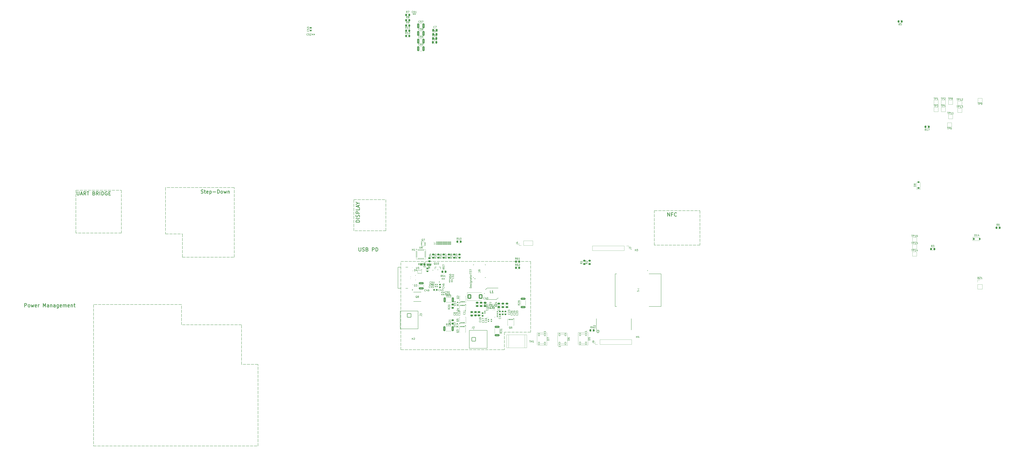
<source format=gto>
%TF.GenerationSoftware,KiCad,Pcbnew,8.0.6*%
%TF.CreationDate,2025-02-07T02:37:33-05:00*%
%TF.ProjectId,SCAN,5343414e-2e6b-4696-9361-645f70636258,v1.0*%
%TF.SameCoordinates,Original*%
%TF.FileFunction,Legend,Top*%
%TF.FilePolarity,Positive*%
%FSLAX46Y46*%
G04 Gerber Fmt 4.6, Leading zero omitted, Abs format (unit mm)*
G04 Created by KiCad (PCBNEW 8.0.6) date 2025-02-07 02:37:33*
%MOMM*%
%LPD*%
G01*
G04 APERTURE LIST*
G04 Aperture macros list*
%AMRoundRect*
0 Rectangle with rounded corners*
0 $1 Rounding radius*
0 $2 $3 $4 $5 $6 $7 $8 $9 X,Y pos of 4 corners*
0 Add a 4 corners polygon primitive as box body*
4,1,4,$2,$3,$4,$5,$6,$7,$8,$9,$2,$3,0*
0 Add four circle primitives for the rounded corners*
1,1,$1+$1,$2,$3*
1,1,$1+$1,$4,$5*
1,1,$1+$1,$6,$7*
1,1,$1+$1,$8,$9*
0 Add four rect primitives between the rounded corners*
20,1,$1+$1,$2,$3,$4,$5,0*
20,1,$1+$1,$4,$5,$6,$7,0*
20,1,$1+$1,$6,$7,$8,$9,0*
20,1,$1+$1,$8,$9,$2,$3,0*%
%AMFreePoly0*
4,1,17,1.371000,0.720000,0.950000,0.720000,0.950000,0.580000,1.370000,0.580000,1.370000,0.080000,0.950000,0.080000,0.950000,-0.080000,1.370000,-0.080000,1.370000,-0.580000,0.950000,-0.580000,0.950000,-0.720000,1.370000,-0.720000,1.370000,-1.225000,-0.950000,-1.225000,-0.950000,1.225000,1.371000,1.225000,1.371000,0.720000,1.371000,0.720000,$1*%
G04 Aperture macros list end*
%ADD10C,0.150000*%
%ADD11C,0.300000*%
%ADD12C,0.254000*%
%ADD13C,0.100000*%
%ADD14C,0.120000*%
%ADD15C,0.152400*%
%ADD16C,0.250000*%
%ADD17C,0.127000*%
%ADD18C,0.200000*%
%ADD19C,0.000000*%
%ADD20C,0.010000*%
%ADD21RoundRect,0.250000X-0.325000X-1.100000X0.325000X-1.100000X0.325000X1.100000X-0.325000X1.100000X0*%
%ADD22R,2.000000X2.000000*%
%ADD23RoundRect,0.135000X0.185000X-0.135000X0.185000X0.135000X-0.185000X0.135000X-0.185000X-0.135000X0*%
%ADD24RoundRect,0.090000X-0.360000X0.660000X-0.360000X-0.660000X0.360000X-0.660000X0.360000X0.660000X0*%
%ADD25RoundRect,0.250000X0.262500X0.450000X-0.262500X0.450000X-0.262500X-0.450000X0.262500X-0.450000X0*%
%ADD26RoundRect,0.250000X-0.475000X0.250000X-0.475000X-0.250000X0.475000X-0.250000X0.475000X0.250000X0*%
%ADD27RoundRect,0.140000X-0.170000X0.140000X-0.170000X-0.140000X0.170000X-0.140000X0.170000X0.140000X0*%
%ADD28RoundRect,0.140000X0.170000X-0.140000X0.170000X0.140000X-0.170000X0.140000X-0.170000X-0.140000X0*%
%ADD29RoundRect,0.140000X0.140000X0.170000X-0.140000X0.170000X-0.140000X-0.170000X0.140000X-0.170000X0*%
%ADD30RoundRect,0.250000X-0.262500X-0.450000X0.262500X-0.450000X0.262500X0.450000X-0.262500X0.450000X0*%
%ADD31R,1.700000X1.700000*%
%ADD32O,1.700000X1.700000*%
%ADD33R,1.981200X0.558800*%
%ADD34RoundRect,0.135000X-0.135000X-0.185000X0.135000X-0.185000X0.135000X0.185000X-0.135000X0.185000X0*%
%ADD35RoundRect,0.125000X-0.125000X0.190000X-0.125000X-0.190000X0.125000X-0.190000X0.125000X0.190000X0*%
%ADD36FreePoly0,270.000000*%
%ADD37C,3.200000*%
%ADD38RoundRect,0.225000X-0.250000X0.225000X-0.250000X-0.225000X0.250000X-0.225000X0.250000X0.225000X0*%
%ADD39RoundRect,0.125000X0.125000X-0.190000X0.125000X0.190000X-0.125000X0.190000X-0.125000X-0.190000X0*%
%ADD40FreePoly0,90.000000*%
%ADD41RoundRect,0.135000X0.135000X0.185000X-0.135000X0.185000X-0.135000X-0.185000X0.135000X-0.185000X0*%
%ADD42RoundRect,0.225000X0.250000X-0.225000X0.250000X0.225000X-0.250000X0.225000X-0.250000X-0.225000X0*%
%ADD43RoundRect,0.250000X-0.362500X-1.075000X0.362500X-1.075000X0.362500X1.075000X-0.362500X1.075000X0*%
%ADD44R,0.750000X0.300000*%
%ADD45R,0.300000X0.750000*%
%ADD46R,2.850000X2.850000*%
%ADD47RoundRect,0.250000X0.450000X-0.262500X0.450000X0.262500X-0.450000X0.262500X-0.450000X-0.262500X0*%
%ADD48RoundRect,0.250000X-0.250000X-0.475000X0.250000X-0.475000X0.250000X0.475000X-0.250000X0.475000X0*%
%ADD49RoundRect,0.090000X0.360000X-0.660000X0.360000X0.660000X-0.360000X0.660000X-0.360000X-0.660000X0*%
%ADD50R,0.889000X1.498600*%
%ADD51R,0.812800X0.812800*%
%ADD52RoundRect,0.250000X0.475000X-0.250000X0.475000X0.250000X-0.475000X0.250000X-0.475000X-0.250000X0*%
%ADD53RoundRect,0.101600X0.175000X-0.800000X0.175000X0.800000X-0.175000X0.800000X-0.175000X-0.800000X0*%
%ADD54RoundRect,0.140000X-0.140000X-0.170000X0.140000X-0.170000X0.140000X0.170000X-0.140000X0.170000X0*%
%ADD55RoundRect,0.225000X-0.225000X-0.375000X0.225000X-0.375000X0.225000X0.375000X-0.225000X0.375000X0*%
%ADD56RoundRect,0.250000X1.075000X-0.362500X1.075000X0.362500X-1.075000X0.362500X-1.075000X-0.362500X0*%
%ADD57C,0.565313*%
%ADD58R,0.249999X0.800001*%
%ADD59R,0.249999X0.700001*%
%ADD60R,1.200000X0.249999*%
%ADD61R,1.000000X0.249999*%
%ADD62C,0.643679*%
%ADD63RoundRect,0.225000X0.225000X0.250000X-0.225000X0.250000X-0.225000X-0.250000X0.225000X-0.250000X0*%
%ADD64RoundRect,0.102000X-1.050000X1.050000X-1.050000X-1.050000X1.050000X-1.050000X1.050000X1.050000X0*%
%ADD65C,2.304000*%
%ADD66RoundRect,0.102000X0.565000X-0.565000X0.565000X0.565000X-0.565000X0.565000X-0.565000X-0.565000X0*%
%ADD67C,1.334000*%
%ADD68RoundRect,0.250000X-1.075000X0.362500X-1.075000X-0.362500X1.075000X-0.362500X1.075000X0.362500X0*%
%ADD69RoundRect,0.102000X-1.050000X-1.050000X1.050000X-1.050000X1.050000X1.050000X-1.050000X1.050000X0*%
%ADD70C,2.400000*%
%ADD71RoundRect,0.250000X-0.787500X-1.025000X0.787500X-1.025000X0.787500X1.025000X-0.787500X1.025000X0*%
%ADD72R,0.812800X0.889000*%
%ADD73R,1.850000X3.400000*%
%ADD74R,0.304800X0.228600*%
%ADD75C,0.660400*%
%ADD76R,2.006600X2.159000*%
%ADD77R,1.143000X0.609600*%
%ADD78R,1.143000X0.304800*%
%ADD79RoundRect,0.150000X-0.200000X0.150000X-0.200000X-0.150000X0.200000X-0.150000X0.200000X0.150000X0*%
%ADD80RoundRect,0.062500X-0.337500X-0.062500X0.337500X-0.062500X0.337500X0.062500X-0.337500X0.062500X0*%
%ADD81RoundRect,0.062500X-0.062500X-0.337500X0.062500X-0.337500X0.062500X0.337500X-0.062500X0.337500X0*%
%ADD82R,3.350000X3.350000*%
%ADD83RoundRect,0.250000X-1.100000X0.325000X-1.100000X-0.325000X1.100000X-0.325000X1.100000X0.325000X0*%
%ADD84RoundRect,0.225000X0.375000X-0.225000X0.375000X0.225000X-0.375000X0.225000X-0.375000X-0.225000X0*%
%ADD85RoundRect,0.200000X-0.200000X-0.275000X0.200000X-0.275000X0.200000X0.275000X-0.200000X0.275000X0*%
%ADD86RoundRect,0.218750X-0.256250X0.218750X-0.256250X-0.218750X0.256250X-0.218750X0.256250X0.218750X0*%
%ADD87RoundRect,0.100000X-0.225000X-0.100000X0.225000X-0.100000X0.225000X0.100000X-0.225000X0.100000X0*%
%ADD88RoundRect,0.250000X-0.450000X0.262500X-0.450000X-0.262500X0.450000X-0.262500X0.450000X0.262500X0*%
%ADD89RoundRect,0.093750X-0.106250X0.093750X-0.106250X-0.093750X0.106250X-0.093750X0.106250X0.093750X0*%
%ADD90R,1.600000X1.000000*%
G04 APERTURE END LIST*
D10*
X-124262500Y-41870000D02*
X-122612500Y-41870000D01*
X-122012500Y-41870000D02*
X-120362500Y-41870000D01*
X-119762500Y-41870000D02*
X-118112500Y-41870000D01*
X-117512500Y-41870000D02*
X-115862500Y-41870000D01*
X-115262500Y-41870000D02*
X-113612500Y-41870000D01*
X-113012500Y-41870000D02*
X-111362500Y-41870000D01*
X-110762500Y-41870000D02*
X-109112500Y-41870000D01*
X-108512500Y-41870000D02*
X-106862500Y-41870000D01*
X-106262500Y-41870000D02*
X-104612500Y-41870000D01*
X-104012500Y-41870000D02*
X-102362500Y-41870000D01*
X-101762500Y-41870000D02*
X-100112500Y-41870000D01*
X-99512500Y-41870000D02*
X-98762500Y-41870000D01*
X-98762500Y-41870000D02*
X-98762500Y-43520000D01*
X-98762500Y-44120000D02*
X-98762500Y-45770000D01*
X-98762500Y-46370000D02*
X-98762500Y-48020000D01*
X-98762500Y-48620000D02*
X-98762500Y-50270000D01*
X-98762500Y-50870000D02*
X-98762500Y-52520000D01*
X-98762500Y-53120000D02*
X-98762500Y-54770000D01*
X-98762500Y-55370000D02*
X-98762500Y-57020000D01*
X-98762500Y-57620000D02*
X-98762500Y-59270000D01*
X-98762500Y-59870000D02*
X-98762500Y-61520000D01*
X-98762500Y-62120000D02*
X-98762500Y-63770000D01*
X-98762500Y-64370000D02*
X-98762500Y-65870000D01*
X-98762500Y-65870000D02*
X-100412500Y-65870000D01*
X-101012500Y-65870000D02*
X-102662500Y-65870000D01*
X-103262500Y-65870000D02*
X-104912500Y-65870000D01*
X-105512500Y-65870000D02*
X-107162500Y-65870000D01*
X-107762500Y-65870000D02*
X-109412500Y-65870000D01*
X-110012500Y-65870000D02*
X-111662500Y-65870000D01*
X-112262500Y-65870000D02*
X-113912500Y-65870000D01*
X-114512500Y-65870000D02*
X-116162500Y-65870000D01*
X-116762500Y-65870000D02*
X-118412500Y-65870000D01*
X-119012500Y-65870000D02*
X-120662500Y-65870000D01*
X-121262500Y-65870000D02*
X-122912500Y-65870000D01*
X-123512500Y-65870000D02*
X-124262500Y-65870000D01*
X-124262500Y-65870000D02*
X-124262500Y-64220000D01*
X-124262500Y-63620000D02*
X-124262500Y-61970000D01*
X-124262500Y-61370000D02*
X-124262500Y-59720000D01*
X-124262500Y-59120000D02*
X-124262500Y-57470000D01*
X-124262500Y-56870000D02*
X-124262500Y-55220000D01*
X-124262500Y-54620000D02*
X-124262500Y-52970000D01*
X-124262500Y-52370000D02*
X-124262500Y-50720000D01*
X-124262500Y-50120000D02*
X-124262500Y-48470000D01*
X-124262500Y-47870000D02*
X-124262500Y-46220000D01*
X-124262500Y-45620000D02*
X-124262500Y-43970000D01*
X-124262500Y-43370000D02*
X-124262500Y-41870000D01*
X199810000Y-53300000D02*
X201460000Y-53300000D01*
X202060000Y-53300000D02*
X203710000Y-53300000D01*
X204310000Y-53300000D02*
X205960000Y-53300000D01*
X206560000Y-53300000D02*
X208210000Y-53300000D01*
X208810000Y-53300000D02*
X210460000Y-53300000D01*
X211060000Y-53300000D02*
X212710000Y-53300000D01*
X213310000Y-53300000D02*
X214960000Y-53300000D01*
X215560000Y-53300000D02*
X217210000Y-53300000D01*
X217810000Y-53300000D02*
X219460000Y-53300000D01*
X220060000Y-53300000D02*
X221710000Y-53300000D01*
X222310000Y-53300000D02*
X223960000Y-53300000D01*
X224560000Y-53300000D02*
X225370000Y-53300000D01*
X225370000Y-53300000D02*
X225370000Y-54950000D01*
X225370000Y-55550000D02*
X225370000Y-57200000D01*
X225370000Y-57800000D02*
X225370000Y-59450000D01*
X225370000Y-60050000D02*
X225370000Y-61700000D01*
X225370000Y-62300000D02*
X225370000Y-63950000D01*
X225370000Y-64550000D02*
X225370000Y-66200000D01*
X225370000Y-66800000D02*
X225370000Y-68450000D01*
X225370000Y-69050000D02*
X225370000Y-70700000D01*
X225370000Y-71300000D02*
X225370000Y-72630000D01*
X225370000Y-72630000D02*
X223720000Y-72630000D01*
X223120000Y-72630000D02*
X221470000Y-72630000D01*
X220870000Y-72630000D02*
X219220000Y-72630000D01*
X218620000Y-72630000D02*
X216970000Y-72630000D01*
X216370000Y-72630000D02*
X214720000Y-72630000D01*
X214120000Y-72630000D02*
X212470000Y-72630000D01*
X211870000Y-72630000D02*
X210220000Y-72630000D01*
X209620000Y-72630000D02*
X207970000Y-72630000D01*
X207370000Y-72630000D02*
X205720000Y-72630000D01*
X205120000Y-72630000D02*
X203470000Y-72630000D01*
X202870000Y-72630000D02*
X201220000Y-72630000D01*
X200620000Y-72630000D02*
X199810000Y-72630000D01*
X199810000Y-72630000D02*
X199810000Y-70980000D01*
X199810000Y-70380000D02*
X199810000Y-68730000D01*
X199810000Y-68130000D02*
X199810000Y-66480000D01*
X199810000Y-65880000D02*
X199810000Y-64230000D01*
X199810000Y-63630000D02*
X199810000Y-61980000D01*
X199810000Y-61380000D02*
X199810000Y-59730000D01*
X199810000Y-59130000D02*
X199810000Y-57480000D01*
X199810000Y-56880000D02*
X199810000Y-55230000D01*
X199810000Y-54630000D02*
X199810000Y-53300000D01*
X57760000Y-81800000D02*
X59410000Y-81800000D01*
X60010000Y-81800000D02*
X61660000Y-81800000D01*
X62260000Y-81800000D02*
X63910000Y-81800000D01*
X64510000Y-81800000D02*
X66160000Y-81800000D01*
X66760000Y-81800000D02*
X68410000Y-81800000D01*
X69010000Y-81800000D02*
X70660000Y-81800000D01*
X71260000Y-81800000D02*
X72910000Y-81800000D01*
X73510000Y-81800000D02*
X75160000Y-81800000D01*
X75760000Y-81800000D02*
X77410000Y-81800000D01*
X78010000Y-81800000D02*
X79660000Y-81800000D01*
X80260000Y-81800000D02*
X81910000Y-81800000D01*
X82510000Y-81800000D02*
X84160000Y-81800000D01*
X84760000Y-81800000D02*
X86410000Y-81800000D01*
X87010000Y-81800000D02*
X88660000Y-81800000D01*
X89260000Y-81800000D02*
X90910000Y-81800000D01*
X91510000Y-81800000D02*
X93160000Y-81800000D01*
X93760000Y-81800000D02*
X95410000Y-81800000D01*
X96010000Y-81800000D02*
X97660000Y-81800000D01*
X98260000Y-81800000D02*
X99910000Y-81800000D01*
X100510000Y-81800000D02*
X102160000Y-81800000D01*
X102760000Y-81800000D02*
X104410000Y-81800000D01*
X105010000Y-81800000D02*
X106660000Y-81800000D01*
X107260000Y-81800000D02*
X108910000Y-81800000D01*
X109510000Y-81800000D02*
X111160000Y-81800000D01*
X111760000Y-81800000D02*
X113410000Y-81800000D01*
X114010000Y-81800000D02*
X115660000Y-81800000D01*
X116260000Y-81800000D02*
X117910000Y-81800000D01*
X118510000Y-81800000D02*
X120160000Y-81800000D01*
X120760000Y-81800000D02*
X122410000Y-81800000D01*
X123010000Y-81800000D02*
X124660000Y-81800000D01*
X125260000Y-81800000D02*
X126910000Y-81800000D01*
X127510000Y-81800000D02*
X129160000Y-81800000D01*
X129760000Y-81800000D02*
X130480000Y-81800000D01*
X130480000Y-81800000D02*
X130480000Y-83450000D01*
X130480000Y-84050000D02*
X130480000Y-85700000D01*
X130480000Y-86300000D02*
X130480000Y-87950000D01*
X130480000Y-88550000D02*
X130480000Y-90200000D01*
X130480000Y-90800000D02*
X130480000Y-92450000D01*
X130480000Y-93050000D02*
X130480000Y-94700000D01*
X130480000Y-95300000D02*
X130480000Y-96950000D01*
X130480000Y-97550000D02*
X130480000Y-99200000D01*
X130480000Y-99800000D02*
X130480000Y-101450000D01*
X130480000Y-102050000D02*
X130480000Y-103700000D01*
X130480000Y-104300000D02*
X130480000Y-105950000D01*
X130480000Y-106550000D02*
X130480000Y-108200000D01*
X130480000Y-108800000D02*
X130480000Y-110450000D01*
X130480000Y-111050000D02*
X130480000Y-112700000D01*
X130480000Y-113300000D02*
X130480000Y-114950000D01*
X130480000Y-115550000D02*
X130480000Y-117200000D01*
X130480000Y-117800000D02*
X130480000Y-119450000D01*
X130480000Y-120050000D02*
X130480000Y-121360000D01*
X130480000Y-121360000D02*
X128830000Y-121360000D01*
X128230000Y-121360000D02*
X126580000Y-121360000D01*
X125980000Y-121360000D02*
X124330000Y-121360000D01*
X123730000Y-121360000D02*
X122080000Y-121360000D01*
X121480000Y-121360000D02*
X119830000Y-121360000D01*
X119230000Y-121360000D02*
X117580000Y-121360000D01*
X116980000Y-121360000D02*
X115750000Y-121360000D01*
X115750000Y-121360000D02*
X115750000Y-123010000D01*
X115750000Y-123610000D02*
X115750000Y-125260000D01*
X115750000Y-125860000D02*
X115750000Y-127510000D01*
X115750000Y-128110000D02*
X115750000Y-129760000D01*
X115750000Y-130360000D02*
X115750000Y-131240000D01*
X115750000Y-131240000D02*
X114100000Y-131240000D01*
X113500000Y-131240000D02*
X111850000Y-131240000D01*
X111250000Y-131240000D02*
X109600000Y-131240000D01*
X109000000Y-131240000D02*
X107350000Y-131240000D01*
X106750000Y-131240000D02*
X105100000Y-131240000D01*
X104500000Y-131240000D02*
X102850000Y-131240000D01*
X102250000Y-131240000D02*
X100600000Y-131240000D01*
X100000000Y-131240000D02*
X98350000Y-131240000D01*
X97750000Y-131240000D02*
X96100000Y-131240000D01*
X95500000Y-131240000D02*
X93850000Y-131240000D01*
X93250000Y-131240000D02*
X91600000Y-131240000D01*
X91000000Y-131240000D02*
X89350000Y-131240000D01*
X88750000Y-131240000D02*
X87100000Y-131240000D01*
X86500000Y-131240000D02*
X84850000Y-131240000D01*
X84250000Y-131240000D02*
X82600000Y-131240000D01*
X82000000Y-131240000D02*
X80350000Y-131240000D01*
X79750000Y-131240000D02*
X78100000Y-131240000D01*
X77500000Y-131240000D02*
X75850000Y-131240000D01*
X75250000Y-131240000D02*
X73600000Y-131240000D01*
X73000000Y-131240000D02*
X71350000Y-131240000D01*
X70750000Y-131240000D02*
X69100000Y-131240000D01*
X68500000Y-131240000D02*
X66850000Y-131240000D01*
X66250000Y-131240000D02*
X64600000Y-131240000D01*
X64000000Y-131240000D02*
X62350000Y-131240000D01*
X61750000Y-131240000D02*
X60100000Y-131240000D01*
X59500000Y-131240000D02*
X57850000Y-131240000D01*
X57760000Y-131240000D02*
X57760000Y-129590000D01*
X57760000Y-128990000D02*
X57760000Y-127340000D01*
X57760000Y-126740000D02*
X57760000Y-125090000D01*
X57760000Y-124490000D02*
X57760000Y-122840000D01*
X57760000Y-122240000D02*
X57760000Y-120590000D01*
X57760000Y-119990000D02*
X57760000Y-118340000D01*
X57760000Y-117740000D02*
X57760000Y-116090000D01*
X57760000Y-115490000D02*
X57760000Y-113840000D01*
X57760000Y-113240000D02*
X57760000Y-111590000D01*
X57760000Y-110990000D02*
X57760000Y-109340000D01*
X57760000Y-108740000D02*
X57760000Y-107090000D01*
X57760000Y-106490000D02*
X57760000Y-104840000D01*
X57760000Y-104240000D02*
X57760000Y-102590000D01*
X57760000Y-101990000D02*
X57760000Y-100340000D01*
X57760000Y-99740000D02*
X57760000Y-98090000D01*
X57760000Y-97490000D02*
X57760000Y-95840000D01*
X57760000Y-95240000D02*
X57760000Y-93590000D01*
X57760000Y-92990000D02*
X57760000Y-91340000D01*
X57760000Y-90740000D02*
X57760000Y-89090000D01*
X57760000Y-88490000D02*
X57760000Y-86840000D01*
X57760000Y-86240000D02*
X57760000Y-84590000D01*
X57760000Y-83990000D02*
X57760000Y-82340000D01*
X-22228334Y-185152500D02*
X-22228334Y-183502500D01*
X-22228334Y-182902500D02*
X-22228334Y-181252500D01*
X-22228334Y-180652500D02*
X-22228334Y-179002500D01*
X-22228334Y-178402500D02*
X-22228334Y-176752500D01*
X-22228334Y-176152500D02*
X-22228334Y-174502500D01*
X-22228334Y-173902500D02*
X-22228334Y-172252500D01*
X-22228334Y-171652500D02*
X-22228334Y-170002500D01*
X-22228334Y-169402500D02*
X-22228334Y-167752500D01*
X-22228334Y-167152500D02*
X-22228334Y-165502500D01*
X-22228334Y-164902500D02*
X-22228334Y-163252500D01*
X-22228334Y-162652500D02*
X-22228334Y-161002500D01*
X-22228334Y-160402500D02*
X-22228334Y-158752500D01*
X-22228334Y-158152500D02*
X-22228334Y-156502500D01*
X-22228334Y-155902500D02*
X-22228334Y-154252500D01*
X-22228334Y-153652500D02*
X-22228334Y-152002500D01*
X-22228334Y-151402500D02*
X-22228334Y-149752500D01*
X-22228334Y-149152500D02*
X-22228334Y-147502500D01*
X-22228334Y-146902500D02*
X-22228334Y-145252500D01*
X-22228334Y-144652500D02*
X-22228334Y-143002500D01*
X-22228334Y-142402500D02*
X-22228334Y-140752500D01*
X-22228334Y-140152500D02*
X-22228334Y-139432500D01*
X-22228334Y-139432500D02*
X-23878334Y-139432500D01*
X-24478334Y-139432500D02*
X-26128334Y-139432500D01*
X-26728334Y-139432500D02*
X-28378334Y-139432500D01*
X-28978334Y-139432500D02*
X-30628334Y-139432500D01*
X-31228334Y-139432500D02*
X-31438334Y-139432500D01*
X-31438334Y-139432500D02*
X-31438334Y-137782500D01*
X-31438334Y-137182500D02*
X-31438334Y-135532500D01*
X-31438334Y-134932500D02*
X-31438334Y-133282500D01*
X-31438334Y-132682500D02*
X-31438334Y-131032500D01*
X-31438334Y-130432500D02*
X-31438334Y-128782500D01*
X-31438334Y-128182500D02*
X-31438334Y-126532500D01*
X-31438334Y-125932500D02*
X-31438334Y-124282500D01*
X-31438334Y-123682500D02*
X-31438334Y-122032500D01*
X-31438334Y-121432500D02*
X-31438334Y-119782500D01*
X-31438334Y-119182500D02*
X-31438334Y-117532500D01*
X-31438334Y-117252500D02*
X-33088334Y-117252500D01*
X-33688334Y-117252500D02*
X-35338334Y-117252500D01*
X-35938334Y-117252500D02*
X-37588334Y-117252500D01*
X-38188334Y-117252500D02*
X-39838334Y-117252500D01*
X-40438334Y-117252500D02*
X-42088334Y-117252500D01*
X-42688334Y-117252500D02*
X-44338334Y-117252500D01*
X-44938334Y-117252500D02*
X-46588334Y-117252500D01*
X-47188334Y-117252500D02*
X-48838334Y-117252500D01*
X-49438334Y-117252500D02*
X-51088334Y-117252500D01*
X-51688334Y-117252500D02*
X-53338334Y-117252500D01*
X-53938334Y-117252500D02*
X-55588334Y-117252500D01*
X-56188334Y-117252500D02*
X-57838334Y-117252500D01*
X-58438334Y-117252500D02*
X-60088334Y-117252500D01*
X-60688334Y-117252500D02*
X-62338334Y-117252500D01*
X-62938334Y-117252500D02*
X-64588334Y-117252500D01*
X-65088334Y-117252500D02*
X-65088334Y-115602500D01*
X-65088334Y-115002500D02*
X-65088334Y-113352500D01*
X-65088334Y-112752500D02*
X-65088334Y-111102500D01*
X-65088334Y-110502500D02*
X-65088334Y-108852500D01*
X-65088334Y-108252500D02*
X-65088334Y-106602500D01*
X-65088334Y-106002500D02*
X-65088334Y-105912500D01*
X-65088334Y-105912500D02*
X-66738334Y-105912500D01*
X-67338334Y-105912500D02*
X-68988334Y-105912500D01*
X-69588334Y-105912500D02*
X-71238334Y-105912500D01*
X-71838334Y-105912500D02*
X-73488334Y-105912500D01*
X-74088334Y-105912500D02*
X-75738334Y-105912500D01*
X-76338334Y-105912500D02*
X-77988334Y-105912500D01*
X-78588334Y-105912500D02*
X-80238334Y-105912500D01*
X-80838334Y-105912500D02*
X-82488334Y-105912500D01*
X-83088334Y-105912500D02*
X-84738334Y-105912500D01*
X-85338334Y-105912500D02*
X-86988334Y-105912500D01*
X-87588334Y-105912500D02*
X-89238334Y-105912500D01*
X-89838334Y-105912500D02*
X-91488334Y-105912500D01*
X-92088334Y-105912500D02*
X-93738334Y-105912500D01*
X-94338334Y-105912500D02*
X-95988334Y-105912500D01*
X-96588334Y-105912500D02*
X-98238334Y-105912500D01*
X-98838334Y-105912500D02*
X-100488334Y-105912500D01*
X-101088334Y-105912500D02*
X-102738334Y-105912500D01*
X-103338334Y-105912500D02*
X-104988334Y-105912500D01*
X-105588334Y-105912500D02*
X-107238334Y-105912500D01*
X-107838334Y-105912500D02*
X-109488334Y-105912500D01*
X-110088334Y-105912500D02*
X-111738334Y-105912500D01*
X-112338334Y-105912500D02*
X-113988334Y-105912500D01*
X-114341709Y-105912500D02*
X-114342610Y-107562500D01*
X-114342937Y-108162500D02*
X-114343838Y-109812499D01*
X-114344166Y-110412499D02*
X-114345067Y-112062499D01*
X-114345394Y-112662499D02*
X-114346295Y-114312499D01*
X-114346623Y-114912499D02*
X-114347523Y-116562498D01*
X-114347851Y-117162498D02*
X-114348752Y-118812498D01*
X-114349079Y-119412498D02*
X-114349980Y-121062498D01*
X-114350308Y-121662498D02*
X-114351209Y-123312497D01*
X-114351536Y-123912497D02*
X-114352437Y-125562497D01*
X-114352765Y-126162497D02*
X-114353666Y-127812497D01*
X-114353993Y-128412497D02*
X-114354894Y-130062496D01*
X-114355222Y-130662496D02*
X-114356122Y-132312496D01*
X-114356450Y-132912496D02*
X-114357351Y-134562496D01*
X-114357678Y-135162496D02*
X-114358579Y-136812495D01*
X-114358907Y-137412495D02*
X-114359808Y-139062495D01*
X-114360135Y-139662495D02*
X-114361036Y-141312495D01*
X-114361364Y-141912495D02*
X-114362264Y-143562494D01*
X-114362592Y-144162494D02*
X-114363493Y-145812494D01*
X-114363820Y-146412494D02*
X-114364721Y-148062494D01*
X-114365049Y-148662494D02*
X-114365950Y-150312493D01*
X-114366277Y-150912493D02*
X-114367178Y-152562493D01*
X-114367506Y-153162493D02*
X-114368407Y-154812493D01*
X-114368734Y-155412493D02*
X-114369635Y-157062492D01*
X-114369963Y-157662492D02*
X-114370863Y-159312492D01*
X-114371191Y-159912492D02*
X-114372092Y-161562492D01*
X-114372419Y-162162492D02*
X-114373320Y-163812491D01*
X-114373648Y-164412491D02*
X-114374549Y-166062491D01*
X-114374876Y-166662491D02*
X-114375777Y-168312491D01*
X-114376105Y-168912491D02*
X-114377005Y-170562490D01*
X-114377333Y-171162490D02*
X-114378234Y-172812490D01*
X-114378561Y-173412490D02*
X-114379462Y-175062490D01*
X-114379790Y-175662490D02*
X-114380691Y-177312489D01*
X-114381018Y-177912489D02*
X-114381919Y-179562489D01*
X-114382247Y-180162489D02*
X-114383147Y-181812489D01*
X-114383475Y-182412489D02*
X-114384376Y-184062488D01*
X-114384703Y-184662488D02*
X-114384970Y-185152500D01*
X-114384971Y-185152500D02*
X-112734971Y-185152500D01*
X-112134971Y-185152500D02*
X-110484971Y-185152500D01*
X-109884971Y-185152500D02*
X-108234971Y-185152500D01*
X-107634971Y-185152500D02*
X-105984971Y-185152500D01*
X-105384971Y-185152500D02*
X-103734971Y-185152500D01*
X-103134971Y-185152500D02*
X-101484971Y-185152500D01*
X-100884971Y-185152500D02*
X-99234971Y-185152500D01*
X-98634971Y-185152500D02*
X-96984971Y-185152500D01*
X-96384971Y-185152500D02*
X-94734971Y-185152500D01*
X-94134971Y-185152500D02*
X-92484971Y-185152500D01*
X-91884971Y-185152500D02*
X-90234971Y-185152500D01*
X-89634971Y-185152500D02*
X-87984971Y-185152500D01*
X-87384971Y-185152500D02*
X-85734971Y-185152500D01*
X-85134971Y-185152500D02*
X-83484971Y-185152500D01*
X-82884971Y-185152500D02*
X-81234971Y-185152500D01*
X-80634971Y-185152500D02*
X-78984971Y-185152500D01*
X-78384971Y-185152500D02*
X-76734971Y-185152500D01*
X-76134971Y-185152500D02*
X-74484971Y-185152500D01*
X-73884971Y-185152500D02*
X-72234971Y-185152500D01*
X-71634971Y-185152500D02*
X-69984971Y-185152500D01*
X-69384971Y-185152500D02*
X-67734971Y-185152500D01*
X-67134971Y-185152500D02*
X-65484971Y-185152500D01*
X-64884971Y-185152500D02*
X-63234971Y-185152500D01*
X-62634971Y-185152500D02*
X-60984971Y-185152500D01*
X-60384971Y-185152500D02*
X-58734971Y-185152500D01*
X-58134971Y-185152500D02*
X-56484971Y-185152500D01*
X-55884971Y-185152500D02*
X-54234971Y-185152500D01*
X-53634971Y-185152500D02*
X-51984971Y-185152500D01*
X-51384971Y-185152500D02*
X-49734971Y-185152500D01*
X-49134971Y-185152500D02*
X-47484971Y-185152500D01*
X-46884971Y-185152500D02*
X-45234971Y-185152500D01*
X-44634971Y-185152500D02*
X-42984971Y-185152500D01*
X-42384971Y-185152500D02*
X-40734971Y-185152500D01*
X-40134971Y-185152500D02*
X-38484971Y-185152500D01*
X-37884971Y-185152500D02*
X-36234971Y-185152500D01*
X-35634971Y-185152500D02*
X-33984971Y-185152500D01*
X-33384971Y-185152500D02*
X-31734971Y-185152500D01*
X-31134971Y-185152500D02*
X-29484971Y-185152500D01*
X-28884971Y-185152500D02*
X-27234971Y-185152500D01*
X-26634971Y-185152500D02*
X-24984971Y-185152500D01*
X-24384971Y-185152500D02*
X-22734971Y-185152500D01*
X31430000Y-47110000D02*
X33080000Y-47110000D01*
X33680000Y-47110000D02*
X35330000Y-47110000D01*
X35930000Y-47110000D02*
X37580000Y-47110000D01*
X38180000Y-47110000D02*
X39830000Y-47110000D01*
X40430000Y-47110000D02*
X42080000Y-47110000D01*
X42680000Y-47110000D02*
X44330000Y-47110000D01*
X44930000Y-47110000D02*
X46580000Y-47110000D01*
X47180000Y-47110000D02*
X48830000Y-47110000D01*
X49430000Y-47110000D02*
X49430000Y-47110000D01*
X49430000Y-47110000D02*
X49430000Y-48760000D01*
X49430000Y-49360000D02*
X49430000Y-51010000D01*
X49430000Y-51610000D02*
X49430000Y-53260000D01*
X49430000Y-53860000D02*
X49430000Y-55510000D01*
X49430000Y-56110000D02*
X49430000Y-57760000D01*
X49430000Y-58360000D02*
X49430000Y-60010000D01*
X49430000Y-60610000D02*
X49430000Y-62260000D01*
X49430000Y-62860000D02*
X49430000Y-64510000D01*
X49430000Y-64610000D02*
X47780000Y-64610000D01*
X47180000Y-64610000D02*
X45530000Y-64610000D01*
X44930000Y-64610000D02*
X43280000Y-64610000D01*
X42680000Y-64610000D02*
X41030000Y-64610000D01*
X40430000Y-64610000D02*
X38780000Y-64610000D01*
X38180000Y-64610000D02*
X36530000Y-64610000D01*
X35930000Y-64610000D02*
X34280000Y-64610000D01*
X33680000Y-64610000D02*
X32030000Y-64610000D01*
X31430000Y-64610000D02*
X31430000Y-64610000D01*
X31430000Y-64610000D02*
X31430000Y-62960000D01*
X31430000Y-62360000D02*
X31430000Y-60710000D01*
X31430000Y-60110000D02*
X31430000Y-58460000D01*
X31430000Y-57860000D02*
X31430000Y-56210000D01*
X31430000Y-55610000D02*
X31430000Y-53960000D01*
X31430000Y-53360000D02*
X31430000Y-51710000D01*
X31430000Y-51110000D02*
X31430000Y-49460000D01*
X31430000Y-48860000D02*
X31430000Y-47210000D01*
X-35520500Y-40380000D02*
X-37170500Y-40380000D01*
X-37770500Y-40380000D02*
X-39420500Y-40380000D01*
X-40020500Y-40380000D02*
X-41670500Y-40380000D01*
X-42270500Y-40380000D02*
X-43920500Y-40380000D01*
X-44520500Y-40380000D02*
X-46170500Y-40380000D01*
X-46770500Y-40380000D02*
X-48420500Y-40380000D01*
X-49020500Y-40380000D02*
X-50670500Y-40380000D01*
X-51270500Y-40380000D02*
X-52920500Y-40380000D01*
X-53520500Y-40380000D02*
X-55170500Y-40380000D01*
X-55770500Y-40380000D02*
X-57420500Y-40380000D01*
X-58020500Y-40380000D02*
X-59670500Y-40380000D01*
X-60270500Y-40380000D02*
X-61920500Y-40380000D01*
X-62520500Y-40380000D02*
X-64170500Y-40380000D01*
X-64770500Y-40380000D02*
X-66420500Y-40380000D01*
X-67020500Y-40380000D02*
X-68670500Y-40380000D01*
X-69270500Y-40380000D02*
X-70920500Y-40380000D01*
X-71520500Y-40380000D02*
X-73170500Y-40380000D01*
X-73770500Y-40380000D02*
X-74020500Y-40380000D01*
X-74020500Y-40380000D02*
X-74020500Y-42030000D01*
X-74020500Y-42630000D02*
X-74020500Y-44280000D01*
X-74020500Y-44880000D02*
X-74020500Y-46530000D01*
X-74020500Y-47130000D02*
X-74020500Y-48780000D01*
X-74020500Y-49380000D02*
X-74020500Y-51030000D01*
X-74020500Y-51630000D02*
X-74020500Y-53280000D01*
X-74020500Y-53880000D02*
X-74020500Y-55530000D01*
X-74020500Y-56130000D02*
X-74020500Y-57780000D01*
X-74020500Y-58380000D02*
X-74020500Y-60030000D01*
X-74020500Y-60630000D02*
X-74020500Y-62280000D01*
X-74020500Y-62880000D02*
X-74020500Y-64530000D01*
X-74020500Y-65130000D02*
X-74020500Y-66380000D01*
X-74020500Y-66380000D02*
X-72370500Y-66380000D01*
X-71770500Y-66380000D02*
X-70120500Y-66380000D01*
X-69520500Y-66380000D02*
X-67870500Y-66380000D01*
X-67270500Y-66380000D02*
X-65620500Y-66380000D01*
X-65020500Y-66380000D02*
X-64520500Y-66380000D01*
X-64520500Y-66380000D02*
X-64520500Y-68030000D01*
X-64520500Y-68630000D02*
X-64520500Y-70280000D01*
X-64520500Y-70880000D02*
X-64520500Y-72530000D01*
X-64520500Y-73130000D02*
X-64520500Y-74780000D01*
X-64520500Y-75380000D02*
X-64520500Y-77030000D01*
X-64520500Y-77630000D02*
X-64520500Y-79280000D01*
X-64520500Y-79380000D02*
X-62870500Y-79380000D01*
X-62270500Y-79380000D02*
X-60620500Y-79380000D01*
X-60020500Y-79380000D02*
X-58370500Y-79380000D01*
X-57770500Y-79380000D02*
X-56120500Y-79380000D01*
X-55520500Y-79380000D02*
X-53870500Y-79380000D01*
X-53270500Y-79380000D02*
X-51620500Y-79380000D01*
X-51020500Y-79380000D02*
X-49370500Y-79380000D01*
X-48770500Y-79380000D02*
X-47120500Y-79380000D01*
X-46520500Y-79380000D02*
X-44870500Y-79380000D01*
X-44270500Y-79380000D02*
X-42620500Y-79380000D01*
X-42020500Y-79380000D02*
X-40370500Y-79380000D01*
X-39770500Y-79380000D02*
X-38120500Y-79380000D01*
X-37520500Y-79380000D02*
X-35870500Y-79380000D01*
X-35520500Y-79380000D02*
X-35520500Y-77730000D01*
X-35520500Y-77130000D02*
X-35520500Y-75480000D01*
X-35520500Y-74880000D02*
X-35520500Y-73230000D01*
X-35520500Y-72630000D02*
X-35520500Y-70980000D01*
X-35520500Y-70380000D02*
X-35520500Y-68730000D01*
X-35520500Y-68130000D02*
X-35520500Y-66480000D01*
X-35520500Y-65880000D02*
X-35520500Y-64230000D01*
X-35520500Y-63630000D02*
X-35520500Y-61980000D01*
X-35520500Y-61380000D02*
X-35520500Y-59730000D01*
X-35520500Y-59130000D02*
X-35520500Y-57480000D01*
X-35520500Y-56880000D02*
X-35520500Y-55230000D01*
X-35520500Y-54630000D02*
X-35520500Y-52980000D01*
X-35520500Y-52380000D02*
X-35520500Y-50730000D01*
X-35520500Y-50130000D02*
X-35520500Y-48480000D01*
X-35520500Y-47880000D02*
X-35520500Y-46230000D01*
X-35520500Y-45630000D02*
X-35520500Y-43980000D01*
X-35520500Y-43380000D02*
X-35520500Y-41730000D01*
X-35520500Y-41130000D02*
X-35520500Y-40380000D01*
D11*
X34669638Y-59735940D02*
X32669638Y-59735940D01*
X32669638Y-59735940D02*
X32669638Y-59259750D01*
X32669638Y-59259750D02*
X32764876Y-58974035D01*
X32764876Y-58974035D02*
X32955352Y-58783559D01*
X32955352Y-58783559D02*
X33145828Y-58688321D01*
X33145828Y-58688321D02*
X33526780Y-58593083D01*
X33526780Y-58593083D02*
X33812495Y-58593083D01*
X33812495Y-58593083D02*
X34193447Y-58688321D01*
X34193447Y-58688321D02*
X34383923Y-58783559D01*
X34383923Y-58783559D02*
X34574400Y-58974035D01*
X34574400Y-58974035D02*
X34669638Y-59259750D01*
X34669638Y-59259750D02*
X34669638Y-59735940D01*
X34669638Y-57735940D02*
X32669638Y-57735940D01*
X34574400Y-56878797D02*
X34669638Y-56593083D01*
X34669638Y-56593083D02*
X34669638Y-56116892D01*
X34669638Y-56116892D02*
X34574400Y-55926416D01*
X34574400Y-55926416D02*
X34479161Y-55831178D01*
X34479161Y-55831178D02*
X34288685Y-55735940D01*
X34288685Y-55735940D02*
X34098209Y-55735940D01*
X34098209Y-55735940D02*
X33907733Y-55831178D01*
X33907733Y-55831178D02*
X33812495Y-55926416D01*
X33812495Y-55926416D02*
X33717257Y-56116892D01*
X33717257Y-56116892D02*
X33622019Y-56497845D01*
X33622019Y-56497845D02*
X33526780Y-56688321D01*
X33526780Y-56688321D02*
X33431542Y-56783559D01*
X33431542Y-56783559D02*
X33241066Y-56878797D01*
X33241066Y-56878797D02*
X33050590Y-56878797D01*
X33050590Y-56878797D02*
X32860114Y-56783559D01*
X32860114Y-56783559D02*
X32764876Y-56688321D01*
X32764876Y-56688321D02*
X32669638Y-56497845D01*
X32669638Y-56497845D02*
X32669638Y-56021654D01*
X32669638Y-56021654D02*
X32764876Y-55735940D01*
X34669638Y-54878797D02*
X32669638Y-54878797D01*
X32669638Y-54878797D02*
X32669638Y-54116892D01*
X32669638Y-54116892D02*
X32764876Y-53926416D01*
X32764876Y-53926416D02*
X32860114Y-53831178D01*
X32860114Y-53831178D02*
X33050590Y-53735940D01*
X33050590Y-53735940D02*
X33336304Y-53735940D01*
X33336304Y-53735940D02*
X33526780Y-53831178D01*
X33526780Y-53831178D02*
X33622019Y-53926416D01*
X33622019Y-53926416D02*
X33717257Y-54116892D01*
X33717257Y-54116892D02*
X33717257Y-54878797D01*
X34669638Y-51926416D02*
X34669638Y-52878797D01*
X34669638Y-52878797D02*
X32669638Y-52878797D01*
X34098209Y-51354987D02*
X34098209Y-50402606D01*
X34669638Y-51545463D02*
X32669638Y-50878797D01*
X32669638Y-50878797D02*
X34669638Y-50212130D01*
X33717257Y-49164511D02*
X34669638Y-49164511D01*
X32669638Y-49831177D02*
X33717257Y-49164511D01*
X33717257Y-49164511D02*
X32669638Y-48497844D01*
X34265012Y-74019638D02*
X34265012Y-75638685D01*
X34265012Y-75638685D02*
X34360250Y-75829161D01*
X34360250Y-75829161D02*
X34455488Y-75924400D01*
X34455488Y-75924400D02*
X34645964Y-76019638D01*
X34645964Y-76019638D02*
X35026917Y-76019638D01*
X35026917Y-76019638D02*
X35217393Y-75924400D01*
X35217393Y-75924400D02*
X35312631Y-75829161D01*
X35312631Y-75829161D02*
X35407869Y-75638685D01*
X35407869Y-75638685D02*
X35407869Y-74019638D01*
X36265012Y-75924400D02*
X36550726Y-76019638D01*
X36550726Y-76019638D02*
X37026917Y-76019638D01*
X37026917Y-76019638D02*
X37217393Y-75924400D01*
X37217393Y-75924400D02*
X37312631Y-75829161D01*
X37312631Y-75829161D02*
X37407869Y-75638685D01*
X37407869Y-75638685D02*
X37407869Y-75448209D01*
X37407869Y-75448209D02*
X37312631Y-75257733D01*
X37312631Y-75257733D02*
X37217393Y-75162495D01*
X37217393Y-75162495D02*
X37026917Y-75067257D01*
X37026917Y-75067257D02*
X36645964Y-74972019D01*
X36645964Y-74972019D02*
X36455488Y-74876780D01*
X36455488Y-74876780D02*
X36360250Y-74781542D01*
X36360250Y-74781542D02*
X36265012Y-74591066D01*
X36265012Y-74591066D02*
X36265012Y-74400590D01*
X36265012Y-74400590D02*
X36360250Y-74210114D01*
X36360250Y-74210114D02*
X36455488Y-74114876D01*
X36455488Y-74114876D02*
X36645964Y-74019638D01*
X36645964Y-74019638D02*
X37122155Y-74019638D01*
X37122155Y-74019638D02*
X37407869Y-74114876D01*
X38931679Y-74972019D02*
X39217393Y-75067257D01*
X39217393Y-75067257D02*
X39312631Y-75162495D01*
X39312631Y-75162495D02*
X39407869Y-75352971D01*
X39407869Y-75352971D02*
X39407869Y-75638685D01*
X39407869Y-75638685D02*
X39312631Y-75829161D01*
X39312631Y-75829161D02*
X39217393Y-75924400D01*
X39217393Y-75924400D02*
X39026917Y-76019638D01*
X39026917Y-76019638D02*
X38265012Y-76019638D01*
X38265012Y-76019638D02*
X38265012Y-74019638D01*
X38265012Y-74019638D02*
X38931679Y-74019638D01*
X38931679Y-74019638D02*
X39122155Y-74114876D01*
X39122155Y-74114876D02*
X39217393Y-74210114D01*
X39217393Y-74210114D02*
X39312631Y-74400590D01*
X39312631Y-74400590D02*
X39312631Y-74591066D01*
X39312631Y-74591066D02*
X39217393Y-74781542D01*
X39217393Y-74781542D02*
X39122155Y-74876780D01*
X39122155Y-74876780D02*
X38931679Y-74972019D01*
X38931679Y-74972019D02*
X38265012Y-74972019D01*
X41788822Y-76019638D02*
X41788822Y-74019638D01*
X41788822Y-74019638D02*
X42550727Y-74019638D01*
X42550727Y-74019638D02*
X42741203Y-74114876D01*
X42741203Y-74114876D02*
X42836441Y-74210114D01*
X42836441Y-74210114D02*
X42931679Y-74400590D01*
X42931679Y-74400590D02*
X42931679Y-74686304D01*
X42931679Y-74686304D02*
X42836441Y-74876780D01*
X42836441Y-74876780D02*
X42741203Y-74972019D01*
X42741203Y-74972019D02*
X42550727Y-75067257D01*
X42550727Y-75067257D02*
X41788822Y-75067257D01*
X43788822Y-76019638D02*
X43788822Y-74019638D01*
X43788822Y-74019638D02*
X44265012Y-74019638D01*
X44265012Y-74019638D02*
X44550727Y-74114876D01*
X44550727Y-74114876D02*
X44741203Y-74305352D01*
X44741203Y-74305352D02*
X44836441Y-74495828D01*
X44836441Y-74495828D02*
X44931679Y-74876780D01*
X44931679Y-74876780D02*
X44931679Y-75162495D01*
X44931679Y-75162495D02*
X44836441Y-75543447D01*
X44836441Y-75543447D02*
X44741203Y-75733923D01*
X44741203Y-75733923D02*
X44550727Y-75924400D01*
X44550727Y-75924400D02*
X44265012Y-76019638D01*
X44265012Y-76019638D02*
X43788822Y-76019638D01*
X-152943560Y-107309638D02*
X-152943560Y-105309638D01*
X-152943560Y-105309638D02*
X-152181655Y-105309638D01*
X-152181655Y-105309638D02*
X-151991179Y-105404876D01*
X-151991179Y-105404876D02*
X-151895941Y-105500114D01*
X-151895941Y-105500114D02*
X-151800703Y-105690590D01*
X-151800703Y-105690590D02*
X-151800703Y-105976304D01*
X-151800703Y-105976304D02*
X-151895941Y-106166780D01*
X-151895941Y-106166780D02*
X-151991179Y-106262019D01*
X-151991179Y-106262019D02*
X-152181655Y-106357257D01*
X-152181655Y-106357257D02*
X-152943560Y-106357257D01*
X-150657846Y-107309638D02*
X-150848322Y-107214400D01*
X-150848322Y-107214400D02*
X-150943560Y-107119161D01*
X-150943560Y-107119161D02*
X-151038798Y-106928685D01*
X-151038798Y-106928685D02*
X-151038798Y-106357257D01*
X-151038798Y-106357257D02*
X-150943560Y-106166780D01*
X-150943560Y-106166780D02*
X-150848322Y-106071542D01*
X-150848322Y-106071542D02*
X-150657846Y-105976304D01*
X-150657846Y-105976304D02*
X-150372131Y-105976304D01*
X-150372131Y-105976304D02*
X-150181655Y-106071542D01*
X-150181655Y-106071542D02*
X-150086417Y-106166780D01*
X-150086417Y-106166780D02*
X-149991179Y-106357257D01*
X-149991179Y-106357257D02*
X-149991179Y-106928685D01*
X-149991179Y-106928685D02*
X-150086417Y-107119161D01*
X-150086417Y-107119161D02*
X-150181655Y-107214400D01*
X-150181655Y-107214400D02*
X-150372131Y-107309638D01*
X-150372131Y-107309638D02*
X-150657846Y-107309638D01*
X-149324512Y-105976304D02*
X-148943560Y-107309638D01*
X-148943560Y-107309638D02*
X-148562607Y-106357257D01*
X-148562607Y-106357257D02*
X-148181655Y-107309638D01*
X-148181655Y-107309638D02*
X-147800703Y-105976304D01*
X-146276893Y-107214400D02*
X-146467369Y-107309638D01*
X-146467369Y-107309638D02*
X-146848322Y-107309638D01*
X-146848322Y-107309638D02*
X-147038798Y-107214400D01*
X-147038798Y-107214400D02*
X-147134036Y-107023923D01*
X-147134036Y-107023923D02*
X-147134036Y-106262019D01*
X-147134036Y-106262019D02*
X-147038798Y-106071542D01*
X-147038798Y-106071542D02*
X-146848322Y-105976304D01*
X-146848322Y-105976304D02*
X-146467369Y-105976304D01*
X-146467369Y-105976304D02*
X-146276893Y-106071542D01*
X-146276893Y-106071542D02*
X-146181655Y-106262019D01*
X-146181655Y-106262019D02*
X-146181655Y-106452495D01*
X-146181655Y-106452495D02*
X-147134036Y-106642971D01*
X-145324512Y-107309638D02*
X-145324512Y-105976304D01*
X-145324512Y-106357257D02*
X-145229274Y-106166780D01*
X-145229274Y-106166780D02*
X-145134036Y-106071542D01*
X-145134036Y-106071542D02*
X-144943560Y-105976304D01*
X-144943560Y-105976304D02*
X-144753083Y-105976304D01*
X-142562607Y-107309638D02*
X-142562607Y-105309638D01*
X-142562607Y-105309638D02*
X-141895940Y-106738209D01*
X-141895940Y-106738209D02*
X-141229274Y-105309638D01*
X-141229274Y-105309638D02*
X-141229274Y-107309638D01*
X-139419750Y-107309638D02*
X-139419750Y-106262019D01*
X-139419750Y-106262019D02*
X-139514988Y-106071542D01*
X-139514988Y-106071542D02*
X-139705464Y-105976304D01*
X-139705464Y-105976304D02*
X-140086417Y-105976304D01*
X-140086417Y-105976304D02*
X-140276893Y-106071542D01*
X-139419750Y-107214400D02*
X-139610226Y-107309638D01*
X-139610226Y-107309638D02*
X-140086417Y-107309638D01*
X-140086417Y-107309638D02*
X-140276893Y-107214400D01*
X-140276893Y-107214400D02*
X-140372131Y-107023923D01*
X-140372131Y-107023923D02*
X-140372131Y-106833447D01*
X-140372131Y-106833447D02*
X-140276893Y-106642971D01*
X-140276893Y-106642971D02*
X-140086417Y-106547733D01*
X-140086417Y-106547733D02*
X-139610226Y-106547733D01*
X-139610226Y-106547733D02*
X-139419750Y-106452495D01*
X-138467369Y-105976304D02*
X-138467369Y-107309638D01*
X-138467369Y-106166780D02*
X-138372131Y-106071542D01*
X-138372131Y-106071542D02*
X-138181655Y-105976304D01*
X-138181655Y-105976304D02*
X-137895940Y-105976304D01*
X-137895940Y-105976304D02*
X-137705464Y-106071542D01*
X-137705464Y-106071542D02*
X-137610226Y-106262019D01*
X-137610226Y-106262019D02*
X-137610226Y-107309638D01*
X-135800702Y-107309638D02*
X-135800702Y-106262019D01*
X-135800702Y-106262019D02*
X-135895940Y-106071542D01*
X-135895940Y-106071542D02*
X-136086416Y-105976304D01*
X-136086416Y-105976304D02*
X-136467369Y-105976304D01*
X-136467369Y-105976304D02*
X-136657845Y-106071542D01*
X-135800702Y-107214400D02*
X-135991178Y-107309638D01*
X-135991178Y-107309638D02*
X-136467369Y-107309638D01*
X-136467369Y-107309638D02*
X-136657845Y-107214400D01*
X-136657845Y-107214400D02*
X-136753083Y-107023923D01*
X-136753083Y-107023923D02*
X-136753083Y-106833447D01*
X-136753083Y-106833447D02*
X-136657845Y-106642971D01*
X-136657845Y-106642971D02*
X-136467369Y-106547733D01*
X-136467369Y-106547733D02*
X-135991178Y-106547733D01*
X-135991178Y-106547733D02*
X-135800702Y-106452495D01*
X-133991178Y-105976304D02*
X-133991178Y-107595352D01*
X-133991178Y-107595352D02*
X-134086416Y-107785828D01*
X-134086416Y-107785828D02*
X-134181654Y-107881066D01*
X-134181654Y-107881066D02*
X-134372131Y-107976304D01*
X-134372131Y-107976304D02*
X-134657845Y-107976304D01*
X-134657845Y-107976304D02*
X-134848321Y-107881066D01*
X-133991178Y-107214400D02*
X-134181654Y-107309638D01*
X-134181654Y-107309638D02*
X-134562607Y-107309638D01*
X-134562607Y-107309638D02*
X-134753083Y-107214400D01*
X-134753083Y-107214400D02*
X-134848321Y-107119161D01*
X-134848321Y-107119161D02*
X-134943559Y-106928685D01*
X-134943559Y-106928685D02*
X-134943559Y-106357257D01*
X-134943559Y-106357257D02*
X-134848321Y-106166780D01*
X-134848321Y-106166780D02*
X-134753083Y-106071542D01*
X-134753083Y-106071542D02*
X-134562607Y-105976304D01*
X-134562607Y-105976304D02*
X-134181654Y-105976304D01*
X-134181654Y-105976304D02*
X-133991178Y-106071542D01*
X-132276892Y-107214400D02*
X-132467368Y-107309638D01*
X-132467368Y-107309638D02*
X-132848321Y-107309638D01*
X-132848321Y-107309638D02*
X-133038797Y-107214400D01*
X-133038797Y-107214400D02*
X-133134035Y-107023923D01*
X-133134035Y-107023923D02*
X-133134035Y-106262019D01*
X-133134035Y-106262019D02*
X-133038797Y-106071542D01*
X-133038797Y-106071542D02*
X-132848321Y-105976304D01*
X-132848321Y-105976304D02*
X-132467368Y-105976304D01*
X-132467368Y-105976304D02*
X-132276892Y-106071542D01*
X-132276892Y-106071542D02*
X-132181654Y-106262019D01*
X-132181654Y-106262019D02*
X-132181654Y-106452495D01*
X-132181654Y-106452495D02*
X-133134035Y-106642971D01*
X-131324511Y-107309638D02*
X-131324511Y-105976304D01*
X-131324511Y-106166780D02*
X-131229273Y-106071542D01*
X-131229273Y-106071542D02*
X-131038797Y-105976304D01*
X-131038797Y-105976304D02*
X-130753082Y-105976304D01*
X-130753082Y-105976304D02*
X-130562606Y-106071542D01*
X-130562606Y-106071542D02*
X-130467368Y-106262019D01*
X-130467368Y-106262019D02*
X-130467368Y-107309638D01*
X-130467368Y-106262019D02*
X-130372130Y-106071542D01*
X-130372130Y-106071542D02*
X-130181654Y-105976304D01*
X-130181654Y-105976304D02*
X-129895940Y-105976304D01*
X-129895940Y-105976304D02*
X-129705463Y-106071542D01*
X-129705463Y-106071542D02*
X-129610225Y-106262019D01*
X-129610225Y-106262019D02*
X-129610225Y-107309638D01*
X-127895939Y-107214400D02*
X-128086415Y-107309638D01*
X-128086415Y-107309638D02*
X-128467368Y-107309638D01*
X-128467368Y-107309638D02*
X-128657844Y-107214400D01*
X-128657844Y-107214400D02*
X-128753082Y-107023923D01*
X-128753082Y-107023923D02*
X-128753082Y-106262019D01*
X-128753082Y-106262019D02*
X-128657844Y-106071542D01*
X-128657844Y-106071542D02*
X-128467368Y-105976304D01*
X-128467368Y-105976304D02*
X-128086415Y-105976304D01*
X-128086415Y-105976304D02*
X-127895939Y-106071542D01*
X-127895939Y-106071542D02*
X-127800701Y-106262019D01*
X-127800701Y-106262019D02*
X-127800701Y-106452495D01*
X-127800701Y-106452495D02*
X-128753082Y-106642971D01*
X-126943558Y-105976304D02*
X-126943558Y-107309638D01*
X-126943558Y-106166780D02*
X-126848320Y-106071542D01*
X-126848320Y-106071542D02*
X-126657844Y-105976304D01*
X-126657844Y-105976304D02*
X-126372129Y-105976304D01*
X-126372129Y-105976304D02*
X-126181653Y-106071542D01*
X-126181653Y-106071542D02*
X-126086415Y-106262019D01*
X-126086415Y-106262019D02*
X-126086415Y-107309638D01*
X-125419748Y-105976304D02*
X-124657844Y-105976304D01*
X-125134034Y-105309638D02*
X-125134034Y-107023923D01*
X-125134034Y-107023923D02*
X-125038796Y-107214400D01*
X-125038796Y-107214400D02*
X-124848320Y-107309638D01*
X-124848320Y-107309638D02*
X-124657844Y-107309638D01*
X-123602726Y-42609638D02*
X-123602726Y-44228685D01*
X-123602726Y-44228685D02*
X-123507488Y-44419161D01*
X-123507488Y-44419161D02*
X-123412250Y-44514400D01*
X-123412250Y-44514400D02*
X-123221774Y-44609638D01*
X-123221774Y-44609638D02*
X-122840821Y-44609638D01*
X-122840821Y-44609638D02*
X-122650345Y-44514400D01*
X-122650345Y-44514400D02*
X-122555107Y-44419161D01*
X-122555107Y-44419161D02*
X-122459869Y-44228685D01*
X-122459869Y-44228685D02*
X-122459869Y-42609638D01*
X-121602726Y-44038209D02*
X-120650345Y-44038209D01*
X-121793202Y-44609638D02*
X-121126536Y-42609638D01*
X-121126536Y-42609638D02*
X-120459869Y-44609638D01*
X-118650345Y-44609638D02*
X-119317012Y-43657257D01*
X-119793202Y-44609638D02*
X-119793202Y-42609638D01*
X-119793202Y-42609638D02*
X-119031297Y-42609638D01*
X-119031297Y-42609638D02*
X-118840821Y-42704876D01*
X-118840821Y-42704876D02*
X-118745583Y-42800114D01*
X-118745583Y-42800114D02*
X-118650345Y-42990590D01*
X-118650345Y-42990590D02*
X-118650345Y-43276304D01*
X-118650345Y-43276304D02*
X-118745583Y-43466780D01*
X-118745583Y-43466780D02*
X-118840821Y-43562019D01*
X-118840821Y-43562019D02*
X-119031297Y-43657257D01*
X-119031297Y-43657257D02*
X-119793202Y-43657257D01*
X-118078916Y-42609638D02*
X-116936059Y-42609638D01*
X-117507488Y-44609638D02*
X-117507488Y-42609638D01*
X-114078915Y-43562019D02*
X-113793201Y-43657257D01*
X-113793201Y-43657257D02*
X-113697963Y-43752495D01*
X-113697963Y-43752495D02*
X-113602725Y-43942971D01*
X-113602725Y-43942971D02*
X-113602725Y-44228685D01*
X-113602725Y-44228685D02*
X-113697963Y-44419161D01*
X-113697963Y-44419161D02*
X-113793201Y-44514400D01*
X-113793201Y-44514400D02*
X-113983677Y-44609638D01*
X-113983677Y-44609638D02*
X-114745582Y-44609638D01*
X-114745582Y-44609638D02*
X-114745582Y-42609638D01*
X-114745582Y-42609638D02*
X-114078915Y-42609638D01*
X-114078915Y-42609638D02*
X-113888439Y-42704876D01*
X-113888439Y-42704876D02*
X-113793201Y-42800114D01*
X-113793201Y-42800114D02*
X-113697963Y-42990590D01*
X-113697963Y-42990590D02*
X-113697963Y-43181066D01*
X-113697963Y-43181066D02*
X-113793201Y-43371542D01*
X-113793201Y-43371542D02*
X-113888439Y-43466780D01*
X-113888439Y-43466780D02*
X-114078915Y-43562019D01*
X-114078915Y-43562019D02*
X-114745582Y-43562019D01*
X-111602725Y-44609638D02*
X-112269392Y-43657257D01*
X-112745582Y-44609638D02*
X-112745582Y-42609638D01*
X-112745582Y-42609638D02*
X-111983677Y-42609638D01*
X-111983677Y-42609638D02*
X-111793201Y-42704876D01*
X-111793201Y-42704876D02*
X-111697963Y-42800114D01*
X-111697963Y-42800114D02*
X-111602725Y-42990590D01*
X-111602725Y-42990590D02*
X-111602725Y-43276304D01*
X-111602725Y-43276304D02*
X-111697963Y-43466780D01*
X-111697963Y-43466780D02*
X-111793201Y-43562019D01*
X-111793201Y-43562019D02*
X-111983677Y-43657257D01*
X-111983677Y-43657257D02*
X-112745582Y-43657257D01*
X-110745582Y-44609638D02*
X-110745582Y-42609638D01*
X-109793201Y-44609638D02*
X-109793201Y-42609638D01*
X-109793201Y-42609638D02*
X-109317011Y-42609638D01*
X-109317011Y-42609638D02*
X-109031296Y-42704876D01*
X-109031296Y-42704876D02*
X-108840820Y-42895352D01*
X-108840820Y-42895352D02*
X-108745582Y-43085828D01*
X-108745582Y-43085828D02*
X-108650344Y-43466780D01*
X-108650344Y-43466780D02*
X-108650344Y-43752495D01*
X-108650344Y-43752495D02*
X-108745582Y-44133447D01*
X-108745582Y-44133447D02*
X-108840820Y-44323923D01*
X-108840820Y-44323923D02*
X-109031296Y-44514400D01*
X-109031296Y-44514400D02*
X-109317011Y-44609638D01*
X-109317011Y-44609638D02*
X-109793201Y-44609638D01*
X-106745582Y-42704876D02*
X-106936058Y-42609638D01*
X-106936058Y-42609638D02*
X-107221772Y-42609638D01*
X-107221772Y-42609638D02*
X-107507487Y-42704876D01*
X-107507487Y-42704876D02*
X-107697963Y-42895352D01*
X-107697963Y-42895352D02*
X-107793201Y-43085828D01*
X-107793201Y-43085828D02*
X-107888439Y-43466780D01*
X-107888439Y-43466780D02*
X-107888439Y-43752495D01*
X-107888439Y-43752495D02*
X-107793201Y-44133447D01*
X-107793201Y-44133447D02*
X-107697963Y-44323923D01*
X-107697963Y-44323923D02*
X-107507487Y-44514400D01*
X-107507487Y-44514400D02*
X-107221772Y-44609638D01*
X-107221772Y-44609638D02*
X-107031296Y-44609638D01*
X-107031296Y-44609638D02*
X-106745582Y-44514400D01*
X-106745582Y-44514400D02*
X-106650344Y-44419161D01*
X-106650344Y-44419161D02*
X-106650344Y-43752495D01*
X-106650344Y-43752495D02*
X-107031296Y-43752495D01*
X-105793201Y-43562019D02*
X-105126534Y-43562019D01*
X-104840820Y-44609638D02*
X-105793201Y-44609638D01*
X-105793201Y-44609638D02*
X-105793201Y-42609638D01*
X-105793201Y-42609638D02*
X-104840820Y-42609638D01*
X207263558Y-56444638D02*
X207263558Y-54444638D01*
X207263558Y-54444638D02*
X208406415Y-56444638D01*
X208406415Y-56444638D02*
X208406415Y-54444638D01*
X210025463Y-55397019D02*
X209358796Y-55397019D01*
X209358796Y-56444638D02*
X209358796Y-54444638D01*
X209358796Y-54444638D02*
X210311177Y-54444638D01*
X212215939Y-56254161D02*
X212120701Y-56349400D01*
X212120701Y-56349400D02*
X211834987Y-56444638D01*
X211834987Y-56444638D02*
X211644511Y-56444638D01*
X211644511Y-56444638D02*
X211358796Y-56349400D01*
X211358796Y-56349400D02*
X211168320Y-56158923D01*
X211168320Y-56158923D02*
X211073082Y-55968447D01*
X211073082Y-55968447D02*
X210977844Y-55587495D01*
X210977844Y-55587495D02*
X210977844Y-55301780D01*
X210977844Y-55301780D02*
X211073082Y-54920828D01*
X211073082Y-54920828D02*
X211168320Y-54730352D01*
X211168320Y-54730352D02*
X211358796Y-54539876D01*
X211358796Y-54539876D02*
X211644511Y-54444638D01*
X211644511Y-54444638D02*
X211834987Y-54444638D01*
X211834987Y-54444638D02*
X212120701Y-54539876D01*
X212120701Y-54539876D02*
X212215939Y-54635114D01*
X-54098820Y-43524400D02*
X-53813106Y-43619638D01*
X-53813106Y-43619638D02*
X-53336915Y-43619638D01*
X-53336915Y-43619638D02*
X-53146439Y-43524400D01*
X-53146439Y-43524400D02*
X-53051201Y-43429161D01*
X-53051201Y-43429161D02*
X-52955963Y-43238685D01*
X-52955963Y-43238685D02*
X-52955963Y-43048209D01*
X-52955963Y-43048209D02*
X-53051201Y-42857733D01*
X-53051201Y-42857733D02*
X-53146439Y-42762495D01*
X-53146439Y-42762495D02*
X-53336915Y-42667257D01*
X-53336915Y-42667257D02*
X-53717868Y-42572019D01*
X-53717868Y-42572019D02*
X-53908344Y-42476780D01*
X-53908344Y-42476780D02*
X-54003582Y-42381542D01*
X-54003582Y-42381542D02*
X-54098820Y-42191066D01*
X-54098820Y-42191066D02*
X-54098820Y-42000590D01*
X-54098820Y-42000590D02*
X-54003582Y-41810114D01*
X-54003582Y-41810114D02*
X-53908344Y-41714876D01*
X-53908344Y-41714876D02*
X-53717868Y-41619638D01*
X-53717868Y-41619638D02*
X-53241677Y-41619638D01*
X-53241677Y-41619638D02*
X-52955963Y-41714876D01*
X-52384534Y-42286304D02*
X-51622630Y-42286304D01*
X-52098820Y-41619638D02*
X-52098820Y-43333923D01*
X-52098820Y-43333923D02*
X-52003582Y-43524400D01*
X-52003582Y-43524400D02*
X-51813106Y-43619638D01*
X-51813106Y-43619638D02*
X-51622630Y-43619638D01*
X-50194058Y-43524400D02*
X-50384534Y-43619638D01*
X-50384534Y-43619638D02*
X-50765487Y-43619638D01*
X-50765487Y-43619638D02*
X-50955963Y-43524400D01*
X-50955963Y-43524400D02*
X-51051201Y-43333923D01*
X-51051201Y-43333923D02*
X-51051201Y-42572019D01*
X-51051201Y-42572019D02*
X-50955963Y-42381542D01*
X-50955963Y-42381542D02*
X-50765487Y-42286304D01*
X-50765487Y-42286304D02*
X-50384534Y-42286304D01*
X-50384534Y-42286304D02*
X-50194058Y-42381542D01*
X-50194058Y-42381542D02*
X-50098820Y-42572019D01*
X-50098820Y-42572019D02*
X-50098820Y-42762495D01*
X-50098820Y-42762495D02*
X-51051201Y-42952971D01*
X-49241677Y-42286304D02*
X-49241677Y-44286304D01*
X-49241677Y-42381542D02*
X-49051201Y-42286304D01*
X-49051201Y-42286304D02*
X-48670248Y-42286304D01*
X-48670248Y-42286304D02*
X-48479772Y-42381542D01*
X-48479772Y-42381542D02*
X-48384534Y-42476780D01*
X-48384534Y-42476780D02*
X-48289296Y-42667257D01*
X-48289296Y-42667257D02*
X-48289296Y-43238685D01*
X-48289296Y-43238685D02*
X-48384534Y-43429161D01*
X-48384534Y-43429161D02*
X-48479772Y-43524400D01*
X-48479772Y-43524400D02*
X-48670248Y-43619638D01*
X-48670248Y-43619638D02*
X-49051201Y-43619638D01*
X-49051201Y-43619638D02*
X-49241677Y-43524400D01*
X-47432153Y-42857733D02*
X-45908344Y-42857733D01*
X-44955963Y-43619638D02*
X-44955963Y-41619638D01*
X-44955963Y-41619638D02*
X-44479773Y-41619638D01*
X-44479773Y-41619638D02*
X-44194058Y-41714876D01*
X-44194058Y-41714876D02*
X-44003582Y-41905352D01*
X-44003582Y-41905352D02*
X-43908344Y-42095828D01*
X-43908344Y-42095828D02*
X-43813106Y-42476780D01*
X-43813106Y-42476780D02*
X-43813106Y-42762495D01*
X-43813106Y-42762495D02*
X-43908344Y-43143447D01*
X-43908344Y-43143447D02*
X-44003582Y-43333923D01*
X-44003582Y-43333923D02*
X-44194058Y-43524400D01*
X-44194058Y-43524400D02*
X-44479773Y-43619638D01*
X-44479773Y-43619638D02*
X-44955963Y-43619638D01*
X-42670249Y-43619638D02*
X-42860725Y-43524400D01*
X-42860725Y-43524400D02*
X-42955963Y-43429161D01*
X-42955963Y-43429161D02*
X-43051201Y-43238685D01*
X-43051201Y-43238685D02*
X-43051201Y-42667257D01*
X-43051201Y-42667257D02*
X-42955963Y-42476780D01*
X-42955963Y-42476780D02*
X-42860725Y-42381542D01*
X-42860725Y-42381542D02*
X-42670249Y-42286304D01*
X-42670249Y-42286304D02*
X-42384534Y-42286304D01*
X-42384534Y-42286304D02*
X-42194058Y-42381542D01*
X-42194058Y-42381542D02*
X-42098820Y-42476780D01*
X-42098820Y-42476780D02*
X-42003582Y-42667257D01*
X-42003582Y-42667257D02*
X-42003582Y-43238685D01*
X-42003582Y-43238685D02*
X-42098820Y-43429161D01*
X-42098820Y-43429161D02*
X-42194058Y-43524400D01*
X-42194058Y-43524400D02*
X-42384534Y-43619638D01*
X-42384534Y-43619638D02*
X-42670249Y-43619638D01*
X-41336915Y-42286304D02*
X-40955963Y-43619638D01*
X-40955963Y-43619638D02*
X-40575010Y-42667257D01*
X-40575010Y-42667257D02*
X-40194058Y-43619638D01*
X-40194058Y-43619638D02*
X-39813106Y-42286304D01*
X-39051201Y-42286304D02*
X-39051201Y-43619638D01*
X-39051201Y-42476780D02*
X-38955963Y-42381542D01*
X-38955963Y-42381542D02*
X-38765487Y-42286304D01*
X-38765487Y-42286304D02*
X-38479772Y-42286304D01*
X-38479772Y-42286304D02*
X-38289296Y-42381542D01*
X-38289296Y-42381542D02*
X-38194058Y-42572019D01*
X-38194058Y-42572019D02*
X-38194058Y-43619638D01*
D10*
X68367142Y43655419D02*
X68319523Y43607800D01*
X68319523Y43607800D02*
X68176666Y43560180D01*
X68176666Y43560180D02*
X68081428Y43560180D01*
X68081428Y43560180D02*
X67938571Y43607800D01*
X67938571Y43607800D02*
X67843333Y43703038D01*
X67843333Y43703038D02*
X67795714Y43798276D01*
X67795714Y43798276D02*
X67748095Y43988752D01*
X67748095Y43988752D02*
X67748095Y44131609D01*
X67748095Y44131609D02*
X67795714Y44322085D01*
X67795714Y44322085D02*
X67843333Y44417323D01*
X67843333Y44417323D02*
X67938571Y44512561D01*
X67938571Y44512561D02*
X68081428Y44560180D01*
X68081428Y44560180D02*
X68176666Y44560180D01*
X68176666Y44560180D02*
X68319523Y44512561D01*
X68319523Y44512561D02*
X68367142Y44464942D01*
X69271904Y44560180D02*
X68795714Y44560180D01*
X68795714Y44560180D02*
X68748095Y44083990D01*
X68748095Y44083990D02*
X68795714Y44131609D01*
X68795714Y44131609D02*
X68890952Y44179228D01*
X68890952Y44179228D02*
X69129047Y44179228D01*
X69129047Y44179228D02*
X69224285Y44131609D01*
X69224285Y44131609D02*
X69271904Y44083990D01*
X69271904Y44083990D02*
X69319523Y43988752D01*
X69319523Y43988752D02*
X69319523Y43750657D01*
X69319523Y43750657D02*
X69271904Y43655419D01*
X69271904Y43655419D02*
X69224285Y43607800D01*
X69224285Y43607800D02*
X69129047Y43560180D01*
X69129047Y43560180D02*
X68890952Y43560180D01*
X68890952Y43560180D02*
X68795714Y43607800D01*
X68795714Y43607800D02*
X68748095Y43655419D01*
X69795714Y43560180D02*
X69986190Y43560180D01*
X69986190Y43560180D02*
X70081428Y43607800D01*
X70081428Y43607800D02*
X70129047Y43655419D01*
X70129047Y43655419D02*
X70224285Y43798276D01*
X70224285Y43798276D02*
X70271904Y43988752D01*
X70271904Y43988752D02*
X70271904Y44369704D01*
X70271904Y44369704D02*
X70224285Y44464942D01*
X70224285Y44464942D02*
X70176666Y44512561D01*
X70176666Y44512561D02*
X70081428Y44560180D01*
X70081428Y44560180D02*
X69890952Y44560180D01*
X69890952Y44560180D02*
X69795714Y44512561D01*
X69795714Y44512561D02*
X69748095Y44464942D01*
X69748095Y44464942D02*
X69700476Y44369704D01*
X69700476Y44369704D02*
X69700476Y44131609D01*
X69700476Y44131609D02*
X69748095Y44036371D01*
X69748095Y44036371D02*
X69795714Y43988752D01*
X69795714Y43988752D02*
X69890952Y43941133D01*
X69890952Y43941133D02*
X70081428Y43941133D01*
X70081428Y43941133D02*
X70176666Y43988752D01*
X70176666Y43988752D02*
X70224285Y44036371D01*
X70224285Y44036371D02*
X70271904Y44131609D01*
X343839405Y-75026819D02*
X344410833Y-75026819D01*
X344125119Y-76026819D02*
X344125119Y-75026819D01*
X344744167Y-76026819D02*
X344744167Y-75026819D01*
X344744167Y-75026819D02*
X345125119Y-75026819D01*
X345125119Y-75026819D02*
X345220357Y-75074438D01*
X345220357Y-75074438D02*
X345267976Y-75122057D01*
X345267976Y-75122057D02*
X345315595Y-75217295D01*
X345315595Y-75217295D02*
X345315595Y-75360152D01*
X345315595Y-75360152D02*
X345267976Y-75455390D01*
X345267976Y-75455390D02*
X345220357Y-75503009D01*
X345220357Y-75503009D02*
X345125119Y-75550628D01*
X345125119Y-75550628D02*
X344744167Y-75550628D01*
X346267976Y-76026819D02*
X345696548Y-76026819D01*
X345982262Y-76026819D02*
X345982262Y-75026819D01*
X345982262Y-75026819D02*
X345887024Y-75169676D01*
X345887024Y-75169676D02*
X345791786Y-75264914D01*
X345791786Y-75264914D02*
X345696548Y-75312533D01*
X347125119Y-75360152D02*
X347125119Y-76026819D01*
X346887024Y-74979200D02*
X346648929Y-75693485D01*
X346648929Y-75693485D02*
X347267976Y-75693485D01*
X85974819Y-90772857D02*
X85498628Y-91106190D01*
X85974819Y-91344285D02*
X84974819Y-91344285D01*
X84974819Y-91344285D02*
X84974819Y-90963333D01*
X84974819Y-90963333D02*
X85022438Y-90868095D01*
X85022438Y-90868095D02*
X85070057Y-90820476D01*
X85070057Y-90820476D02*
X85165295Y-90772857D01*
X85165295Y-90772857D02*
X85308152Y-90772857D01*
X85308152Y-90772857D02*
X85403390Y-90820476D01*
X85403390Y-90820476D02*
X85451009Y-90868095D01*
X85451009Y-90868095D02*
X85498628Y-90963333D01*
X85498628Y-90963333D02*
X85498628Y-91344285D01*
X84974819Y-89868095D02*
X84974819Y-90344285D01*
X84974819Y-90344285D02*
X85451009Y-90391904D01*
X85451009Y-90391904D02*
X85403390Y-90344285D01*
X85403390Y-90344285D02*
X85355771Y-90249047D01*
X85355771Y-90249047D02*
X85355771Y-90010952D01*
X85355771Y-90010952D02*
X85403390Y-89915714D01*
X85403390Y-89915714D02*
X85451009Y-89868095D01*
X85451009Y-89868095D02*
X85546247Y-89820476D01*
X85546247Y-89820476D02*
X85784342Y-89820476D01*
X85784342Y-89820476D02*
X85879580Y-89868095D01*
X85879580Y-89868095D02*
X85927200Y-89915714D01*
X85927200Y-89915714D02*
X85974819Y-90010952D01*
X85974819Y-90010952D02*
X85974819Y-90249047D01*
X85974819Y-90249047D02*
X85927200Y-90344285D01*
X85927200Y-90344285D02*
X85879580Y-90391904D01*
X84974819Y-89201428D02*
X84974819Y-89106190D01*
X84974819Y-89106190D02*
X85022438Y-89010952D01*
X85022438Y-89010952D02*
X85070057Y-88963333D01*
X85070057Y-88963333D02*
X85165295Y-88915714D01*
X85165295Y-88915714D02*
X85355771Y-88868095D01*
X85355771Y-88868095D02*
X85593866Y-88868095D01*
X85593866Y-88868095D02*
X85784342Y-88915714D01*
X85784342Y-88915714D02*
X85879580Y-88963333D01*
X85879580Y-88963333D02*
X85927200Y-89010952D01*
X85927200Y-89010952D02*
X85974819Y-89106190D01*
X85974819Y-89106190D02*
X85974819Y-89201428D01*
X85974819Y-89201428D02*
X85927200Y-89296666D01*
X85927200Y-89296666D02*
X85879580Y-89344285D01*
X85879580Y-89344285D02*
X85784342Y-89391904D01*
X85784342Y-89391904D02*
X85593866Y-89439523D01*
X85593866Y-89439523D02*
X85355771Y-89439523D01*
X85355771Y-89439523D02*
X85165295Y-89391904D01*
X85165295Y-89391904D02*
X85070057Y-89344285D01*
X85070057Y-89344285D02*
X85022438Y-89296666D01*
X85022438Y-89296666D02*
X84974819Y-89201428D01*
X163814819Y-125835594D02*
X162814819Y-125835594D01*
X162814819Y-125835594D02*
X162814819Y-125597499D01*
X162814819Y-125597499D02*
X162862438Y-125454642D01*
X162862438Y-125454642D02*
X162957676Y-125359404D01*
X162957676Y-125359404D02*
X163052914Y-125311785D01*
X163052914Y-125311785D02*
X163243390Y-125264166D01*
X163243390Y-125264166D02*
X163386247Y-125264166D01*
X163386247Y-125264166D02*
X163576723Y-125311785D01*
X163576723Y-125311785D02*
X163671961Y-125359404D01*
X163671961Y-125359404D02*
X163767200Y-125454642D01*
X163767200Y-125454642D02*
X163814819Y-125597499D01*
X163814819Y-125597499D02*
X163814819Y-125835594D01*
X162814819Y-124359404D02*
X162814819Y-124835594D01*
X162814819Y-124835594D02*
X163291009Y-124883213D01*
X163291009Y-124883213D02*
X163243390Y-124835594D01*
X163243390Y-124835594D02*
X163195771Y-124740356D01*
X163195771Y-124740356D02*
X163195771Y-124502261D01*
X163195771Y-124502261D02*
X163243390Y-124407023D01*
X163243390Y-124407023D02*
X163291009Y-124359404D01*
X163291009Y-124359404D02*
X163386247Y-124311785D01*
X163386247Y-124311785D02*
X163624342Y-124311785D01*
X163624342Y-124311785D02*
X163719580Y-124359404D01*
X163719580Y-124359404D02*
X163767200Y-124407023D01*
X163767200Y-124407023D02*
X163814819Y-124502261D01*
X163814819Y-124502261D02*
X163814819Y-124740356D01*
X163814819Y-124740356D02*
X163767200Y-124835594D01*
X163767200Y-124835594D02*
X163719580Y-124883213D01*
X161914819Y-120661785D02*
X161914819Y-121233213D01*
X161914819Y-120947499D02*
X160914819Y-120947499D01*
X160914819Y-120947499D02*
X161057676Y-121042737D01*
X161057676Y-121042737D02*
X161152914Y-121137975D01*
X161152914Y-121137975D02*
X161200533Y-121233213D01*
X72937142Y-83934819D02*
X72603809Y-83458628D01*
X72365714Y-83934819D02*
X72365714Y-82934819D01*
X72365714Y-82934819D02*
X72746666Y-82934819D01*
X72746666Y-82934819D02*
X72841904Y-82982438D01*
X72841904Y-82982438D02*
X72889523Y-83030057D01*
X72889523Y-83030057D02*
X72937142Y-83125295D01*
X72937142Y-83125295D02*
X72937142Y-83268152D01*
X72937142Y-83268152D02*
X72889523Y-83363390D01*
X72889523Y-83363390D02*
X72841904Y-83411009D01*
X72841904Y-83411009D02*
X72746666Y-83458628D01*
X72746666Y-83458628D02*
X72365714Y-83458628D01*
X73794285Y-82934819D02*
X73603809Y-82934819D01*
X73603809Y-82934819D02*
X73508571Y-82982438D01*
X73508571Y-82982438D02*
X73460952Y-83030057D01*
X73460952Y-83030057D02*
X73365714Y-83172914D01*
X73365714Y-83172914D02*
X73318095Y-83363390D01*
X73318095Y-83363390D02*
X73318095Y-83744342D01*
X73318095Y-83744342D02*
X73365714Y-83839580D01*
X73365714Y-83839580D02*
X73413333Y-83887200D01*
X73413333Y-83887200D02*
X73508571Y-83934819D01*
X73508571Y-83934819D02*
X73699047Y-83934819D01*
X73699047Y-83934819D02*
X73794285Y-83887200D01*
X73794285Y-83887200D02*
X73841904Y-83839580D01*
X73841904Y-83839580D02*
X73889523Y-83744342D01*
X73889523Y-83744342D02*
X73889523Y-83506247D01*
X73889523Y-83506247D02*
X73841904Y-83411009D01*
X73841904Y-83411009D02*
X73794285Y-83363390D01*
X73794285Y-83363390D02*
X73699047Y-83315771D01*
X73699047Y-83315771D02*
X73508571Y-83315771D01*
X73508571Y-83315771D02*
X73413333Y-83363390D01*
X73413333Y-83363390D02*
X73365714Y-83411009D01*
X73365714Y-83411009D02*
X73318095Y-83506247D01*
X74508571Y-82934819D02*
X74603809Y-82934819D01*
X74603809Y-82934819D02*
X74699047Y-82982438D01*
X74699047Y-82982438D02*
X74746666Y-83030057D01*
X74746666Y-83030057D02*
X74794285Y-83125295D01*
X74794285Y-83125295D02*
X74841904Y-83315771D01*
X74841904Y-83315771D02*
X74841904Y-83553866D01*
X74841904Y-83553866D02*
X74794285Y-83744342D01*
X74794285Y-83744342D02*
X74746666Y-83839580D01*
X74746666Y-83839580D02*
X74699047Y-83887200D01*
X74699047Y-83887200D02*
X74603809Y-83934819D01*
X74603809Y-83934819D02*
X74508571Y-83934819D01*
X74508571Y-83934819D02*
X74413333Y-83887200D01*
X74413333Y-83887200D02*
X74365714Y-83839580D01*
X74365714Y-83839580D02*
X74318095Y-83744342D01*
X74318095Y-83744342D02*
X74270476Y-83553866D01*
X74270476Y-83553866D02*
X74270476Y-83315771D01*
X74270476Y-83315771D02*
X74318095Y-83125295D01*
X74318095Y-83125295D02*
X74365714Y-83030057D01*
X74365714Y-83030057D02*
X74413333Y-82982438D01*
X74413333Y-82982438D02*
X74508571Y-82934819D01*
X360380595Y5918180D02*
X360952023Y5918180D01*
X360666309Y4918180D02*
X360666309Y5918180D01*
X361285357Y4918180D02*
X361285357Y5918180D01*
X361285357Y5918180D02*
X361666309Y5918180D01*
X361666309Y5918180D02*
X361761547Y5870561D01*
X361761547Y5870561D02*
X361809166Y5822942D01*
X361809166Y5822942D02*
X361856785Y5727704D01*
X361856785Y5727704D02*
X361856785Y5584847D01*
X361856785Y5584847D02*
X361809166Y5489609D01*
X361809166Y5489609D02*
X361761547Y5441990D01*
X361761547Y5441990D02*
X361666309Y5394371D01*
X361666309Y5394371D02*
X361285357Y5394371D01*
X362713928Y5584847D02*
X362713928Y4918180D01*
X362475833Y5965800D02*
X362237738Y5251514D01*
X362237738Y5251514D02*
X362856785Y5251514D01*
X88274580Y-111296666D02*
X88322200Y-111344285D01*
X88322200Y-111344285D02*
X88369819Y-111487142D01*
X88369819Y-111487142D02*
X88369819Y-111582380D01*
X88369819Y-111582380D02*
X88322200Y-111725237D01*
X88322200Y-111725237D02*
X88226961Y-111820475D01*
X88226961Y-111820475D02*
X88131723Y-111868094D01*
X88131723Y-111868094D02*
X87941247Y-111915713D01*
X87941247Y-111915713D02*
X87798390Y-111915713D01*
X87798390Y-111915713D02*
X87607914Y-111868094D01*
X87607914Y-111868094D02*
X87512676Y-111820475D01*
X87512676Y-111820475D02*
X87417438Y-111725237D01*
X87417438Y-111725237D02*
X87369819Y-111582380D01*
X87369819Y-111582380D02*
X87369819Y-111487142D01*
X87369819Y-111487142D02*
X87417438Y-111344285D01*
X87417438Y-111344285D02*
X87465057Y-111296666D01*
X87798390Y-110725237D02*
X87750771Y-110820475D01*
X87750771Y-110820475D02*
X87703152Y-110868094D01*
X87703152Y-110868094D02*
X87607914Y-110915713D01*
X87607914Y-110915713D02*
X87560295Y-110915713D01*
X87560295Y-110915713D02*
X87465057Y-110868094D01*
X87465057Y-110868094D02*
X87417438Y-110820475D01*
X87417438Y-110820475D02*
X87369819Y-110725237D01*
X87369819Y-110725237D02*
X87369819Y-110534761D01*
X87369819Y-110534761D02*
X87417438Y-110439523D01*
X87417438Y-110439523D02*
X87465057Y-110391904D01*
X87465057Y-110391904D02*
X87560295Y-110344285D01*
X87560295Y-110344285D02*
X87607914Y-110344285D01*
X87607914Y-110344285D02*
X87703152Y-110391904D01*
X87703152Y-110391904D02*
X87750771Y-110439523D01*
X87750771Y-110439523D02*
X87798390Y-110534761D01*
X87798390Y-110534761D02*
X87798390Y-110725237D01*
X87798390Y-110725237D02*
X87846009Y-110820475D01*
X87846009Y-110820475D02*
X87893628Y-110868094D01*
X87893628Y-110868094D02*
X87988866Y-110915713D01*
X87988866Y-110915713D02*
X88179342Y-110915713D01*
X88179342Y-110915713D02*
X88274580Y-110868094D01*
X88274580Y-110868094D02*
X88322200Y-110820475D01*
X88322200Y-110820475D02*
X88369819Y-110725237D01*
X88369819Y-110725237D02*
X88369819Y-110534761D01*
X88369819Y-110534761D02*
X88322200Y-110439523D01*
X88322200Y-110439523D02*
X88274580Y-110391904D01*
X88274580Y-110391904D02*
X88179342Y-110344285D01*
X88179342Y-110344285D02*
X87988866Y-110344285D01*
X87988866Y-110344285D02*
X87893628Y-110391904D01*
X87893628Y-110391904D02*
X87846009Y-110439523D01*
X87846009Y-110439523D02*
X87798390Y-110534761D01*
X118826245Y-110835357D02*
X118873865Y-110882976D01*
X118873865Y-110882976D02*
X118921484Y-111025833D01*
X118921484Y-111025833D02*
X118921484Y-111121071D01*
X118921484Y-111121071D02*
X118873865Y-111263928D01*
X118873865Y-111263928D02*
X118778626Y-111359166D01*
X118778626Y-111359166D02*
X118683388Y-111406785D01*
X118683388Y-111406785D02*
X118492912Y-111454404D01*
X118492912Y-111454404D02*
X118350055Y-111454404D01*
X118350055Y-111454404D02*
X118159579Y-111406785D01*
X118159579Y-111406785D02*
X118064341Y-111359166D01*
X118064341Y-111359166D02*
X117969103Y-111263928D01*
X117969103Y-111263928D02*
X117921484Y-111121071D01*
X117921484Y-111121071D02*
X117921484Y-111025833D01*
X117921484Y-111025833D02*
X117969103Y-110882976D01*
X117969103Y-110882976D02*
X118016722Y-110835357D01*
X118016722Y-110454404D02*
X117969103Y-110406785D01*
X117969103Y-110406785D02*
X117921484Y-110311547D01*
X117921484Y-110311547D02*
X117921484Y-110073452D01*
X117921484Y-110073452D02*
X117969103Y-109978214D01*
X117969103Y-109978214D02*
X118016722Y-109930595D01*
X118016722Y-109930595D02*
X118111960Y-109882976D01*
X118111960Y-109882976D02*
X118207198Y-109882976D01*
X118207198Y-109882976D02*
X118350055Y-109930595D01*
X118350055Y-109930595D02*
X118921484Y-110502023D01*
X118921484Y-110502023D02*
X118921484Y-109882976D01*
X117921484Y-109549642D02*
X117921484Y-108930595D01*
X117921484Y-108930595D02*
X118302436Y-109263928D01*
X118302436Y-109263928D02*
X118302436Y-109121071D01*
X118302436Y-109121071D02*
X118350055Y-109025833D01*
X118350055Y-109025833D02*
X118397674Y-108978214D01*
X118397674Y-108978214D02*
X118492912Y-108930595D01*
X118492912Y-108930595D02*
X118731007Y-108930595D01*
X118731007Y-108930595D02*
X118826245Y-108978214D01*
X118826245Y-108978214D02*
X118873865Y-109025833D01*
X118873865Y-109025833D02*
X118921484Y-109121071D01*
X118921484Y-109121071D02*
X118921484Y-109406785D01*
X118921484Y-109406785D02*
X118873865Y-109502023D01*
X118873865Y-109502023D02*
X118826245Y-109549642D01*
X363954405Y1868180D02*
X364525833Y1868180D01*
X364240119Y868180D02*
X364240119Y1868180D01*
X364859167Y868180D02*
X364859167Y1868180D01*
X364859167Y1868180D02*
X365240119Y1868180D01*
X365240119Y1868180D02*
X365335357Y1820561D01*
X365335357Y1820561D02*
X365382976Y1772942D01*
X365382976Y1772942D02*
X365430595Y1677704D01*
X365430595Y1677704D02*
X365430595Y1534847D01*
X365430595Y1534847D02*
X365382976Y1439609D01*
X365382976Y1439609D02*
X365335357Y1391990D01*
X365335357Y1391990D02*
X365240119Y1344371D01*
X365240119Y1344371D02*
X364859167Y1344371D01*
X366382976Y868180D02*
X365811548Y868180D01*
X366097262Y868180D02*
X366097262Y1868180D01*
X366097262Y1868180D02*
X366002024Y1725323D01*
X366002024Y1725323D02*
X365906786Y1630085D01*
X365906786Y1630085D02*
X365811548Y1582466D01*
X367335357Y868180D02*
X366763929Y868180D01*
X367049643Y868180D02*
X367049643Y1868180D01*
X367049643Y1868180D02*
X366954405Y1725323D01*
X366954405Y1725323D02*
X366859167Y1630085D01*
X366859167Y1630085D02*
X366763929Y1582466D01*
X87309580Y-90772857D02*
X87357200Y-90820476D01*
X87357200Y-90820476D02*
X87404819Y-90963333D01*
X87404819Y-90963333D02*
X87404819Y-91058571D01*
X87404819Y-91058571D02*
X87357200Y-91201428D01*
X87357200Y-91201428D02*
X87261961Y-91296666D01*
X87261961Y-91296666D02*
X87166723Y-91344285D01*
X87166723Y-91344285D02*
X86976247Y-91391904D01*
X86976247Y-91391904D02*
X86833390Y-91391904D01*
X86833390Y-91391904D02*
X86642914Y-91344285D01*
X86642914Y-91344285D02*
X86547676Y-91296666D01*
X86547676Y-91296666D02*
X86452438Y-91201428D01*
X86452438Y-91201428D02*
X86404819Y-91058571D01*
X86404819Y-91058571D02*
X86404819Y-90963333D01*
X86404819Y-90963333D02*
X86452438Y-90820476D01*
X86452438Y-90820476D02*
X86500057Y-90772857D01*
X86404819Y-89868095D02*
X86404819Y-90344285D01*
X86404819Y-90344285D02*
X86881009Y-90391904D01*
X86881009Y-90391904D02*
X86833390Y-90344285D01*
X86833390Y-90344285D02*
X86785771Y-90249047D01*
X86785771Y-90249047D02*
X86785771Y-90010952D01*
X86785771Y-90010952D02*
X86833390Y-89915714D01*
X86833390Y-89915714D02*
X86881009Y-89868095D01*
X86881009Y-89868095D02*
X86976247Y-89820476D01*
X86976247Y-89820476D02*
X87214342Y-89820476D01*
X87214342Y-89820476D02*
X87309580Y-89868095D01*
X87309580Y-89868095D02*
X87357200Y-89915714D01*
X87357200Y-89915714D02*
X87404819Y-90010952D01*
X87404819Y-90010952D02*
X87404819Y-90249047D01*
X87404819Y-90249047D02*
X87357200Y-90344285D01*
X87357200Y-90344285D02*
X87309580Y-90391904D01*
X87404819Y-88868095D02*
X87404819Y-89439523D01*
X87404819Y-89153809D02*
X86404819Y-89153809D01*
X86404819Y-89153809D02*
X86547676Y-89249047D01*
X86547676Y-89249047D02*
X86642914Y-89344285D01*
X86642914Y-89344285D02*
X86690533Y-89439523D01*
X109547143Y-106659579D02*
X109499524Y-106707199D01*
X109499524Y-106707199D02*
X109356667Y-106754818D01*
X109356667Y-106754818D02*
X109261429Y-106754818D01*
X109261429Y-106754818D02*
X109118572Y-106707199D01*
X109118572Y-106707199D02*
X109023334Y-106611960D01*
X109023334Y-106611960D02*
X108975715Y-106516722D01*
X108975715Y-106516722D02*
X108928096Y-106326246D01*
X108928096Y-106326246D02*
X108928096Y-106183389D01*
X108928096Y-106183389D02*
X108975715Y-105992913D01*
X108975715Y-105992913D02*
X109023334Y-105897675D01*
X109023334Y-105897675D02*
X109118572Y-105802437D01*
X109118572Y-105802437D02*
X109261429Y-105754818D01*
X109261429Y-105754818D02*
X109356667Y-105754818D01*
X109356667Y-105754818D02*
X109499524Y-105802437D01*
X109499524Y-105802437D02*
X109547143Y-105850056D01*
X109928096Y-105850056D02*
X109975715Y-105802437D01*
X109975715Y-105802437D02*
X110070953Y-105754818D01*
X110070953Y-105754818D02*
X110309048Y-105754818D01*
X110309048Y-105754818D02*
X110404286Y-105802437D01*
X110404286Y-105802437D02*
X110451905Y-105850056D01*
X110451905Y-105850056D02*
X110499524Y-105945294D01*
X110499524Y-105945294D02*
X110499524Y-106040532D01*
X110499524Y-106040532D02*
X110451905Y-106183389D01*
X110451905Y-106183389D02*
X109880477Y-106754818D01*
X109880477Y-106754818D02*
X110499524Y-106754818D01*
X110880477Y-105850056D02*
X110928096Y-105802437D01*
X110928096Y-105802437D02*
X111023334Y-105754818D01*
X111023334Y-105754818D02*
X111261429Y-105754818D01*
X111261429Y-105754818D02*
X111356667Y-105802437D01*
X111356667Y-105802437D02*
X111404286Y-105850056D01*
X111404286Y-105850056D02*
X111451905Y-105945294D01*
X111451905Y-105945294D02*
X111451905Y-106040532D01*
X111451905Y-106040532D02*
X111404286Y-106183389D01*
X111404286Y-106183389D02*
X110832858Y-106754818D01*
X110832858Y-106754818D02*
X111451905Y-106754818D01*
X355570833Y-73624819D02*
X355237500Y-73148628D01*
X354999405Y-73624819D02*
X354999405Y-72624819D01*
X354999405Y-72624819D02*
X355380357Y-72624819D01*
X355380357Y-72624819D02*
X355475595Y-72672438D01*
X355475595Y-72672438D02*
X355523214Y-72720057D01*
X355523214Y-72720057D02*
X355570833Y-72815295D01*
X355570833Y-72815295D02*
X355570833Y-72958152D01*
X355570833Y-72958152D02*
X355523214Y-73053390D01*
X355523214Y-73053390D02*
X355475595Y-73101009D01*
X355475595Y-73101009D02*
X355380357Y-73148628D01*
X355380357Y-73148628D02*
X354999405Y-73148628D01*
X355904167Y-72624819D02*
X356523214Y-72624819D01*
X356523214Y-72624819D02*
X356189881Y-73005771D01*
X356189881Y-73005771D02*
X356332738Y-73005771D01*
X356332738Y-73005771D02*
X356427976Y-73053390D01*
X356427976Y-73053390D02*
X356475595Y-73101009D01*
X356475595Y-73101009D02*
X356523214Y-73196247D01*
X356523214Y-73196247D02*
X356523214Y-73434342D01*
X356523214Y-73434342D02*
X356475595Y-73529580D01*
X356475595Y-73529580D02*
X356427976Y-73577200D01*
X356427976Y-73577200D02*
X356332738Y-73624819D01*
X356332738Y-73624819D02*
X356047024Y-73624819D01*
X356047024Y-73624819D02*
X355951786Y-73577200D01*
X355951786Y-73577200D02*
X355904167Y-73529580D01*
X369164405Y9498180D02*
X369735833Y9498180D01*
X369450119Y8498180D02*
X369450119Y9498180D01*
X370069167Y8498180D02*
X370069167Y9498180D01*
X370069167Y9498180D02*
X370450119Y9498180D01*
X370450119Y9498180D02*
X370545357Y9450561D01*
X370545357Y9450561D02*
X370592976Y9402942D01*
X370592976Y9402942D02*
X370640595Y9307704D01*
X370640595Y9307704D02*
X370640595Y9164847D01*
X370640595Y9164847D02*
X370592976Y9069609D01*
X370592976Y9069609D02*
X370545357Y9021990D01*
X370545357Y9021990D02*
X370450119Y8974371D01*
X370450119Y8974371D02*
X370069167Y8974371D01*
X371592976Y8498180D02*
X371021548Y8498180D01*
X371307262Y8498180D02*
X371307262Y9498180D01*
X371307262Y9498180D02*
X371212024Y9355323D01*
X371212024Y9355323D02*
X371116786Y9260085D01*
X371116786Y9260085D02*
X371021548Y9212466D01*
X371973929Y9402942D02*
X372021548Y9450561D01*
X372021548Y9450561D02*
X372116786Y9498180D01*
X372116786Y9498180D02*
X372354881Y9498180D01*
X372354881Y9498180D02*
X372450119Y9450561D01*
X372450119Y9450561D02*
X372497738Y9402942D01*
X372497738Y9402942D02*
X372545357Y9307704D01*
X372545357Y9307704D02*
X372545357Y9212466D01*
X372545357Y9212466D02*
X372497738Y9069609D01*
X372497738Y9069609D02*
X371926310Y8498180D01*
X371926310Y8498180D02*
X372545357Y8498180D01*
X381321547Y-90996009D02*
X381464404Y-91043628D01*
X381464404Y-91043628D02*
X381512023Y-91091247D01*
X381512023Y-91091247D02*
X381559642Y-91186485D01*
X381559642Y-91186485D02*
X381559642Y-91329342D01*
X381559642Y-91329342D02*
X381512023Y-91424580D01*
X381512023Y-91424580D02*
X381464404Y-91472200D01*
X381464404Y-91472200D02*
X381369166Y-91519819D01*
X381369166Y-91519819D02*
X380988214Y-91519819D01*
X380988214Y-91519819D02*
X380988214Y-90519819D01*
X380988214Y-90519819D02*
X381321547Y-90519819D01*
X381321547Y-90519819D02*
X381416785Y-90567438D01*
X381416785Y-90567438D02*
X381464404Y-90615057D01*
X381464404Y-90615057D02*
X381512023Y-90710295D01*
X381512023Y-90710295D02*
X381512023Y-90805533D01*
X381512023Y-90805533D02*
X381464404Y-90900771D01*
X381464404Y-90900771D02*
X381416785Y-90948390D01*
X381416785Y-90948390D02*
X381321547Y-90996009D01*
X381321547Y-90996009D02*
X380988214Y-90996009D01*
X381892976Y-90519819D02*
X382559642Y-90519819D01*
X382559642Y-90519819D02*
X381892976Y-91519819D01*
X381892976Y-91519819D02*
X382559642Y-91519819D01*
X383464404Y-91519819D02*
X382892976Y-91519819D01*
X383178690Y-91519819D02*
X383178690Y-90519819D01*
X383178690Y-90519819D02*
X383083452Y-90662676D01*
X383083452Y-90662676D02*
X382988214Y-90757914D01*
X382988214Y-90757914D02*
X382892976Y-90805533D01*
X66904761Y-102140057D02*
X66809523Y-102092438D01*
X66809523Y-102092438D02*
X66714285Y-101997200D01*
X66714285Y-101997200D02*
X66571428Y-101854342D01*
X66571428Y-101854342D02*
X66476190Y-101806723D01*
X66476190Y-101806723D02*
X66380952Y-101806723D01*
X66428571Y-102044819D02*
X66333333Y-101997200D01*
X66333333Y-101997200D02*
X66238095Y-101901961D01*
X66238095Y-101901961D02*
X66190476Y-101711485D01*
X66190476Y-101711485D02*
X66190476Y-101378152D01*
X66190476Y-101378152D02*
X66238095Y-101187676D01*
X66238095Y-101187676D02*
X66333333Y-101092438D01*
X66333333Y-101092438D02*
X66428571Y-101044819D01*
X66428571Y-101044819D02*
X66619047Y-101044819D01*
X66619047Y-101044819D02*
X66714285Y-101092438D01*
X66714285Y-101092438D02*
X66809523Y-101187676D01*
X66809523Y-101187676D02*
X66857142Y-101378152D01*
X66857142Y-101378152D02*
X66857142Y-101711485D01*
X66857142Y-101711485D02*
X66809523Y-101901961D01*
X66809523Y-101901961D02*
X66714285Y-101997200D01*
X66714285Y-101997200D02*
X66619047Y-102044819D01*
X66619047Y-102044819D02*
X66428571Y-102044819D01*
X67428571Y-101473390D02*
X67333333Y-101425771D01*
X67333333Y-101425771D02*
X67285714Y-101378152D01*
X67285714Y-101378152D02*
X67238095Y-101282914D01*
X67238095Y-101282914D02*
X67238095Y-101235295D01*
X67238095Y-101235295D02*
X67285714Y-101140057D01*
X67285714Y-101140057D02*
X67333333Y-101092438D01*
X67333333Y-101092438D02*
X67428571Y-101044819D01*
X67428571Y-101044819D02*
X67619047Y-101044819D01*
X67619047Y-101044819D02*
X67714285Y-101092438D01*
X67714285Y-101092438D02*
X67761904Y-101140057D01*
X67761904Y-101140057D02*
X67809523Y-101235295D01*
X67809523Y-101235295D02*
X67809523Y-101282914D01*
X67809523Y-101282914D02*
X67761904Y-101378152D01*
X67761904Y-101378152D02*
X67714285Y-101425771D01*
X67714285Y-101425771D02*
X67619047Y-101473390D01*
X67619047Y-101473390D02*
X67428571Y-101473390D01*
X67428571Y-101473390D02*
X67333333Y-101521009D01*
X67333333Y-101521009D02*
X67285714Y-101568628D01*
X67285714Y-101568628D02*
X67238095Y-101663866D01*
X67238095Y-101663866D02*
X67238095Y-101854342D01*
X67238095Y-101854342D02*
X67285714Y-101949580D01*
X67285714Y-101949580D02*
X67333333Y-101997200D01*
X67333333Y-101997200D02*
X67428571Y-102044819D01*
X67428571Y-102044819D02*
X67619047Y-102044819D01*
X67619047Y-102044819D02*
X67714285Y-101997200D01*
X67714285Y-101997200D02*
X67761904Y-101949580D01*
X67761904Y-101949580D02*
X67809523Y-101854342D01*
X67809523Y-101854342D02*
X67809523Y-101663866D01*
X67809523Y-101663866D02*
X67761904Y-101568628D01*
X67761904Y-101568628D02*
X67714285Y-101521009D01*
X67714285Y-101521009D02*
X67619047Y-101473390D01*
X64282200Y-97438019D02*
X64282200Y-97676114D01*
X64044105Y-97580876D02*
X64282200Y-97676114D01*
X64282200Y-97676114D02*
X64520295Y-97580876D01*
X64139343Y-97866590D02*
X64282200Y-97676114D01*
X64282200Y-97676114D02*
X64425057Y-97866590D01*
X64282200Y-97438019D02*
X64282200Y-97676114D01*
X64044105Y-97580876D02*
X64282200Y-97676114D01*
X64282200Y-97676114D02*
X64520295Y-97580876D01*
X64139343Y-97866590D02*
X64282200Y-97676114D01*
X64282200Y-97676114D02*
X64425057Y-97866590D01*
X83317142Y-100734819D02*
X82983809Y-100258628D01*
X82745714Y-100734819D02*
X82745714Y-99734819D01*
X82745714Y-99734819D02*
X83126666Y-99734819D01*
X83126666Y-99734819D02*
X83221904Y-99782438D01*
X83221904Y-99782438D02*
X83269523Y-99830057D01*
X83269523Y-99830057D02*
X83317142Y-99925295D01*
X83317142Y-99925295D02*
X83317142Y-100068152D01*
X83317142Y-100068152D02*
X83269523Y-100163390D01*
X83269523Y-100163390D02*
X83221904Y-100211009D01*
X83221904Y-100211009D02*
X83126666Y-100258628D01*
X83126666Y-100258628D02*
X82745714Y-100258628D01*
X84174285Y-100068152D02*
X84174285Y-100734819D01*
X83936190Y-99687200D02*
X83698095Y-100401485D01*
X83698095Y-100401485D02*
X84317142Y-100401485D01*
X84745714Y-100734819D02*
X84936190Y-100734819D01*
X84936190Y-100734819D02*
X85031428Y-100687200D01*
X85031428Y-100687200D02*
X85079047Y-100639580D01*
X85079047Y-100639580D02*
X85174285Y-100496723D01*
X85174285Y-100496723D02*
X85221904Y-100306247D01*
X85221904Y-100306247D02*
X85221904Y-99925295D01*
X85221904Y-99925295D02*
X85174285Y-99830057D01*
X85174285Y-99830057D02*
X85126666Y-99782438D01*
X85126666Y-99782438D02*
X85031428Y-99734819D01*
X85031428Y-99734819D02*
X84840952Y-99734819D01*
X84840952Y-99734819D02*
X84745714Y-99782438D01*
X84745714Y-99782438D02*
X84698095Y-99830057D01*
X84698095Y-99830057D02*
X84650476Y-99925295D01*
X84650476Y-99925295D02*
X84650476Y-100163390D01*
X84650476Y-100163390D02*
X84698095Y-100258628D01*
X84698095Y-100258628D02*
X84745714Y-100306247D01*
X84745714Y-100306247D02*
X84840952Y-100353866D01*
X84840952Y-100353866D02*
X85031428Y-100353866D01*
X85031428Y-100353866D02*
X85126666Y-100306247D01*
X85126666Y-100306247D02*
X85174285Y-100258628D01*
X85174285Y-100258628D02*
X85221904Y-100163390D01*
X90142557Y-120910238D02*
X90094938Y-121005476D01*
X90094938Y-121005476D02*
X89999700Y-121100714D01*
X89999700Y-121100714D02*
X89856842Y-121243571D01*
X89856842Y-121243571D02*
X89809223Y-121338809D01*
X89809223Y-121338809D02*
X89809223Y-121434047D01*
X90047319Y-121386428D02*
X89999700Y-121481666D01*
X89999700Y-121481666D02*
X89904461Y-121576904D01*
X89904461Y-121576904D02*
X89713985Y-121624523D01*
X89713985Y-121624523D02*
X89380652Y-121624523D01*
X89380652Y-121624523D02*
X89190176Y-121576904D01*
X89190176Y-121576904D02*
X89094938Y-121481666D01*
X89094938Y-121481666D02*
X89047319Y-121386428D01*
X89047319Y-121386428D02*
X89047319Y-121195952D01*
X89047319Y-121195952D02*
X89094938Y-121100714D01*
X89094938Y-121100714D02*
X89190176Y-121005476D01*
X89190176Y-121005476D02*
X89380652Y-120957857D01*
X89380652Y-120957857D02*
X89713985Y-120957857D01*
X89713985Y-120957857D02*
X89904461Y-121005476D01*
X89904461Y-121005476D02*
X89999700Y-121100714D01*
X89999700Y-121100714D02*
X90047319Y-121195952D01*
X90047319Y-121195952D02*
X90047319Y-121386428D01*
X89047319Y-120624523D02*
X89047319Y-120005476D01*
X89047319Y-120005476D02*
X89428271Y-120338809D01*
X89428271Y-120338809D02*
X89428271Y-120195952D01*
X89428271Y-120195952D02*
X89475890Y-120100714D01*
X89475890Y-120100714D02*
X89523509Y-120053095D01*
X89523509Y-120053095D02*
X89618747Y-120005476D01*
X89618747Y-120005476D02*
X89856842Y-120005476D01*
X89856842Y-120005476D02*
X89952080Y-120053095D01*
X89952080Y-120053095D02*
X89999700Y-120100714D01*
X89999700Y-120100714D02*
X90047319Y-120195952D01*
X90047319Y-120195952D02*
X90047319Y-120481666D01*
X90047319Y-120481666D02*
X89999700Y-120576904D01*
X89999700Y-120576904D02*
X89952080Y-120624523D01*
X60989642Y48680180D02*
X60656309Y49156371D01*
X60418214Y48680180D02*
X60418214Y49680180D01*
X60418214Y49680180D02*
X60799166Y49680180D01*
X60799166Y49680180D02*
X60894404Y49632561D01*
X60894404Y49632561D02*
X60942023Y49584942D01*
X60942023Y49584942D02*
X60989642Y49489704D01*
X60989642Y49489704D02*
X60989642Y49346847D01*
X60989642Y49346847D02*
X60942023Y49251609D01*
X60942023Y49251609D02*
X60894404Y49203990D01*
X60894404Y49203990D02*
X60799166Y49156371D01*
X60799166Y49156371D02*
X60418214Y49156371D01*
X61942023Y48680180D02*
X61370595Y48680180D01*
X61656309Y48680180D02*
X61656309Y49680180D01*
X61656309Y49680180D02*
X61561071Y49537323D01*
X61561071Y49537323D02*
X61465833Y49442085D01*
X61465833Y49442085D02*
X61370595Y49394466D01*
X62894404Y48680180D02*
X62322976Y48680180D01*
X62608690Y48680180D02*
X62608690Y49680180D01*
X62608690Y49680180D02*
X62513452Y49537323D01*
X62513452Y49537323D02*
X62418214Y49442085D01*
X62418214Y49442085D02*
X62322976Y49394466D01*
X64138095Y-75654819D02*
X64138095Y-74654819D01*
X64138095Y-75131009D02*
X64709523Y-75131009D01*
X64709523Y-75654819D02*
X64709523Y-74654819D01*
X65709523Y-75654819D02*
X65138095Y-75654819D01*
X65423809Y-75654819D02*
X65423809Y-74654819D01*
X65423809Y-74654819D02*
X65328571Y-74797676D01*
X65328571Y-74797676D02*
X65233333Y-74892914D01*
X65233333Y-74892914D02*
X65138095Y-74940533D01*
X82039580Y-96152857D02*
X82087200Y-96200476D01*
X82087200Y-96200476D02*
X82134819Y-96343333D01*
X82134819Y-96343333D02*
X82134819Y-96438571D01*
X82134819Y-96438571D02*
X82087200Y-96581428D01*
X82087200Y-96581428D02*
X81991961Y-96676666D01*
X81991961Y-96676666D02*
X81896723Y-96724285D01*
X81896723Y-96724285D02*
X81706247Y-96771904D01*
X81706247Y-96771904D02*
X81563390Y-96771904D01*
X81563390Y-96771904D02*
X81372914Y-96724285D01*
X81372914Y-96724285D02*
X81277676Y-96676666D01*
X81277676Y-96676666D02*
X81182438Y-96581428D01*
X81182438Y-96581428D02*
X81134819Y-96438571D01*
X81134819Y-96438571D02*
X81134819Y-96343333D01*
X81134819Y-96343333D02*
X81182438Y-96200476D01*
X81182438Y-96200476D02*
X81230057Y-96152857D01*
X81468152Y-95295714D02*
X82134819Y-95295714D01*
X81087200Y-95533809D02*
X81801485Y-95771904D01*
X81801485Y-95771904D02*
X81801485Y-95152857D01*
X81134819Y-94343333D02*
X81134819Y-94533809D01*
X81134819Y-94533809D02*
X81182438Y-94629047D01*
X81182438Y-94629047D02*
X81230057Y-94676666D01*
X81230057Y-94676666D02*
X81372914Y-94771904D01*
X81372914Y-94771904D02*
X81563390Y-94819523D01*
X81563390Y-94819523D02*
X81944342Y-94819523D01*
X81944342Y-94819523D02*
X82039580Y-94771904D01*
X82039580Y-94771904D02*
X82087200Y-94724285D01*
X82087200Y-94724285D02*
X82134819Y-94629047D01*
X82134819Y-94629047D02*
X82134819Y-94438571D01*
X82134819Y-94438571D02*
X82087200Y-94343333D01*
X82087200Y-94343333D02*
X82039580Y-94295714D01*
X82039580Y-94295714D02*
X81944342Y-94248095D01*
X81944342Y-94248095D02*
X81706247Y-94248095D01*
X81706247Y-94248095D02*
X81611009Y-94295714D01*
X81611009Y-94295714D02*
X81563390Y-94343333D01*
X81563390Y-94343333D02*
X81515771Y-94438571D01*
X81515771Y-94438571D02*
X81515771Y-94629047D01*
X81515771Y-94629047D02*
X81563390Y-94724285D01*
X81563390Y-94724285D02*
X81611009Y-94771904D01*
X81611009Y-94771904D02*
X81706247Y-94819523D01*
X90312557Y-101905238D02*
X90264938Y-102000476D01*
X90264938Y-102000476D02*
X90169700Y-102095714D01*
X90169700Y-102095714D02*
X90026842Y-102238571D01*
X90026842Y-102238571D02*
X89979223Y-102333809D01*
X89979223Y-102333809D02*
X89979223Y-102429047D01*
X90217319Y-102381428D02*
X90169700Y-102476666D01*
X90169700Y-102476666D02*
X90074461Y-102571904D01*
X90074461Y-102571904D02*
X89883985Y-102619523D01*
X89883985Y-102619523D02*
X89550652Y-102619523D01*
X89550652Y-102619523D02*
X89360176Y-102571904D01*
X89360176Y-102571904D02*
X89264938Y-102476666D01*
X89264938Y-102476666D02*
X89217319Y-102381428D01*
X89217319Y-102381428D02*
X89217319Y-102190952D01*
X89217319Y-102190952D02*
X89264938Y-102095714D01*
X89264938Y-102095714D02*
X89360176Y-102000476D01*
X89360176Y-102000476D02*
X89550652Y-101952857D01*
X89550652Y-101952857D02*
X89883985Y-101952857D01*
X89883985Y-101952857D02*
X90074461Y-102000476D01*
X90074461Y-102000476D02*
X90169700Y-102095714D01*
X90169700Y-102095714D02*
X90217319Y-102190952D01*
X90217319Y-102190952D02*
X90217319Y-102381428D01*
X89312557Y-101571904D02*
X89264938Y-101524285D01*
X89264938Y-101524285D02*
X89217319Y-101429047D01*
X89217319Y-101429047D02*
X89217319Y-101190952D01*
X89217319Y-101190952D02*
X89264938Y-101095714D01*
X89264938Y-101095714D02*
X89312557Y-101048095D01*
X89312557Y-101048095D02*
X89407795Y-101000476D01*
X89407795Y-101000476D02*
X89503033Y-101000476D01*
X89503033Y-101000476D02*
X89645890Y-101048095D01*
X89645890Y-101048095D02*
X90217319Y-101619523D01*
X90217319Y-101619523D02*
X90217319Y-101000476D01*
X80797142Y-90404819D02*
X80463809Y-89928628D01*
X80225714Y-90404819D02*
X80225714Y-89404819D01*
X80225714Y-89404819D02*
X80606666Y-89404819D01*
X80606666Y-89404819D02*
X80701904Y-89452438D01*
X80701904Y-89452438D02*
X80749523Y-89500057D01*
X80749523Y-89500057D02*
X80797142Y-89595295D01*
X80797142Y-89595295D02*
X80797142Y-89738152D01*
X80797142Y-89738152D02*
X80749523Y-89833390D01*
X80749523Y-89833390D02*
X80701904Y-89881009D01*
X80701904Y-89881009D02*
X80606666Y-89928628D01*
X80606666Y-89928628D02*
X80225714Y-89928628D01*
X81701904Y-89404819D02*
X81225714Y-89404819D01*
X81225714Y-89404819D02*
X81178095Y-89881009D01*
X81178095Y-89881009D02*
X81225714Y-89833390D01*
X81225714Y-89833390D02*
X81320952Y-89785771D01*
X81320952Y-89785771D02*
X81559047Y-89785771D01*
X81559047Y-89785771D02*
X81654285Y-89833390D01*
X81654285Y-89833390D02*
X81701904Y-89881009D01*
X81701904Y-89881009D02*
X81749523Y-89976247D01*
X81749523Y-89976247D02*
X81749523Y-90214342D01*
X81749523Y-90214342D02*
X81701904Y-90309580D01*
X81701904Y-90309580D02*
X81654285Y-90357200D01*
X81654285Y-90357200D02*
X81559047Y-90404819D01*
X81559047Y-90404819D02*
X81320952Y-90404819D01*
X81320952Y-90404819D02*
X81225714Y-90357200D01*
X81225714Y-90357200D02*
X81178095Y-90309580D01*
X82701904Y-90404819D02*
X82130476Y-90404819D01*
X82416190Y-90404819D02*
X82416190Y-89404819D01*
X82416190Y-89404819D02*
X82320952Y-89547676D01*
X82320952Y-89547676D02*
X82225714Y-89642914D01*
X82225714Y-89642914D02*
X82130476Y-89690533D01*
X102589580Y-115112857D02*
X102637200Y-115160476D01*
X102637200Y-115160476D02*
X102684819Y-115303333D01*
X102684819Y-115303333D02*
X102684819Y-115398571D01*
X102684819Y-115398571D02*
X102637200Y-115541428D01*
X102637200Y-115541428D02*
X102541961Y-115636666D01*
X102541961Y-115636666D02*
X102446723Y-115684285D01*
X102446723Y-115684285D02*
X102256247Y-115731904D01*
X102256247Y-115731904D02*
X102113390Y-115731904D01*
X102113390Y-115731904D02*
X101922914Y-115684285D01*
X101922914Y-115684285D02*
X101827676Y-115636666D01*
X101827676Y-115636666D02*
X101732438Y-115541428D01*
X101732438Y-115541428D02*
X101684819Y-115398571D01*
X101684819Y-115398571D02*
X101684819Y-115303333D01*
X101684819Y-115303333D02*
X101732438Y-115160476D01*
X101732438Y-115160476D02*
X101780057Y-115112857D01*
X102684819Y-114160476D02*
X102684819Y-114731904D01*
X102684819Y-114446190D02*
X101684819Y-114446190D01*
X101684819Y-114446190D02*
X101827676Y-114541428D01*
X101827676Y-114541428D02*
X101922914Y-114636666D01*
X101922914Y-114636666D02*
X101970533Y-114731904D01*
X102113390Y-113589047D02*
X102065771Y-113684285D01*
X102065771Y-113684285D02*
X102018152Y-113731904D01*
X102018152Y-113731904D02*
X101922914Y-113779523D01*
X101922914Y-113779523D02*
X101875295Y-113779523D01*
X101875295Y-113779523D02*
X101780057Y-113731904D01*
X101780057Y-113731904D02*
X101732438Y-113684285D01*
X101732438Y-113684285D02*
X101684819Y-113589047D01*
X101684819Y-113589047D02*
X101684819Y-113398571D01*
X101684819Y-113398571D02*
X101732438Y-113303333D01*
X101732438Y-113303333D02*
X101780057Y-113255714D01*
X101780057Y-113255714D02*
X101875295Y-113208095D01*
X101875295Y-113208095D02*
X101922914Y-113208095D01*
X101922914Y-113208095D02*
X102018152Y-113255714D01*
X102018152Y-113255714D02*
X102065771Y-113303333D01*
X102065771Y-113303333D02*
X102113390Y-113398571D01*
X102113390Y-113398571D02*
X102113390Y-113589047D01*
X102113390Y-113589047D02*
X102161009Y-113684285D01*
X102161009Y-113684285D02*
X102208628Y-113731904D01*
X102208628Y-113731904D02*
X102303866Y-113779523D01*
X102303866Y-113779523D02*
X102494342Y-113779523D01*
X102494342Y-113779523D02*
X102589580Y-113731904D01*
X102589580Y-113731904D02*
X102637200Y-113684285D01*
X102637200Y-113684285D02*
X102684819Y-113589047D01*
X102684819Y-113589047D02*
X102684819Y-113398571D01*
X102684819Y-113398571D02*
X102637200Y-113303333D01*
X102637200Y-113303333D02*
X102589580Y-113255714D01*
X102589580Y-113255714D02*
X102494342Y-113208095D01*
X102494342Y-113208095D02*
X102303866Y-113208095D01*
X102303866Y-113208095D02*
X102208628Y-113255714D01*
X102208628Y-113255714D02*
X102161009Y-113303333D01*
X102161009Y-113303333D02*
X102113390Y-113398571D01*
X122537142Y-84144819D02*
X122203809Y-83668628D01*
X121965714Y-84144819D02*
X121965714Y-83144819D01*
X121965714Y-83144819D02*
X122346666Y-83144819D01*
X122346666Y-83144819D02*
X122441904Y-83192438D01*
X122441904Y-83192438D02*
X122489523Y-83240057D01*
X122489523Y-83240057D02*
X122537142Y-83335295D01*
X122537142Y-83335295D02*
X122537142Y-83478152D01*
X122537142Y-83478152D02*
X122489523Y-83573390D01*
X122489523Y-83573390D02*
X122441904Y-83621009D01*
X122441904Y-83621009D02*
X122346666Y-83668628D01*
X122346666Y-83668628D02*
X121965714Y-83668628D01*
X123394285Y-83144819D02*
X123203809Y-83144819D01*
X123203809Y-83144819D02*
X123108571Y-83192438D01*
X123108571Y-83192438D02*
X123060952Y-83240057D01*
X123060952Y-83240057D02*
X122965714Y-83382914D01*
X122965714Y-83382914D02*
X122918095Y-83573390D01*
X122918095Y-83573390D02*
X122918095Y-83954342D01*
X122918095Y-83954342D02*
X122965714Y-84049580D01*
X122965714Y-84049580D02*
X123013333Y-84097200D01*
X123013333Y-84097200D02*
X123108571Y-84144819D01*
X123108571Y-84144819D02*
X123299047Y-84144819D01*
X123299047Y-84144819D02*
X123394285Y-84097200D01*
X123394285Y-84097200D02*
X123441904Y-84049580D01*
X123441904Y-84049580D02*
X123489523Y-83954342D01*
X123489523Y-83954342D02*
X123489523Y-83716247D01*
X123489523Y-83716247D02*
X123441904Y-83621009D01*
X123441904Y-83621009D02*
X123394285Y-83573390D01*
X123394285Y-83573390D02*
X123299047Y-83525771D01*
X123299047Y-83525771D02*
X123108571Y-83525771D01*
X123108571Y-83525771D02*
X123013333Y-83573390D01*
X123013333Y-83573390D02*
X122965714Y-83621009D01*
X122965714Y-83621009D02*
X122918095Y-83716247D01*
X123870476Y-83240057D02*
X123918095Y-83192438D01*
X123918095Y-83192438D02*
X124013333Y-83144819D01*
X124013333Y-83144819D02*
X124251428Y-83144819D01*
X124251428Y-83144819D02*
X124346666Y-83192438D01*
X124346666Y-83192438D02*
X124394285Y-83240057D01*
X124394285Y-83240057D02*
X124441904Y-83335295D01*
X124441904Y-83335295D02*
X124441904Y-83430533D01*
X124441904Y-83430533D02*
X124394285Y-83573390D01*
X124394285Y-83573390D02*
X123822857Y-84144819D01*
X123822857Y-84144819D02*
X124441904Y-84144819D01*
X380980595Y7062180D02*
X381552023Y7062180D01*
X381266309Y6062180D02*
X381266309Y7062180D01*
X381885357Y6062180D02*
X381885357Y7062180D01*
X381885357Y7062180D02*
X382266309Y7062180D01*
X382266309Y7062180D02*
X382361547Y7014561D01*
X382361547Y7014561D02*
X382409166Y6966942D01*
X382409166Y6966942D02*
X382456785Y6871704D01*
X382456785Y6871704D02*
X382456785Y6728847D01*
X382456785Y6728847D02*
X382409166Y6633609D01*
X382409166Y6633609D02*
X382361547Y6585990D01*
X382361547Y6585990D02*
X382266309Y6538371D01*
X382266309Y6538371D02*
X381885357Y6538371D01*
X382932976Y6062180D02*
X383123452Y6062180D01*
X383123452Y6062180D02*
X383218690Y6109800D01*
X383218690Y6109800D02*
X383266309Y6157419D01*
X383266309Y6157419D02*
X383361547Y6300276D01*
X383361547Y6300276D02*
X383409166Y6490752D01*
X383409166Y6490752D02*
X383409166Y6871704D01*
X383409166Y6871704D02*
X383361547Y6966942D01*
X383361547Y6966942D02*
X383313928Y7014561D01*
X383313928Y7014561D02*
X383218690Y7062180D01*
X383218690Y7062180D02*
X383028214Y7062180D01*
X383028214Y7062180D02*
X382932976Y7014561D01*
X382932976Y7014561D02*
X382885357Y6966942D01*
X382885357Y6966942D02*
X382837738Y6871704D01*
X382837738Y6871704D02*
X382837738Y6633609D01*
X382837738Y6633609D02*
X382885357Y6538371D01*
X382885357Y6538371D02*
X382932976Y6490752D01*
X382932976Y6490752D02*
X383028214Y6443133D01*
X383028214Y6443133D02*
X383218690Y6443133D01*
X383218690Y6443133D02*
X383313928Y6490752D01*
X383313928Y6490752D02*
X383361547Y6538371D01*
X383361547Y6538371D02*
X383409166Y6633609D01*
X90874580Y-111372857D02*
X90922200Y-111420476D01*
X90922200Y-111420476D02*
X90969819Y-111563333D01*
X90969819Y-111563333D02*
X90969819Y-111658571D01*
X90969819Y-111658571D02*
X90922200Y-111801428D01*
X90922200Y-111801428D02*
X90826961Y-111896666D01*
X90826961Y-111896666D02*
X90731723Y-111944285D01*
X90731723Y-111944285D02*
X90541247Y-111991904D01*
X90541247Y-111991904D02*
X90398390Y-111991904D01*
X90398390Y-111991904D02*
X90207914Y-111944285D01*
X90207914Y-111944285D02*
X90112676Y-111896666D01*
X90112676Y-111896666D02*
X90017438Y-111801428D01*
X90017438Y-111801428D02*
X89969819Y-111658571D01*
X89969819Y-111658571D02*
X89969819Y-111563333D01*
X89969819Y-111563333D02*
X90017438Y-111420476D01*
X90017438Y-111420476D02*
X90065057Y-111372857D01*
X90969819Y-110420476D02*
X90969819Y-110991904D01*
X90969819Y-110706190D02*
X89969819Y-110706190D01*
X89969819Y-110706190D02*
X90112676Y-110801428D01*
X90112676Y-110801428D02*
X90207914Y-110896666D01*
X90207914Y-110896666D02*
X90255533Y-110991904D01*
X89969819Y-109801428D02*
X89969819Y-109706190D01*
X89969819Y-109706190D02*
X90017438Y-109610952D01*
X90017438Y-109610952D02*
X90065057Y-109563333D01*
X90065057Y-109563333D02*
X90160295Y-109515714D01*
X90160295Y-109515714D02*
X90350771Y-109468095D01*
X90350771Y-109468095D02*
X90588866Y-109468095D01*
X90588866Y-109468095D02*
X90779342Y-109515714D01*
X90779342Y-109515714D02*
X90874580Y-109563333D01*
X90874580Y-109563333D02*
X90922200Y-109610952D01*
X90922200Y-109610952D02*
X90969819Y-109706190D01*
X90969819Y-109706190D02*
X90969819Y-109801428D01*
X90969819Y-109801428D02*
X90922200Y-109896666D01*
X90922200Y-109896666D02*
X90874580Y-109944285D01*
X90874580Y-109944285D02*
X90779342Y-109991904D01*
X90779342Y-109991904D02*
X90588866Y-110039523D01*
X90588866Y-110039523D02*
X90350771Y-110039523D01*
X90350771Y-110039523D02*
X90160295Y-109991904D01*
X90160295Y-109991904D02*
X90065057Y-109944285D01*
X90065057Y-109944285D02*
X90017438Y-109896666D01*
X90017438Y-109896666D02*
X89969819Y-109801428D01*
X83857142Y-117594819D02*
X83523809Y-117118628D01*
X83285714Y-117594819D02*
X83285714Y-116594819D01*
X83285714Y-116594819D02*
X83666666Y-116594819D01*
X83666666Y-116594819D02*
X83761904Y-116642438D01*
X83761904Y-116642438D02*
X83809523Y-116690057D01*
X83809523Y-116690057D02*
X83857142Y-116785295D01*
X83857142Y-116785295D02*
X83857142Y-116928152D01*
X83857142Y-116928152D02*
X83809523Y-117023390D01*
X83809523Y-117023390D02*
X83761904Y-117071009D01*
X83761904Y-117071009D02*
X83666666Y-117118628D01*
X83666666Y-117118628D02*
X83285714Y-117118628D01*
X84809523Y-117594819D02*
X84238095Y-117594819D01*
X84523809Y-117594819D02*
X84523809Y-116594819D01*
X84523809Y-116594819D02*
X84428571Y-116737676D01*
X84428571Y-116737676D02*
X84333333Y-116832914D01*
X84333333Y-116832914D02*
X84238095Y-116880533D01*
X85666666Y-116594819D02*
X85476190Y-116594819D01*
X85476190Y-116594819D02*
X85380952Y-116642438D01*
X85380952Y-116642438D02*
X85333333Y-116690057D01*
X85333333Y-116690057D02*
X85238095Y-116832914D01*
X85238095Y-116832914D02*
X85190476Y-117023390D01*
X85190476Y-117023390D02*
X85190476Y-117404342D01*
X85190476Y-117404342D02*
X85238095Y-117499580D01*
X85238095Y-117499580D02*
X85285714Y-117547200D01*
X85285714Y-117547200D02*
X85380952Y-117594819D01*
X85380952Y-117594819D02*
X85571428Y-117594819D01*
X85571428Y-117594819D02*
X85666666Y-117547200D01*
X85666666Y-117547200D02*
X85714285Y-117499580D01*
X85714285Y-117499580D02*
X85761904Y-117404342D01*
X85761904Y-117404342D02*
X85761904Y-117166247D01*
X85761904Y-117166247D02*
X85714285Y-117071009D01*
X85714285Y-117071009D02*
X85666666Y-117023390D01*
X85666666Y-117023390D02*
X85571428Y-116975771D01*
X85571428Y-116975771D02*
X85380952Y-116975771D01*
X85380952Y-116975771D02*
X85285714Y-117023390D01*
X85285714Y-117023390D02*
X85238095Y-117071009D01*
X85238095Y-117071009D02*
X85190476Y-117166247D01*
D12*
X76032380Y-90574318D02*
X76032380Y-91602413D01*
X76032380Y-91602413D02*
X76092857Y-91723365D01*
X76092857Y-91723365D02*
X76153333Y-91783842D01*
X76153333Y-91783842D02*
X76274285Y-91844318D01*
X76274285Y-91844318D02*
X76516190Y-91844318D01*
X76516190Y-91844318D02*
X76637142Y-91783842D01*
X76637142Y-91783842D02*
X76697619Y-91723365D01*
X76697619Y-91723365D02*
X76758095Y-91602413D01*
X76758095Y-91602413D02*
X76758095Y-90574318D01*
X77907142Y-90574318D02*
X77665237Y-90574318D01*
X77665237Y-90574318D02*
X77544285Y-90634794D01*
X77544285Y-90634794D02*
X77483809Y-90695270D01*
X77483809Y-90695270D02*
X77362856Y-90876699D01*
X77362856Y-90876699D02*
X77302380Y-91118603D01*
X77302380Y-91118603D02*
X77302380Y-91602413D01*
X77302380Y-91602413D02*
X77362856Y-91723365D01*
X77362856Y-91723365D02*
X77423333Y-91783842D01*
X77423333Y-91783842D02*
X77544285Y-91844318D01*
X77544285Y-91844318D02*
X77786190Y-91844318D01*
X77786190Y-91844318D02*
X77907142Y-91783842D01*
X77907142Y-91783842D02*
X77967618Y-91723365D01*
X77967618Y-91723365D02*
X78028095Y-91602413D01*
X78028095Y-91602413D02*
X78028095Y-91300032D01*
X78028095Y-91300032D02*
X77967618Y-91179080D01*
X77967618Y-91179080D02*
X77907142Y-91118603D01*
X77907142Y-91118603D02*
X77786190Y-91058127D01*
X77786190Y-91058127D02*
X77544285Y-91058127D01*
X77544285Y-91058127D02*
X77423333Y-91118603D01*
X77423333Y-91118603D02*
X77362856Y-91179080D01*
X77362856Y-91179080D02*
X77302380Y-91300032D01*
D10*
X162314819Y-82446666D02*
X161838628Y-82779999D01*
X162314819Y-83018094D02*
X161314819Y-83018094D01*
X161314819Y-83018094D02*
X161314819Y-82637142D01*
X161314819Y-82637142D02*
X161362438Y-82541904D01*
X161362438Y-82541904D02*
X161410057Y-82494285D01*
X161410057Y-82494285D02*
X161505295Y-82446666D01*
X161505295Y-82446666D02*
X161648152Y-82446666D01*
X161648152Y-82446666D02*
X161743390Y-82494285D01*
X161743390Y-82494285D02*
X161791009Y-82541904D01*
X161791009Y-82541904D02*
X161838628Y-82637142D01*
X161838628Y-82637142D02*
X161838628Y-83018094D01*
X161410057Y-82065713D02*
X161362438Y-82018094D01*
X161362438Y-82018094D02*
X161314819Y-81922856D01*
X161314819Y-81922856D02*
X161314819Y-81684761D01*
X161314819Y-81684761D02*
X161362438Y-81589523D01*
X161362438Y-81589523D02*
X161410057Y-81541904D01*
X161410057Y-81541904D02*
X161505295Y-81494285D01*
X161505295Y-81494285D02*
X161600533Y-81494285D01*
X161600533Y-81494285D02*
X161743390Y-81541904D01*
X161743390Y-81541904D02*
X162314819Y-82113332D01*
X162314819Y-82113332D02*
X162314819Y-81494285D01*
X82234819Y-85522857D02*
X81758628Y-85856190D01*
X82234819Y-86094285D02*
X81234819Y-86094285D01*
X81234819Y-86094285D02*
X81234819Y-85713333D01*
X81234819Y-85713333D02*
X81282438Y-85618095D01*
X81282438Y-85618095D02*
X81330057Y-85570476D01*
X81330057Y-85570476D02*
X81425295Y-85522857D01*
X81425295Y-85522857D02*
X81568152Y-85522857D01*
X81568152Y-85522857D02*
X81663390Y-85570476D01*
X81663390Y-85570476D02*
X81711009Y-85618095D01*
X81711009Y-85618095D02*
X81758628Y-85713333D01*
X81758628Y-85713333D02*
X81758628Y-86094285D01*
X81234819Y-84618095D02*
X81234819Y-85094285D01*
X81234819Y-85094285D02*
X81711009Y-85141904D01*
X81711009Y-85141904D02*
X81663390Y-85094285D01*
X81663390Y-85094285D02*
X81615771Y-84999047D01*
X81615771Y-84999047D02*
X81615771Y-84760952D01*
X81615771Y-84760952D02*
X81663390Y-84665714D01*
X81663390Y-84665714D02*
X81711009Y-84618095D01*
X81711009Y-84618095D02*
X81806247Y-84570476D01*
X81806247Y-84570476D02*
X82044342Y-84570476D01*
X82044342Y-84570476D02*
X82139580Y-84618095D01*
X82139580Y-84618095D02*
X82187200Y-84665714D01*
X82187200Y-84665714D02*
X82234819Y-84760952D01*
X82234819Y-84760952D02*
X82234819Y-84999047D01*
X82234819Y-84999047D02*
X82187200Y-85094285D01*
X82187200Y-85094285D02*
X82139580Y-85141904D01*
X81234819Y-84237142D02*
X81234819Y-83570476D01*
X81234819Y-83570476D02*
X82234819Y-83999047D01*
X392163333Y-61669819D02*
X391830000Y-61193628D01*
X391591905Y-61669819D02*
X391591905Y-60669819D01*
X391591905Y-60669819D02*
X391972857Y-60669819D01*
X391972857Y-60669819D02*
X392068095Y-60717438D01*
X392068095Y-60717438D02*
X392115714Y-60765057D01*
X392115714Y-60765057D02*
X392163333Y-60860295D01*
X392163333Y-60860295D02*
X392163333Y-61003152D01*
X392163333Y-61003152D02*
X392115714Y-61098390D01*
X392115714Y-61098390D02*
X392068095Y-61146009D01*
X392068095Y-61146009D02*
X391972857Y-61193628D01*
X391972857Y-61193628D02*
X391591905Y-61193628D01*
X393020476Y-60669819D02*
X392830000Y-60669819D01*
X392830000Y-60669819D02*
X392734762Y-60717438D01*
X392734762Y-60717438D02*
X392687143Y-60765057D01*
X392687143Y-60765057D02*
X392591905Y-60907914D01*
X392591905Y-60907914D02*
X392544286Y-61098390D01*
X392544286Y-61098390D02*
X392544286Y-61479342D01*
X392544286Y-61479342D02*
X392591905Y-61574580D01*
X392591905Y-61574580D02*
X392639524Y-61622200D01*
X392639524Y-61622200D02*
X392734762Y-61669819D01*
X392734762Y-61669819D02*
X392925238Y-61669819D01*
X392925238Y-61669819D02*
X393020476Y-61622200D01*
X393020476Y-61622200D02*
X393068095Y-61574580D01*
X393068095Y-61574580D02*
X393115714Y-61479342D01*
X393115714Y-61479342D02*
X393115714Y-61241247D01*
X393115714Y-61241247D02*
X393068095Y-61146009D01*
X393068095Y-61146009D02*
X393020476Y-61098390D01*
X393020476Y-61098390D02*
X392925238Y-61050771D01*
X392925238Y-61050771D02*
X392734762Y-61050771D01*
X392734762Y-61050771D02*
X392639524Y-61098390D01*
X392639524Y-61098390D02*
X392591905Y-61146009D01*
X392591905Y-61146009D02*
X392544286Y-61241247D01*
X104269580Y-115412857D02*
X104317200Y-115460476D01*
X104317200Y-115460476D02*
X104364819Y-115603333D01*
X104364819Y-115603333D02*
X104364819Y-115698571D01*
X104364819Y-115698571D02*
X104317200Y-115841428D01*
X104317200Y-115841428D02*
X104221961Y-115936666D01*
X104221961Y-115936666D02*
X104126723Y-115984285D01*
X104126723Y-115984285D02*
X103936247Y-116031904D01*
X103936247Y-116031904D02*
X103793390Y-116031904D01*
X103793390Y-116031904D02*
X103602914Y-115984285D01*
X103602914Y-115984285D02*
X103507676Y-115936666D01*
X103507676Y-115936666D02*
X103412438Y-115841428D01*
X103412438Y-115841428D02*
X103364819Y-115698571D01*
X103364819Y-115698571D02*
X103364819Y-115603333D01*
X103364819Y-115603333D02*
X103412438Y-115460476D01*
X103412438Y-115460476D02*
X103460057Y-115412857D01*
X104364819Y-114460476D02*
X104364819Y-115031904D01*
X104364819Y-114746190D02*
X103364819Y-114746190D01*
X103364819Y-114746190D02*
X103507676Y-114841428D01*
X103507676Y-114841428D02*
X103602914Y-114936666D01*
X103602914Y-114936666D02*
X103650533Y-115031904D01*
X103364819Y-114127142D02*
X103364819Y-113460476D01*
X103364819Y-113460476D02*
X104364819Y-113889047D01*
X356330595Y9968180D02*
X356902023Y9968180D01*
X356616309Y8968180D02*
X356616309Y9968180D01*
X357235357Y8968180D02*
X357235357Y9968180D01*
X357235357Y9968180D02*
X357616309Y9968180D01*
X357616309Y9968180D02*
X357711547Y9920561D01*
X357711547Y9920561D02*
X357759166Y9872942D01*
X357759166Y9872942D02*
X357806785Y9777704D01*
X357806785Y9777704D02*
X357806785Y9634847D01*
X357806785Y9634847D02*
X357759166Y9539609D01*
X357759166Y9539609D02*
X357711547Y9491990D01*
X357711547Y9491990D02*
X357616309Y9444371D01*
X357616309Y9444371D02*
X357235357Y9444371D01*
X358759166Y8968180D02*
X358187738Y8968180D01*
X358473452Y8968180D02*
X358473452Y9968180D01*
X358473452Y9968180D02*
X358378214Y9825323D01*
X358378214Y9825323D02*
X358282976Y9730085D01*
X358282976Y9730085D02*
X358187738Y9682466D01*
X76112142Y44525419D02*
X76064523Y44477800D01*
X76064523Y44477800D02*
X75921666Y44430180D01*
X75921666Y44430180D02*
X75826428Y44430180D01*
X75826428Y44430180D02*
X75683571Y44477800D01*
X75683571Y44477800D02*
X75588333Y44573038D01*
X75588333Y44573038D02*
X75540714Y44668276D01*
X75540714Y44668276D02*
X75493095Y44858752D01*
X75493095Y44858752D02*
X75493095Y45001609D01*
X75493095Y45001609D02*
X75540714Y45192085D01*
X75540714Y45192085D02*
X75588333Y45287323D01*
X75588333Y45287323D02*
X75683571Y45382561D01*
X75683571Y45382561D02*
X75826428Y45430180D01*
X75826428Y45430180D02*
X75921666Y45430180D01*
X75921666Y45430180D02*
X76064523Y45382561D01*
X76064523Y45382561D02*
X76112142Y45334942D01*
X77016904Y45430180D02*
X76540714Y45430180D01*
X76540714Y45430180D02*
X76493095Y44953990D01*
X76493095Y44953990D02*
X76540714Y45001609D01*
X76540714Y45001609D02*
X76635952Y45049228D01*
X76635952Y45049228D02*
X76874047Y45049228D01*
X76874047Y45049228D02*
X76969285Y45001609D01*
X76969285Y45001609D02*
X77016904Y44953990D01*
X77016904Y44953990D02*
X77064523Y44858752D01*
X77064523Y44858752D02*
X77064523Y44620657D01*
X77064523Y44620657D02*
X77016904Y44525419D01*
X77016904Y44525419D02*
X76969285Y44477800D01*
X76969285Y44477800D02*
X76874047Y44430180D01*
X76874047Y44430180D02*
X76635952Y44430180D01*
X76635952Y44430180D02*
X76540714Y44477800D01*
X76540714Y44477800D02*
X76493095Y44525419D01*
X77969285Y45430180D02*
X77493095Y45430180D01*
X77493095Y45430180D02*
X77445476Y44953990D01*
X77445476Y44953990D02*
X77493095Y45001609D01*
X77493095Y45001609D02*
X77588333Y45049228D01*
X77588333Y45049228D02*
X77826428Y45049228D01*
X77826428Y45049228D02*
X77921666Y45001609D01*
X77921666Y45001609D02*
X77969285Y44953990D01*
X77969285Y44953990D02*
X78016904Y44858752D01*
X78016904Y44858752D02*
X78016904Y44620657D01*
X78016904Y44620657D02*
X77969285Y44525419D01*
X77969285Y44525419D02*
X77921666Y44477800D01*
X77921666Y44477800D02*
X77826428Y44430180D01*
X77826428Y44430180D02*
X77588333Y44430180D01*
X77588333Y44430180D02*
X77493095Y44477800D01*
X77493095Y44477800D02*
X77445476Y44525419D01*
X152304819Y-125935594D02*
X151304819Y-125935594D01*
X151304819Y-125935594D02*
X151304819Y-125697499D01*
X151304819Y-125697499D02*
X151352438Y-125554642D01*
X151352438Y-125554642D02*
X151447676Y-125459404D01*
X151447676Y-125459404D02*
X151542914Y-125411785D01*
X151542914Y-125411785D02*
X151733390Y-125364166D01*
X151733390Y-125364166D02*
X151876247Y-125364166D01*
X151876247Y-125364166D02*
X152066723Y-125411785D01*
X152066723Y-125411785D02*
X152161961Y-125459404D01*
X152161961Y-125459404D02*
X152257200Y-125554642D01*
X152257200Y-125554642D02*
X152304819Y-125697499D01*
X152304819Y-125697499D02*
X152304819Y-125935594D01*
X151304819Y-124507023D02*
X151304819Y-124697499D01*
X151304819Y-124697499D02*
X151352438Y-124792737D01*
X151352438Y-124792737D02*
X151400057Y-124840356D01*
X151400057Y-124840356D02*
X151542914Y-124935594D01*
X151542914Y-124935594D02*
X151733390Y-124983213D01*
X151733390Y-124983213D02*
X152114342Y-124983213D01*
X152114342Y-124983213D02*
X152209580Y-124935594D01*
X152209580Y-124935594D02*
X152257200Y-124887975D01*
X152257200Y-124887975D02*
X152304819Y-124792737D01*
X152304819Y-124792737D02*
X152304819Y-124602261D01*
X152304819Y-124602261D02*
X152257200Y-124507023D01*
X152257200Y-124507023D02*
X152209580Y-124459404D01*
X152209580Y-124459404D02*
X152114342Y-124411785D01*
X152114342Y-124411785D02*
X151876247Y-124411785D01*
X151876247Y-124411785D02*
X151781009Y-124459404D01*
X151781009Y-124459404D02*
X151733390Y-124507023D01*
X151733390Y-124507023D02*
X151685771Y-124602261D01*
X151685771Y-124602261D02*
X151685771Y-124792737D01*
X151685771Y-124792737D02*
X151733390Y-124887975D01*
X151733390Y-124887975D02*
X151781009Y-124935594D01*
X151781009Y-124935594D02*
X151876247Y-124983213D01*
X147214819Y-129084285D02*
X147214819Y-129655713D01*
X147214819Y-129369999D02*
X146214819Y-129369999D01*
X146214819Y-129369999D02*
X146357676Y-129465237D01*
X146357676Y-129465237D02*
X146452914Y-129560475D01*
X146452914Y-129560475D02*
X146500533Y-129655713D01*
X191275180Y-97088095D02*
X190465657Y-97088095D01*
X190465657Y-97088095D02*
X190370419Y-97135714D01*
X190370419Y-97135714D02*
X190322800Y-97183333D01*
X190322800Y-97183333D02*
X190275180Y-97278571D01*
X190275180Y-97278571D02*
X190275180Y-97469047D01*
X190275180Y-97469047D02*
X190322800Y-97564285D01*
X190322800Y-97564285D02*
X190370419Y-97611904D01*
X190370419Y-97611904D02*
X190465657Y-97659523D01*
X190465657Y-97659523D02*
X191275180Y-97659523D01*
X190275180Y-98659523D02*
X190275180Y-98088095D01*
X190275180Y-98373809D02*
X191275180Y-98373809D01*
X191275180Y-98373809D02*
X191132323Y-98278571D01*
X191132323Y-98278571D02*
X191037085Y-98183333D01*
X191037085Y-98183333D02*
X190989466Y-98088095D01*
X89727142Y-69514819D02*
X89393809Y-69038628D01*
X89155714Y-69514819D02*
X89155714Y-68514819D01*
X89155714Y-68514819D02*
X89536666Y-68514819D01*
X89536666Y-68514819D02*
X89631904Y-68562438D01*
X89631904Y-68562438D02*
X89679523Y-68610057D01*
X89679523Y-68610057D02*
X89727142Y-68705295D01*
X89727142Y-68705295D02*
X89727142Y-68848152D01*
X89727142Y-68848152D02*
X89679523Y-68943390D01*
X89679523Y-68943390D02*
X89631904Y-68991009D01*
X89631904Y-68991009D02*
X89536666Y-69038628D01*
X89536666Y-69038628D02*
X89155714Y-69038628D01*
X90679523Y-69514819D02*
X90108095Y-69514819D01*
X90393809Y-69514819D02*
X90393809Y-68514819D01*
X90393809Y-68514819D02*
X90298571Y-68657676D01*
X90298571Y-68657676D02*
X90203333Y-68752914D01*
X90203333Y-68752914D02*
X90108095Y-68800533D01*
X91298571Y-68514819D02*
X91393809Y-68514819D01*
X91393809Y-68514819D02*
X91489047Y-68562438D01*
X91489047Y-68562438D02*
X91536666Y-68610057D01*
X91536666Y-68610057D02*
X91584285Y-68705295D01*
X91584285Y-68705295D02*
X91631904Y-68895771D01*
X91631904Y-68895771D02*
X91631904Y-69133866D01*
X91631904Y-69133866D02*
X91584285Y-69324342D01*
X91584285Y-69324342D02*
X91536666Y-69419580D01*
X91536666Y-69419580D02*
X91489047Y-69467200D01*
X91489047Y-69467200D02*
X91393809Y-69514819D01*
X91393809Y-69514819D02*
X91298571Y-69514819D01*
X91298571Y-69514819D02*
X91203333Y-69467200D01*
X91203333Y-69467200D02*
X91155714Y-69419580D01*
X91155714Y-69419580D02*
X91108095Y-69324342D01*
X91108095Y-69324342D02*
X91060476Y-69133866D01*
X91060476Y-69133866D02*
X91060476Y-68895771D01*
X91060476Y-68895771D02*
X91108095Y-68705295D01*
X91108095Y-68705295D02*
X91155714Y-68610057D01*
X91155714Y-68610057D02*
X91203333Y-68562438D01*
X91203333Y-68562438D02*
X91298571Y-68514819D01*
X106569581Y-108542856D02*
X106617201Y-108590475D01*
X106617201Y-108590475D02*
X106664820Y-108733332D01*
X106664820Y-108733332D02*
X106664820Y-108828570D01*
X106664820Y-108828570D02*
X106617201Y-108971427D01*
X106617201Y-108971427D02*
X106521962Y-109066665D01*
X106521962Y-109066665D02*
X106426724Y-109114284D01*
X106426724Y-109114284D02*
X106236248Y-109161903D01*
X106236248Y-109161903D02*
X106093391Y-109161903D01*
X106093391Y-109161903D02*
X105902915Y-109114284D01*
X105902915Y-109114284D02*
X105807677Y-109066665D01*
X105807677Y-109066665D02*
X105712439Y-108971427D01*
X105712439Y-108971427D02*
X105664820Y-108828570D01*
X105664820Y-108828570D02*
X105664820Y-108733332D01*
X105664820Y-108733332D02*
X105712439Y-108590475D01*
X105712439Y-108590475D02*
X105760058Y-108542856D01*
X105760058Y-108161903D02*
X105712439Y-108114284D01*
X105712439Y-108114284D02*
X105664820Y-108019046D01*
X105664820Y-108019046D02*
X105664820Y-107780951D01*
X105664820Y-107780951D02*
X105712439Y-107685713D01*
X105712439Y-107685713D02*
X105760058Y-107638094D01*
X105760058Y-107638094D02*
X105855296Y-107590475D01*
X105855296Y-107590475D02*
X105950534Y-107590475D01*
X105950534Y-107590475D02*
X106093391Y-107638094D01*
X106093391Y-107638094D02*
X106664820Y-108209522D01*
X106664820Y-108209522D02*
X106664820Y-107590475D01*
X105664820Y-106685713D02*
X105664820Y-107161903D01*
X105664820Y-107161903D02*
X106141010Y-107209522D01*
X106141010Y-107209522D02*
X106093391Y-107161903D01*
X106093391Y-107161903D02*
X106045772Y-107066665D01*
X106045772Y-107066665D02*
X106045772Y-106828570D01*
X106045772Y-106828570D02*
X106093391Y-106733332D01*
X106093391Y-106733332D02*
X106141010Y-106685713D01*
X106141010Y-106685713D02*
X106236248Y-106638094D01*
X106236248Y-106638094D02*
X106474343Y-106638094D01*
X106474343Y-106638094D02*
X106569581Y-106685713D01*
X106569581Y-106685713D02*
X106617201Y-106733332D01*
X106617201Y-106733332D02*
X106664820Y-106828570D01*
X106664820Y-106828570D02*
X106664820Y-107066665D01*
X106664820Y-107066665D02*
X106617201Y-107161903D01*
X106617201Y-107161903D02*
X106569581Y-107209522D01*
X61465833Y51630180D02*
X61132500Y52106371D01*
X60894405Y51630180D02*
X60894405Y52630180D01*
X60894405Y52630180D02*
X61275357Y52630180D01*
X61275357Y52630180D02*
X61370595Y52582561D01*
X61370595Y52582561D02*
X61418214Y52534942D01*
X61418214Y52534942D02*
X61465833Y52439704D01*
X61465833Y52439704D02*
X61465833Y52296847D01*
X61465833Y52296847D02*
X61418214Y52201609D01*
X61418214Y52201609D02*
X61370595Y52153990D01*
X61370595Y52153990D02*
X61275357Y52106371D01*
X61275357Y52106371D02*
X60894405Y52106371D01*
X61942024Y51630180D02*
X62132500Y51630180D01*
X62132500Y51630180D02*
X62227738Y51677800D01*
X62227738Y51677800D02*
X62275357Y51725419D01*
X62275357Y51725419D02*
X62370595Y51868276D01*
X62370595Y51868276D02*
X62418214Y52058752D01*
X62418214Y52058752D02*
X62418214Y52439704D01*
X62418214Y52439704D02*
X62370595Y52534942D01*
X62370595Y52534942D02*
X62322976Y52582561D01*
X62322976Y52582561D02*
X62227738Y52630180D01*
X62227738Y52630180D02*
X62037262Y52630180D01*
X62037262Y52630180D02*
X61942024Y52582561D01*
X61942024Y52582561D02*
X61894405Y52534942D01*
X61894405Y52534942D02*
X61846786Y52439704D01*
X61846786Y52439704D02*
X61846786Y52201609D01*
X61846786Y52201609D02*
X61894405Y52106371D01*
X61894405Y52106371D02*
X61942024Y52058752D01*
X61942024Y52058752D02*
X62037262Y52011133D01*
X62037262Y52011133D02*
X62227738Y52011133D01*
X62227738Y52011133D02*
X62322976Y52058752D01*
X62322976Y52058752D02*
X62370595Y52106371D01*
X62370595Y52106371D02*
X62418214Y52201609D01*
X189678095Y-124504819D02*
X189678095Y-123504819D01*
X189678095Y-123981009D02*
X190249523Y-123981009D01*
X190249523Y-124504819D02*
X190249523Y-123504819D01*
X191154285Y-123838152D02*
X191154285Y-124504819D01*
X190916190Y-123457200D02*
X190678095Y-124171485D01*
X190678095Y-124171485D02*
X191297142Y-124171485D01*
D13*
X77202580Y-71226666D02*
X76488295Y-71226666D01*
X76488295Y-71226666D02*
X76345438Y-71179047D01*
X76345438Y-71179047D02*
X76250200Y-71083809D01*
X76250200Y-71083809D02*
X76202580Y-70940952D01*
X76202580Y-70940952D02*
X76202580Y-70845714D01*
X76774009Y-71845714D02*
X76821628Y-71750476D01*
X76821628Y-71750476D02*
X76869247Y-71702857D01*
X76869247Y-71702857D02*
X76964485Y-71655238D01*
X76964485Y-71655238D02*
X77012104Y-71655238D01*
X77012104Y-71655238D02*
X77107342Y-71702857D01*
X77107342Y-71702857D02*
X77154961Y-71750476D01*
X77154961Y-71750476D02*
X77202580Y-71845714D01*
X77202580Y-71845714D02*
X77202580Y-72036190D01*
X77202580Y-72036190D02*
X77154961Y-72131428D01*
X77154961Y-72131428D02*
X77107342Y-72179047D01*
X77107342Y-72179047D02*
X77012104Y-72226666D01*
X77012104Y-72226666D02*
X76964485Y-72226666D01*
X76964485Y-72226666D02*
X76869247Y-72179047D01*
X76869247Y-72179047D02*
X76821628Y-72131428D01*
X76821628Y-72131428D02*
X76774009Y-72036190D01*
X76774009Y-72036190D02*
X76774009Y-71845714D01*
X76774009Y-71845714D02*
X76726390Y-71750476D01*
X76726390Y-71750476D02*
X76678771Y-71702857D01*
X76678771Y-71702857D02*
X76583533Y-71655238D01*
X76583533Y-71655238D02*
X76393057Y-71655238D01*
X76393057Y-71655238D02*
X76297819Y-71702857D01*
X76297819Y-71702857D02*
X76250200Y-71750476D01*
X76250200Y-71750476D02*
X76202580Y-71845714D01*
X76202580Y-71845714D02*
X76202580Y-72036190D01*
X76202580Y-72036190D02*
X76250200Y-72131428D01*
X76250200Y-72131428D02*
X76297819Y-72179047D01*
X76297819Y-72179047D02*
X76393057Y-72226666D01*
X76393057Y-72226666D02*
X76583533Y-72226666D01*
X76583533Y-72226666D02*
X76678771Y-72179047D01*
X76678771Y-72179047D02*
X76726390Y-72131428D01*
X76726390Y-72131428D02*
X76774009Y-72036190D01*
D10*
X83107142Y-99419580D02*
X83059523Y-99467200D01*
X83059523Y-99467200D02*
X82916666Y-99514819D01*
X82916666Y-99514819D02*
X82821428Y-99514819D01*
X82821428Y-99514819D02*
X82678571Y-99467200D01*
X82678571Y-99467200D02*
X82583333Y-99371961D01*
X82583333Y-99371961D02*
X82535714Y-99276723D01*
X82535714Y-99276723D02*
X82488095Y-99086247D01*
X82488095Y-99086247D02*
X82488095Y-98943390D01*
X82488095Y-98943390D02*
X82535714Y-98752914D01*
X82535714Y-98752914D02*
X82583333Y-98657676D01*
X82583333Y-98657676D02*
X82678571Y-98562438D01*
X82678571Y-98562438D02*
X82821428Y-98514819D01*
X82821428Y-98514819D02*
X82916666Y-98514819D01*
X82916666Y-98514819D02*
X83059523Y-98562438D01*
X83059523Y-98562438D02*
X83107142Y-98610057D01*
X84011904Y-98514819D02*
X83535714Y-98514819D01*
X83535714Y-98514819D02*
X83488095Y-98991009D01*
X83488095Y-98991009D02*
X83535714Y-98943390D01*
X83535714Y-98943390D02*
X83630952Y-98895771D01*
X83630952Y-98895771D02*
X83869047Y-98895771D01*
X83869047Y-98895771D02*
X83964285Y-98943390D01*
X83964285Y-98943390D02*
X84011904Y-98991009D01*
X84011904Y-98991009D02*
X84059523Y-99086247D01*
X84059523Y-99086247D02*
X84059523Y-99324342D01*
X84059523Y-99324342D02*
X84011904Y-99419580D01*
X84011904Y-99419580D02*
X83964285Y-99467200D01*
X83964285Y-99467200D02*
X83869047Y-99514819D01*
X83869047Y-99514819D02*
X83630952Y-99514819D01*
X83630952Y-99514819D02*
X83535714Y-99467200D01*
X83535714Y-99467200D02*
X83488095Y-99419580D01*
X84678571Y-98514819D02*
X84773809Y-98514819D01*
X84773809Y-98514819D02*
X84869047Y-98562438D01*
X84869047Y-98562438D02*
X84916666Y-98610057D01*
X84916666Y-98610057D02*
X84964285Y-98705295D01*
X84964285Y-98705295D02*
X85011904Y-98895771D01*
X85011904Y-98895771D02*
X85011904Y-99133866D01*
X85011904Y-99133866D02*
X84964285Y-99324342D01*
X84964285Y-99324342D02*
X84916666Y-99419580D01*
X84916666Y-99419580D02*
X84869047Y-99467200D01*
X84869047Y-99467200D02*
X84773809Y-99514819D01*
X84773809Y-99514819D02*
X84678571Y-99514819D01*
X84678571Y-99514819D02*
X84583333Y-99467200D01*
X84583333Y-99467200D02*
X84535714Y-99419580D01*
X84535714Y-99419580D02*
X84488095Y-99324342D01*
X84488095Y-99324342D02*
X84440476Y-99133866D01*
X84440476Y-99133866D02*
X84440476Y-98895771D01*
X84440476Y-98895771D02*
X84488095Y-98705295D01*
X84488095Y-98705295D02*
X84535714Y-98610057D01*
X84535714Y-98610057D02*
X84583333Y-98562438D01*
X84583333Y-98562438D02*
X84678571Y-98514819D01*
X379208214Y-67574819D02*
X379208214Y-66574819D01*
X379208214Y-66574819D02*
X379446309Y-66574819D01*
X379446309Y-66574819D02*
X379589166Y-66622438D01*
X379589166Y-66622438D02*
X379684404Y-66717676D01*
X379684404Y-66717676D02*
X379732023Y-66812914D01*
X379732023Y-66812914D02*
X379779642Y-67003390D01*
X379779642Y-67003390D02*
X379779642Y-67146247D01*
X379779642Y-67146247D02*
X379732023Y-67336723D01*
X379732023Y-67336723D02*
X379684404Y-67431961D01*
X379684404Y-67431961D02*
X379589166Y-67527200D01*
X379589166Y-67527200D02*
X379446309Y-67574819D01*
X379446309Y-67574819D02*
X379208214Y-67574819D01*
X380732023Y-67574819D02*
X380160595Y-67574819D01*
X380446309Y-67574819D02*
X380446309Y-66574819D01*
X380446309Y-66574819D02*
X380351071Y-66717676D01*
X380351071Y-66717676D02*
X380255833Y-66812914D01*
X380255833Y-66812914D02*
X380160595Y-66860533D01*
X381589166Y-66908152D02*
X381589166Y-67574819D01*
X381351071Y-66527200D02*
X381112976Y-67241485D01*
X381112976Y-67241485D02*
X381732023Y-67241485D01*
X343839405Y-70976819D02*
X344410833Y-70976819D01*
X344125119Y-71976819D02*
X344125119Y-70976819D01*
X344744167Y-71976819D02*
X344744167Y-70976819D01*
X344744167Y-70976819D02*
X345125119Y-70976819D01*
X345125119Y-70976819D02*
X345220357Y-71024438D01*
X345220357Y-71024438D02*
X345267976Y-71072057D01*
X345267976Y-71072057D02*
X345315595Y-71167295D01*
X345315595Y-71167295D02*
X345315595Y-71310152D01*
X345315595Y-71310152D02*
X345267976Y-71405390D01*
X345267976Y-71405390D02*
X345220357Y-71453009D01*
X345220357Y-71453009D02*
X345125119Y-71500628D01*
X345125119Y-71500628D02*
X344744167Y-71500628D01*
X346267976Y-71976819D02*
X345696548Y-71976819D01*
X345982262Y-71976819D02*
X345982262Y-70976819D01*
X345982262Y-70976819D02*
X345887024Y-71119676D01*
X345887024Y-71119676D02*
X345791786Y-71214914D01*
X345791786Y-71214914D02*
X345696548Y-71262533D01*
X347172738Y-70976819D02*
X346696548Y-70976819D01*
X346696548Y-70976819D02*
X346648929Y-71453009D01*
X346648929Y-71453009D02*
X346696548Y-71405390D01*
X346696548Y-71405390D02*
X346791786Y-71357771D01*
X346791786Y-71357771D02*
X347029881Y-71357771D01*
X347029881Y-71357771D02*
X347125119Y-71405390D01*
X347125119Y-71405390D02*
X347172738Y-71453009D01*
X347172738Y-71453009D02*
X347220357Y-71548247D01*
X347220357Y-71548247D02*
X347220357Y-71786342D01*
X347220357Y-71786342D02*
X347172738Y-71881580D01*
X347172738Y-71881580D02*
X347125119Y-71929200D01*
X347125119Y-71929200D02*
X347029881Y-71976819D01*
X347029881Y-71976819D02*
X346791786Y-71976819D01*
X346791786Y-71976819D02*
X346696548Y-71929200D01*
X346696548Y-71929200D02*
X346648929Y-71881580D01*
X124454819Y-105642857D02*
X123978628Y-105976190D01*
X124454819Y-106214285D02*
X123454819Y-106214285D01*
X123454819Y-106214285D02*
X123454819Y-105833333D01*
X123454819Y-105833333D02*
X123502438Y-105738095D01*
X123502438Y-105738095D02*
X123550057Y-105690476D01*
X123550057Y-105690476D02*
X123645295Y-105642857D01*
X123645295Y-105642857D02*
X123788152Y-105642857D01*
X123788152Y-105642857D02*
X123883390Y-105690476D01*
X123883390Y-105690476D02*
X123931009Y-105738095D01*
X123931009Y-105738095D02*
X123978628Y-105833333D01*
X123978628Y-105833333D02*
X123978628Y-106214285D01*
X123550057Y-105261904D02*
X123502438Y-105214285D01*
X123502438Y-105214285D02*
X123454819Y-105119047D01*
X123454819Y-105119047D02*
X123454819Y-104880952D01*
X123454819Y-104880952D02*
X123502438Y-104785714D01*
X123502438Y-104785714D02*
X123550057Y-104738095D01*
X123550057Y-104738095D02*
X123645295Y-104690476D01*
X123645295Y-104690476D02*
X123740533Y-104690476D01*
X123740533Y-104690476D02*
X123883390Y-104738095D01*
X123883390Y-104738095D02*
X124454819Y-105309523D01*
X124454819Y-105309523D02*
X124454819Y-104690476D01*
X124454819Y-104214285D02*
X124454819Y-104023809D01*
X124454819Y-104023809D02*
X124407200Y-103928571D01*
X124407200Y-103928571D02*
X124359580Y-103880952D01*
X124359580Y-103880952D02*
X124216723Y-103785714D01*
X124216723Y-103785714D02*
X124026247Y-103738095D01*
X124026247Y-103738095D02*
X123645295Y-103738095D01*
X123645295Y-103738095D02*
X123550057Y-103785714D01*
X123550057Y-103785714D02*
X123502438Y-103833333D01*
X123502438Y-103833333D02*
X123454819Y-103928571D01*
X123454819Y-103928571D02*
X123454819Y-104119047D01*
X123454819Y-104119047D02*
X123502438Y-104214285D01*
X123502438Y-104214285D02*
X123550057Y-104261904D01*
X123550057Y-104261904D02*
X123645295Y-104309523D01*
X123645295Y-104309523D02*
X123883390Y-104309523D01*
X123883390Y-104309523D02*
X123978628Y-104261904D01*
X123978628Y-104261904D02*
X124026247Y-104214285D01*
X124026247Y-104214285D02*
X124073866Y-104119047D01*
X124073866Y-104119047D02*
X124073866Y-103928571D01*
X124073866Y-103928571D02*
X124026247Y-103833333D01*
X124026247Y-103833333D02*
X123978628Y-103785714D01*
X123978628Y-103785714D02*
X123883390Y-103738095D01*
X363840595Y-6697819D02*
X364412023Y-6697819D01*
X364126309Y-7697819D02*
X364126309Y-6697819D01*
X364745357Y-7697819D02*
X364745357Y-6697819D01*
X364745357Y-6697819D02*
X365126309Y-6697819D01*
X365126309Y-6697819D02*
X365221547Y-6745438D01*
X365221547Y-6745438D02*
X365269166Y-6793057D01*
X365269166Y-6793057D02*
X365316785Y-6888295D01*
X365316785Y-6888295D02*
X365316785Y-7031152D01*
X365316785Y-7031152D02*
X365269166Y-7126390D01*
X365269166Y-7126390D02*
X365221547Y-7174009D01*
X365221547Y-7174009D02*
X365126309Y-7221628D01*
X365126309Y-7221628D02*
X364745357Y-7221628D01*
X366173928Y-6697819D02*
X365983452Y-6697819D01*
X365983452Y-6697819D02*
X365888214Y-6745438D01*
X365888214Y-6745438D02*
X365840595Y-6793057D01*
X365840595Y-6793057D02*
X365745357Y-6935914D01*
X365745357Y-6935914D02*
X365697738Y-7126390D01*
X365697738Y-7126390D02*
X365697738Y-7507342D01*
X365697738Y-7507342D02*
X365745357Y-7602580D01*
X365745357Y-7602580D02*
X365792976Y-7650200D01*
X365792976Y-7650200D02*
X365888214Y-7697819D01*
X365888214Y-7697819D02*
X366078690Y-7697819D01*
X366078690Y-7697819D02*
X366173928Y-7650200D01*
X366173928Y-7650200D02*
X366221547Y-7602580D01*
X366221547Y-7602580D02*
X366269166Y-7507342D01*
X366269166Y-7507342D02*
X366269166Y-7269247D01*
X366269166Y-7269247D02*
X366221547Y-7174009D01*
X366221547Y-7174009D02*
X366173928Y-7126390D01*
X366173928Y-7126390D02*
X366078690Y-7078771D01*
X366078690Y-7078771D02*
X365888214Y-7078771D01*
X365888214Y-7078771D02*
X365792976Y-7126390D01*
X365792976Y-7126390D02*
X365745357Y-7174009D01*
X365745357Y-7174009D02*
X365697738Y-7269247D01*
X188998095Y-75884819D02*
X188998095Y-74884819D01*
X188998095Y-75361009D02*
X189569523Y-75361009D01*
X189569523Y-75884819D02*
X189569523Y-74884819D01*
X189950476Y-74884819D02*
X190569523Y-74884819D01*
X190569523Y-74884819D02*
X190236190Y-75265771D01*
X190236190Y-75265771D02*
X190379047Y-75265771D01*
X190379047Y-75265771D02*
X190474285Y-75313390D01*
X190474285Y-75313390D02*
X190521904Y-75361009D01*
X190521904Y-75361009D02*
X190569523Y-75456247D01*
X190569523Y-75456247D02*
X190569523Y-75694342D01*
X190569523Y-75694342D02*
X190521904Y-75789580D01*
X190521904Y-75789580D02*
X190474285Y-75837200D01*
X190474285Y-75837200D02*
X190379047Y-75884819D01*
X190379047Y-75884819D02*
X190093333Y-75884819D01*
X190093333Y-75884819D02*
X189998095Y-75837200D01*
X189998095Y-75837200D02*
X189950476Y-75789580D01*
X121769580Y-111335357D02*
X121817200Y-111382976D01*
X121817200Y-111382976D02*
X121864819Y-111525833D01*
X121864819Y-111525833D02*
X121864819Y-111621071D01*
X121864819Y-111621071D02*
X121817200Y-111763928D01*
X121817200Y-111763928D02*
X121721961Y-111859166D01*
X121721961Y-111859166D02*
X121626723Y-111906785D01*
X121626723Y-111906785D02*
X121436247Y-111954404D01*
X121436247Y-111954404D02*
X121293390Y-111954404D01*
X121293390Y-111954404D02*
X121102914Y-111906785D01*
X121102914Y-111906785D02*
X121007676Y-111859166D01*
X121007676Y-111859166D02*
X120912438Y-111763928D01*
X120912438Y-111763928D02*
X120864819Y-111621071D01*
X120864819Y-111621071D02*
X120864819Y-111525833D01*
X120864819Y-111525833D02*
X120912438Y-111382976D01*
X120912438Y-111382976D02*
X120960057Y-111335357D01*
X120960057Y-110954404D02*
X120912438Y-110906785D01*
X120912438Y-110906785D02*
X120864819Y-110811547D01*
X120864819Y-110811547D02*
X120864819Y-110573452D01*
X120864819Y-110573452D02*
X120912438Y-110478214D01*
X120912438Y-110478214D02*
X120960057Y-110430595D01*
X120960057Y-110430595D02*
X121055295Y-110382976D01*
X121055295Y-110382976D02*
X121150533Y-110382976D01*
X121150533Y-110382976D02*
X121293390Y-110430595D01*
X121293390Y-110430595D02*
X121864819Y-111002023D01*
X121864819Y-111002023D02*
X121864819Y-110382976D01*
X121864819Y-109906785D02*
X121864819Y-109716309D01*
X121864819Y-109716309D02*
X121817200Y-109621071D01*
X121817200Y-109621071D02*
X121769580Y-109573452D01*
X121769580Y-109573452D02*
X121626723Y-109478214D01*
X121626723Y-109478214D02*
X121436247Y-109430595D01*
X121436247Y-109430595D02*
X121055295Y-109430595D01*
X121055295Y-109430595D02*
X120960057Y-109478214D01*
X120960057Y-109478214D02*
X120912438Y-109525833D01*
X120912438Y-109525833D02*
X120864819Y-109621071D01*
X120864819Y-109621071D02*
X120864819Y-109811547D01*
X120864819Y-109811547D02*
X120912438Y-109906785D01*
X120912438Y-109906785D02*
X120960057Y-109954404D01*
X120960057Y-109954404D02*
X121055295Y-110002023D01*
X121055295Y-110002023D02*
X121293390Y-110002023D01*
X121293390Y-110002023D02*
X121388628Y-109954404D01*
X121388628Y-109954404D02*
X121436247Y-109906785D01*
X121436247Y-109906785D02*
X121483866Y-109811547D01*
X121483866Y-109811547D02*
X121483866Y-109621071D01*
X121483866Y-109621071D02*
X121436247Y-109525833D01*
X121436247Y-109525833D02*
X121388628Y-109478214D01*
X121388628Y-109478214D02*
X121293390Y-109430595D01*
X351939642Y-8429819D02*
X351606309Y-7953628D01*
X351368214Y-8429819D02*
X351368214Y-7429819D01*
X351368214Y-7429819D02*
X351749166Y-7429819D01*
X351749166Y-7429819D02*
X351844404Y-7477438D01*
X351844404Y-7477438D02*
X351892023Y-7525057D01*
X351892023Y-7525057D02*
X351939642Y-7620295D01*
X351939642Y-7620295D02*
X351939642Y-7763152D01*
X351939642Y-7763152D02*
X351892023Y-7858390D01*
X351892023Y-7858390D02*
X351844404Y-7906009D01*
X351844404Y-7906009D02*
X351749166Y-7953628D01*
X351749166Y-7953628D02*
X351368214Y-7953628D01*
X352892023Y-8429819D02*
X352320595Y-8429819D01*
X352606309Y-8429819D02*
X352606309Y-7429819D01*
X352606309Y-7429819D02*
X352511071Y-7572676D01*
X352511071Y-7572676D02*
X352415833Y-7667914D01*
X352415833Y-7667914D02*
X352320595Y-7715533D01*
X353225357Y-7429819D02*
X353892023Y-7429819D01*
X353892023Y-7429819D02*
X353463452Y-8429819D01*
X113669580Y-113272857D02*
X113717200Y-113320476D01*
X113717200Y-113320476D02*
X113764819Y-113463333D01*
X113764819Y-113463333D02*
X113764819Y-113558571D01*
X113764819Y-113558571D02*
X113717200Y-113701428D01*
X113717200Y-113701428D02*
X113621961Y-113796666D01*
X113621961Y-113796666D02*
X113526723Y-113844285D01*
X113526723Y-113844285D02*
X113336247Y-113891904D01*
X113336247Y-113891904D02*
X113193390Y-113891904D01*
X113193390Y-113891904D02*
X113002914Y-113844285D01*
X113002914Y-113844285D02*
X112907676Y-113796666D01*
X112907676Y-113796666D02*
X112812438Y-113701428D01*
X112812438Y-113701428D02*
X112764819Y-113558571D01*
X112764819Y-113558571D02*
X112764819Y-113463333D01*
X112764819Y-113463333D02*
X112812438Y-113320476D01*
X112812438Y-113320476D02*
X112860057Y-113272857D01*
X113098152Y-112415714D02*
X113764819Y-112415714D01*
X112717200Y-112653809D02*
X113431485Y-112891904D01*
X113431485Y-112891904D02*
X113431485Y-112272857D01*
X113764819Y-111368095D02*
X113764819Y-111939523D01*
X113764819Y-111653809D02*
X112764819Y-111653809D01*
X112764819Y-111653809D02*
X112907676Y-111749047D01*
X112907676Y-111749047D02*
X113002914Y-111844285D01*
X113002914Y-111844285D02*
X113050533Y-111939523D01*
X101254819Y-87961904D02*
X102064342Y-87961904D01*
X102064342Y-87961904D02*
X102159580Y-87914285D01*
X102159580Y-87914285D02*
X102207200Y-87866666D01*
X102207200Y-87866666D02*
X102254819Y-87771428D01*
X102254819Y-87771428D02*
X102254819Y-87580952D01*
X102254819Y-87580952D02*
X102207200Y-87485714D01*
X102207200Y-87485714D02*
X102159580Y-87438095D01*
X102159580Y-87438095D02*
X102064342Y-87390476D01*
X102064342Y-87390476D02*
X101254819Y-87390476D01*
X102254819Y-86866666D02*
X102254819Y-86676190D01*
X102254819Y-86676190D02*
X102207200Y-86580952D01*
X102207200Y-86580952D02*
X102159580Y-86533333D01*
X102159580Y-86533333D02*
X102016723Y-86438095D01*
X102016723Y-86438095D02*
X101826247Y-86390476D01*
X101826247Y-86390476D02*
X101445295Y-86390476D01*
X101445295Y-86390476D02*
X101350057Y-86438095D01*
X101350057Y-86438095D02*
X101302438Y-86485714D01*
X101302438Y-86485714D02*
X101254819Y-86580952D01*
X101254819Y-86580952D02*
X101254819Y-86771428D01*
X101254819Y-86771428D02*
X101302438Y-86866666D01*
X101302438Y-86866666D02*
X101350057Y-86914285D01*
X101350057Y-86914285D02*
X101445295Y-86961904D01*
X101445295Y-86961904D02*
X101683390Y-86961904D01*
X101683390Y-86961904D02*
X101778628Y-86914285D01*
X101778628Y-86914285D02*
X101826247Y-86866666D01*
X101826247Y-86866666D02*
X101873866Y-86771428D01*
X101873866Y-86771428D02*
X101873866Y-86580952D01*
X101873866Y-86580952D02*
X101826247Y-86485714D01*
X101826247Y-86485714D02*
X101778628Y-86438095D01*
X101778628Y-86438095D02*
X101683390Y-86390476D01*
X97378019Y-96608466D02*
X96378019Y-96608466D01*
X96378019Y-96608466D02*
X96378019Y-96370371D01*
X96378019Y-96370371D02*
X96425638Y-96227514D01*
X96425638Y-96227514D02*
X96520876Y-96132276D01*
X96520876Y-96132276D02*
X96616114Y-96084657D01*
X96616114Y-96084657D02*
X96806590Y-96037038D01*
X96806590Y-96037038D02*
X96949447Y-96037038D01*
X96949447Y-96037038D02*
X97139923Y-96084657D01*
X97139923Y-96084657D02*
X97235161Y-96132276D01*
X97235161Y-96132276D02*
X97330400Y-96227514D01*
X97330400Y-96227514D02*
X97378019Y-96370371D01*
X97378019Y-96370371D02*
X97378019Y-96608466D01*
X97330400Y-95227514D02*
X97378019Y-95322752D01*
X97378019Y-95322752D02*
X97378019Y-95513228D01*
X97378019Y-95513228D02*
X97330400Y-95608466D01*
X97330400Y-95608466D02*
X97235161Y-95656085D01*
X97235161Y-95656085D02*
X96854209Y-95656085D01*
X96854209Y-95656085D02*
X96758971Y-95608466D01*
X96758971Y-95608466D02*
X96711352Y-95513228D01*
X96711352Y-95513228D02*
X96711352Y-95322752D01*
X96711352Y-95322752D02*
X96758971Y-95227514D01*
X96758971Y-95227514D02*
X96854209Y-95179895D01*
X96854209Y-95179895D02*
X96949447Y-95179895D01*
X96949447Y-95179895D02*
X97044685Y-95656085D01*
X97330400Y-94798942D02*
X97378019Y-94703704D01*
X97378019Y-94703704D02*
X97378019Y-94513228D01*
X97378019Y-94513228D02*
X97330400Y-94417990D01*
X97330400Y-94417990D02*
X97235161Y-94370371D01*
X97235161Y-94370371D02*
X97187542Y-94370371D01*
X97187542Y-94370371D02*
X97092304Y-94417990D01*
X97092304Y-94417990D02*
X97044685Y-94513228D01*
X97044685Y-94513228D02*
X97044685Y-94656085D01*
X97044685Y-94656085D02*
X96997066Y-94751323D01*
X96997066Y-94751323D02*
X96901828Y-94798942D01*
X96901828Y-94798942D02*
X96854209Y-94798942D01*
X96854209Y-94798942D02*
X96758971Y-94751323D01*
X96758971Y-94751323D02*
X96711352Y-94656085D01*
X96711352Y-94656085D02*
X96711352Y-94513228D01*
X96711352Y-94513228D02*
X96758971Y-94417990D01*
X97378019Y-93941799D02*
X96711352Y-93941799D01*
X96378019Y-93941799D02*
X96425638Y-93989418D01*
X96425638Y-93989418D02*
X96473257Y-93941799D01*
X96473257Y-93941799D02*
X96425638Y-93894180D01*
X96425638Y-93894180D02*
X96378019Y-93941799D01*
X96378019Y-93941799D02*
X96473257Y-93941799D01*
X96711352Y-93037038D02*
X97520876Y-93037038D01*
X97520876Y-93037038D02*
X97616114Y-93084657D01*
X97616114Y-93084657D02*
X97663733Y-93132276D01*
X97663733Y-93132276D02*
X97711352Y-93227514D01*
X97711352Y-93227514D02*
X97711352Y-93370371D01*
X97711352Y-93370371D02*
X97663733Y-93465609D01*
X97330400Y-93037038D02*
X97378019Y-93132276D01*
X97378019Y-93132276D02*
X97378019Y-93322752D01*
X97378019Y-93322752D02*
X97330400Y-93417990D01*
X97330400Y-93417990D02*
X97282780Y-93465609D01*
X97282780Y-93465609D02*
X97187542Y-93513228D01*
X97187542Y-93513228D02*
X96901828Y-93513228D01*
X96901828Y-93513228D02*
X96806590Y-93465609D01*
X96806590Y-93465609D02*
X96758971Y-93417990D01*
X96758971Y-93417990D02*
X96711352Y-93322752D01*
X96711352Y-93322752D02*
X96711352Y-93132276D01*
X96711352Y-93132276D02*
X96758971Y-93037038D01*
X96711352Y-92560847D02*
X97378019Y-92560847D01*
X96806590Y-92560847D02*
X96758971Y-92513228D01*
X96758971Y-92513228D02*
X96711352Y-92417990D01*
X96711352Y-92417990D02*
X96711352Y-92275133D01*
X96711352Y-92275133D02*
X96758971Y-92179895D01*
X96758971Y-92179895D02*
X96854209Y-92132276D01*
X96854209Y-92132276D02*
X97378019Y-92132276D01*
X97378019Y-91227514D02*
X96854209Y-91227514D01*
X96854209Y-91227514D02*
X96758971Y-91275133D01*
X96758971Y-91275133D02*
X96711352Y-91370371D01*
X96711352Y-91370371D02*
X96711352Y-91560847D01*
X96711352Y-91560847D02*
X96758971Y-91656085D01*
X97330400Y-91227514D02*
X97378019Y-91322752D01*
X97378019Y-91322752D02*
X97378019Y-91560847D01*
X97378019Y-91560847D02*
X97330400Y-91656085D01*
X97330400Y-91656085D02*
X97235161Y-91703704D01*
X97235161Y-91703704D02*
X97139923Y-91703704D01*
X97139923Y-91703704D02*
X97044685Y-91656085D01*
X97044685Y-91656085D02*
X96997066Y-91560847D01*
X96997066Y-91560847D02*
X96997066Y-91322752D01*
X96997066Y-91322752D02*
X96949447Y-91227514D01*
X96711352Y-90894180D02*
X96711352Y-90513228D01*
X96378019Y-90751323D02*
X97235161Y-90751323D01*
X97235161Y-90751323D02*
X97330400Y-90703704D01*
X97330400Y-90703704D02*
X97378019Y-90608466D01*
X97378019Y-90608466D02*
X97378019Y-90513228D01*
X97378019Y-90037037D02*
X97330400Y-90132275D01*
X97330400Y-90132275D02*
X97282780Y-90179894D01*
X97282780Y-90179894D02*
X97187542Y-90227513D01*
X97187542Y-90227513D02*
X96901828Y-90227513D01*
X96901828Y-90227513D02*
X96806590Y-90179894D01*
X96806590Y-90179894D02*
X96758971Y-90132275D01*
X96758971Y-90132275D02*
X96711352Y-90037037D01*
X96711352Y-90037037D02*
X96711352Y-89894180D01*
X96711352Y-89894180D02*
X96758971Y-89798942D01*
X96758971Y-89798942D02*
X96806590Y-89751323D01*
X96806590Y-89751323D02*
X96901828Y-89703704D01*
X96901828Y-89703704D02*
X97187542Y-89703704D01*
X97187542Y-89703704D02*
X97282780Y-89751323D01*
X97282780Y-89751323D02*
X97330400Y-89798942D01*
X97330400Y-89798942D02*
X97378019Y-89894180D01*
X97378019Y-89894180D02*
X97378019Y-90037037D01*
X97378019Y-89275132D02*
X96711352Y-89275132D01*
X96901828Y-89275132D02*
X96806590Y-89227513D01*
X96806590Y-89227513D02*
X96758971Y-89179894D01*
X96758971Y-89179894D02*
X96711352Y-89084656D01*
X96711352Y-89084656D02*
X96711352Y-88989418D01*
X96378019Y-88751322D02*
X96378019Y-88084656D01*
X96378019Y-88084656D02*
X97378019Y-88513227D01*
X96378019Y-87798941D02*
X96378019Y-87179894D01*
X96378019Y-87179894D02*
X96758971Y-87513227D01*
X96758971Y-87513227D02*
X96758971Y-87370370D01*
X96758971Y-87370370D02*
X96806590Y-87275132D01*
X96806590Y-87275132D02*
X96854209Y-87227513D01*
X96854209Y-87227513D02*
X96949447Y-87179894D01*
X96949447Y-87179894D02*
X97187542Y-87179894D01*
X97187542Y-87179894D02*
X97282780Y-87227513D01*
X97282780Y-87227513D02*
X97330400Y-87275132D01*
X97330400Y-87275132D02*
X97378019Y-87370370D01*
X97378019Y-87370370D02*
X97378019Y-87656084D01*
X97378019Y-87656084D02*
X97330400Y-87751322D01*
X97330400Y-87751322D02*
X97282780Y-87798941D01*
X96378019Y-86846560D02*
X96378019Y-86179894D01*
X96378019Y-86179894D02*
X97378019Y-86608465D01*
X356330595Y5918180D02*
X356902023Y5918180D01*
X356616309Y4918180D02*
X356616309Y5918180D01*
X357235357Y4918180D02*
X357235357Y5918180D01*
X357235357Y5918180D02*
X357616309Y5918180D01*
X357616309Y5918180D02*
X357711547Y5870561D01*
X357711547Y5870561D02*
X357759166Y5822942D01*
X357759166Y5822942D02*
X357806785Y5727704D01*
X357806785Y5727704D02*
X357806785Y5584847D01*
X357806785Y5584847D02*
X357759166Y5489609D01*
X357759166Y5489609D02*
X357711547Y5441990D01*
X357711547Y5441990D02*
X357616309Y5394371D01*
X357616309Y5394371D02*
X357235357Y5394371D01*
X358140119Y5918180D02*
X358759166Y5918180D01*
X358759166Y5918180D02*
X358425833Y5537228D01*
X358425833Y5537228D02*
X358568690Y5537228D01*
X358568690Y5537228D02*
X358663928Y5489609D01*
X358663928Y5489609D02*
X358711547Y5441990D01*
X358711547Y5441990D02*
X358759166Y5346752D01*
X358759166Y5346752D02*
X358759166Y5108657D01*
X358759166Y5108657D02*
X358711547Y5013419D01*
X358711547Y5013419D02*
X358663928Y4965800D01*
X358663928Y4965800D02*
X358568690Y4918180D01*
X358568690Y4918180D02*
X358282976Y4918180D01*
X358282976Y4918180D02*
X358187738Y4965800D01*
X358187738Y4965800D02*
X358140119Y5013419D01*
X83994642Y-101454819D02*
X83661309Y-100978628D01*
X83423214Y-101454819D02*
X83423214Y-100454819D01*
X83423214Y-100454819D02*
X83804166Y-100454819D01*
X83804166Y-100454819D02*
X83899404Y-100502438D01*
X83899404Y-100502438D02*
X83947023Y-100550057D01*
X83947023Y-100550057D02*
X83994642Y-100645295D01*
X83994642Y-100645295D02*
X83994642Y-100788152D01*
X83994642Y-100788152D02*
X83947023Y-100883390D01*
X83947023Y-100883390D02*
X83899404Y-100931009D01*
X83899404Y-100931009D02*
X83804166Y-100978628D01*
X83804166Y-100978628D02*
X83423214Y-100978628D01*
X84947023Y-101454819D02*
X84375595Y-101454819D01*
X84661309Y-101454819D02*
X84661309Y-100454819D01*
X84661309Y-100454819D02*
X84566071Y-100597676D01*
X84566071Y-100597676D02*
X84470833Y-100692914D01*
X84470833Y-100692914D02*
X84375595Y-100740533D01*
X85851785Y-100454819D02*
X85375595Y-100454819D01*
X85375595Y-100454819D02*
X85327976Y-100931009D01*
X85327976Y-100931009D02*
X85375595Y-100883390D01*
X85375595Y-100883390D02*
X85470833Y-100835771D01*
X85470833Y-100835771D02*
X85708928Y-100835771D01*
X85708928Y-100835771D02*
X85804166Y-100883390D01*
X85804166Y-100883390D02*
X85851785Y-100931009D01*
X85851785Y-100931009D02*
X85899404Y-101026247D01*
X85899404Y-101026247D02*
X85899404Y-101264342D01*
X85899404Y-101264342D02*
X85851785Y-101359580D01*
X85851785Y-101359580D02*
X85804166Y-101407200D01*
X85804166Y-101407200D02*
X85708928Y-101454819D01*
X85708928Y-101454819D02*
X85470833Y-101454819D01*
X85470833Y-101454819D02*
X85375595Y-101407200D01*
X85375595Y-101407200D02*
X85327976Y-101359580D01*
X122419819Y-71833333D02*
X123134104Y-71833333D01*
X123134104Y-71833333D02*
X123276961Y-71880952D01*
X123276961Y-71880952D02*
X123372200Y-71976190D01*
X123372200Y-71976190D02*
X123419819Y-72119047D01*
X123419819Y-72119047D02*
X123419819Y-72214285D01*
X122753152Y-70928571D02*
X123419819Y-70928571D01*
X122372200Y-71166666D02*
X123086485Y-71404761D01*
X123086485Y-71404761D02*
X123086485Y-70785714D01*
X159364819Y-82446666D02*
X158888628Y-82779999D01*
X159364819Y-83018094D02*
X158364819Y-83018094D01*
X158364819Y-83018094D02*
X158364819Y-82637142D01*
X158364819Y-82637142D02*
X158412438Y-82541904D01*
X158412438Y-82541904D02*
X158460057Y-82494285D01*
X158460057Y-82494285D02*
X158555295Y-82446666D01*
X158555295Y-82446666D02*
X158698152Y-82446666D01*
X158698152Y-82446666D02*
X158793390Y-82494285D01*
X158793390Y-82494285D02*
X158841009Y-82541904D01*
X158841009Y-82541904D02*
X158888628Y-82637142D01*
X158888628Y-82637142D02*
X158888628Y-83018094D01*
X159364819Y-81494285D02*
X159364819Y-82065713D01*
X159364819Y-81779999D02*
X158364819Y-81779999D01*
X158364819Y-81779999D02*
X158507676Y-81875237D01*
X158507676Y-81875237D02*
X158602914Y-81970475D01*
X158602914Y-81970475D02*
X158650533Y-82065713D01*
X79577142Y-98179580D02*
X79529523Y-98227200D01*
X79529523Y-98227200D02*
X79386666Y-98274819D01*
X79386666Y-98274819D02*
X79291428Y-98274819D01*
X79291428Y-98274819D02*
X79148571Y-98227200D01*
X79148571Y-98227200D02*
X79053333Y-98131961D01*
X79053333Y-98131961D02*
X79005714Y-98036723D01*
X79005714Y-98036723D02*
X78958095Y-97846247D01*
X78958095Y-97846247D02*
X78958095Y-97703390D01*
X78958095Y-97703390D02*
X79005714Y-97512914D01*
X79005714Y-97512914D02*
X79053333Y-97417676D01*
X79053333Y-97417676D02*
X79148571Y-97322438D01*
X79148571Y-97322438D02*
X79291428Y-97274819D01*
X79291428Y-97274819D02*
X79386666Y-97274819D01*
X79386666Y-97274819D02*
X79529523Y-97322438D01*
X79529523Y-97322438D02*
X79577142Y-97370057D01*
X80434285Y-97608152D02*
X80434285Y-98274819D01*
X80196190Y-97227200D02*
X79958095Y-97941485D01*
X79958095Y-97941485D02*
X80577142Y-97941485D01*
X80862857Y-97274819D02*
X81481904Y-97274819D01*
X81481904Y-97274819D02*
X81148571Y-97655771D01*
X81148571Y-97655771D02*
X81291428Y-97655771D01*
X81291428Y-97655771D02*
X81386666Y-97703390D01*
X81386666Y-97703390D02*
X81434285Y-97751009D01*
X81434285Y-97751009D02*
X81481904Y-97846247D01*
X81481904Y-97846247D02*
X81481904Y-98084342D01*
X81481904Y-98084342D02*
X81434285Y-98179580D01*
X81434285Y-98179580D02*
X81386666Y-98227200D01*
X81386666Y-98227200D02*
X81291428Y-98274819D01*
X81291428Y-98274819D02*
X81005714Y-98274819D01*
X81005714Y-98274819D02*
X80910476Y-98227200D01*
X80910476Y-98227200D02*
X80862857Y-98179580D01*
X360380595Y9968180D02*
X360952023Y9968180D01*
X360666309Y8968180D02*
X360666309Y9968180D01*
X361285357Y8968180D02*
X361285357Y9968180D01*
X361285357Y9968180D02*
X361666309Y9968180D01*
X361666309Y9968180D02*
X361761547Y9920561D01*
X361761547Y9920561D02*
X361809166Y9872942D01*
X361809166Y9872942D02*
X361856785Y9777704D01*
X361856785Y9777704D02*
X361856785Y9634847D01*
X361856785Y9634847D02*
X361809166Y9539609D01*
X361809166Y9539609D02*
X361761547Y9491990D01*
X361761547Y9491990D02*
X361666309Y9444371D01*
X361666309Y9444371D02*
X361285357Y9444371D01*
X362237738Y9872942D02*
X362285357Y9920561D01*
X362285357Y9920561D02*
X362380595Y9968180D01*
X362380595Y9968180D02*
X362618690Y9968180D01*
X362618690Y9968180D02*
X362713928Y9920561D01*
X362713928Y9920561D02*
X362761547Y9872942D01*
X362761547Y9872942D02*
X362809166Y9777704D01*
X362809166Y9777704D02*
X362809166Y9682466D01*
X362809166Y9682466D02*
X362761547Y9539609D01*
X362761547Y9539609D02*
X362190119Y8968180D01*
X362190119Y8968180D02*
X362809166Y8968180D01*
X93719580Y-110832857D02*
X93767200Y-110880476D01*
X93767200Y-110880476D02*
X93814819Y-111023333D01*
X93814819Y-111023333D02*
X93814819Y-111118571D01*
X93814819Y-111118571D02*
X93767200Y-111261428D01*
X93767200Y-111261428D02*
X93671961Y-111356666D01*
X93671961Y-111356666D02*
X93576723Y-111404285D01*
X93576723Y-111404285D02*
X93386247Y-111451904D01*
X93386247Y-111451904D02*
X93243390Y-111451904D01*
X93243390Y-111451904D02*
X93052914Y-111404285D01*
X93052914Y-111404285D02*
X92957676Y-111356666D01*
X92957676Y-111356666D02*
X92862438Y-111261428D01*
X92862438Y-111261428D02*
X92814819Y-111118571D01*
X92814819Y-111118571D02*
X92814819Y-111023333D01*
X92814819Y-111023333D02*
X92862438Y-110880476D01*
X92862438Y-110880476D02*
X92910057Y-110832857D01*
X93814819Y-109880476D02*
X93814819Y-110451904D01*
X93814819Y-110166190D02*
X92814819Y-110166190D01*
X92814819Y-110166190D02*
X92957676Y-110261428D01*
X92957676Y-110261428D02*
X93052914Y-110356666D01*
X93052914Y-110356666D02*
X93100533Y-110451904D01*
X93814819Y-108928095D02*
X93814819Y-109499523D01*
X93814819Y-109213809D02*
X92814819Y-109213809D01*
X92814819Y-109213809D02*
X92957676Y-109309047D01*
X92957676Y-109309047D02*
X93052914Y-109404285D01*
X93052914Y-109404285D02*
X93100533Y-109499523D01*
X68567319Y-112008333D02*
X69281604Y-112008333D01*
X69281604Y-112008333D02*
X69424461Y-112055952D01*
X69424461Y-112055952D02*
X69519700Y-112151190D01*
X69519700Y-112151190D02*
X69567319Y-112294047D01*
X69567319Y-112294047D02*
X69567319Y-112389285D01*
X68567319Y-111627380D02*
X68567319Y-111008333D01*
X68567319Y-111008333D02*
X68948271Y-111341666D01*
X68948271Y-111341666D02*
X68948271Y-111198809D01*
X68948271Y-111198809D02*
X68995890Y-111103571D01*
X68995890Y-111103571D02*
X69043509Y-111055952D01*
X69043509Y-111055952D02*
X69138747Y-111008333D01*
X69138747Y-111008333D02*
X69376842Y-111008333D01*
X69376842Y-111008333D02*
X69472080Y-111055952D01*
X69472080Y-111055952D02*
X69519700Y-111103571D01*
X69519700Y-111103571D02*
X69567319Y-111198809D01*
X69567319Y-111198809D02*
X69567319Y-111484523D01*
X69567319Y-111484523D02*
X69519700Y-111579761D01*
X69519700Y-111579761D02*
X69472080Y-111627380D01*
X165719819Y-119106904D02*
X166529342Y-119106904D01*
X166529342Y-119106904D02*
X166624580Y-119059285D01*
X166624580Y-119059285D02*
X166672200Y-119011666D01*
X166672200Y-119011666D02*
X166719819Y-118916428D01*
X166719819Y-118916428D02*
X166719819Y-118725952D01*
X166719819Y-118725952D02*
X166672200Y-118630714D01*
X166672200Y-118630714D02*
X166624580Y-118583095D01*
X166624580Y-118583095D02*
X166529342Y-118535476D01*
X166529342Y-118535476D02*
X165719819Y-118535476D01*
X165815057Y-118106904D02*
X165767438Y-118059285D01*
X165767438Y-118059285D02*
X165719819Y-117964047D01*
X165719819Y-117964047D02*
X165719819Y-117725952D01*
X165719819Y-117725952D02*
X165767438Y-117630714D01*
X165767438Y-117630714D02*
X165815057Y-117583095D01*
X165815057Y-117583095D02*
X165910295Y-117535476D01*
X165910295Y-117535476D02*
X166005533Y-117535476D01*
X166005533Y-117535476D02*
X166148390Y-117583095D01*
X166148390Y-117583095D02*
X166719819Y-118154523D01*
X166719819Y-118154523D02*
X166719819Y-117535476D01*
X343839405Y-66926819D02*
X344410833Y-66926819D01*
X344125119Y-67926819D02*
X344125119Y-66926819D01*
X344744167Y-67926819D02*
X344744167Y-66926819D01*
X344744167Y-66926819D02*
X345125119Y-66926819D01*
X345125119Y-66926819D02*
X345220357Y-66974438D01*
X345220357Y-66974438D02*
X345267976Y-67022057D01*
X345267976Y-67022057D02*
X345315595Y-67117295D01*
X345315595Y-67117295D02*
X345315595Y-67260152D01*
X345315595Y-67260152D02*
X345267976Y-67355390D01*
X345267976Y-67355390D02*
X345220357Y-67403009D01*
X345220357Y-67403009D02*
X345125119Y-67450628D01*
X345125119Y-67450628D02*
X344744167Y-67450628D01*
X346267976Y-67926819D02*
X345696548Y-67926819D01*
X345982262Y-67926819D02*
X345982262Y-66926819D01*
X345982262Y-66926819D02*
X345887024Y-67069676D01*
X345887024Y-67069676D02*
X345791786Y-67164914D01*
X345791786Y-67164914D02*
X345696548Y-67212533D01*
X347125119Y-66926819D02*
X346934643Y-66926819D01*
X346934643Y-66926819D02*
X346839405Y-66974438D01*
X346839405Y-66974438D02*
X346791786Y-67022057D01*
X346791786Y-67022057D02*
X346696548Y-67164914D01*
X346696548Y-67164914D02*
X346648929Y-67355390D01*
X346648929Y-67355390D02*
X346648929Y-67736342D01*
X346648929Y-67736342D02*
X346696548Y-67831580D01*
X346696548Y-67831580D02*
X346744167Y-67879200D01*
X346744167Y-67879200D02*
X346839405Y-67926819D01*
X346839405Y-67926819D02*
X347029881Y-67926819D01*
X347029881Y-67926819D02*
X347125119Y-67879200D01*
X347125119Y-67879200D02*
X347172738Y-67831580D01*
X347172738Y-67831580D02*
X347220357Y-67736342D01*
X347220357Y-67736342D02*
X347220357Y-67498247D01*
X347220357Y-67498247D02*
X347172738Y-67403009D01*
X347172738Y-67403009D02*
X347125119Y-67355390D01*
X347125119Y-67355390D02*
X347029881Y-67307771D01*
X347029881Y-67307771D02*
X346839405Y-67307771D01*
X346839405Y-67307771D02*
X346744167Y-67355390D01*
X346744167Y-67355390D02*
X346696548Y-67403009D01*
X346696548Y-67403009D02*
X346648929Y-67498247D01*
X61465833Y54580180D02*
X61132500Y55056371D01*
X60894405Y54580180D02*
X60894405Y55580180D01*
X60894405Y55580180D02*
X61275357Y55580180D01*
X61275357Y55580180D02*
X61370595Y55532561D01*
X61370595Y55532561D02*
X61418214Y55484942D01*
X61418214Y55484942D02*
X61465833Y55389704D01*
X61465833Y55389704D02*
X61465833Y55246847D01*
X61465833Y55246847D02*
X61418214Y55151609D01*
X61418214Y55151609D02*
X61370595Y55103990D01*
X61370595Y55103990D02*
X61275357Y55056371D01*
X61275357Y55056371D02*
X60894405Y55056371D01*
X62037262Y55151609D02*
X61942024Y55199228D01*
X61942024Y55199228D02*
X61894405Y55246847D01*
X61894405Y55246847D02*
X61846786Y55342085D01*
X61846786Y55342085D02*
X61846786Y55389704D01*
X61846786Y55389704D02*
X61894405Y55484942D01*
X61894405Y55484942D02*
X61942024Y55532561D01*
X61942024Y55532561D02*
X62037262Y55580180D01*
X62037262Y55580180D02*
X62227738Y55580180D01*
X62227738Y55580180D02*
X62322976Y55532561D01*
X62322976Y55532561D02*
X62370595Y55484942D01*
X62370595Y55484942D02*
X62418214Y55389704D01*
X62418214Y55389704D02*
X62418214Y55342085D01*
X62418214Y55342085D02*
X62370595Y55246847D01*
X62370595Y55246847D02*
X62322976Y55199228D01*
X62322976Y55199228D02*
X62227738Y55151609D01*
X62227738Y55151609D02*
X62037262Y55151609D01*
X62037262Y55151609D02*
X61942024Y55103990D01*
X61942024Y55103990D02*
X61894405Y55056371D01*
X61894405Y55056371D02*
X61846786Y54961133D01*
X61846786Y54961133D02*
X61846786Y54770657D01*
X61846786Y54770657D02*
X61894405Y54675419D01*
X61894405Y54675419D02*
X61942024Y54627800D01*
X61942024Y54627800D02*
X62037262Y54580180D01*
X62037262Y54580180D02*
X62227738Y54580180D01*
X62227738Y54580180D02*
X62322976Y54627800D01*
X62322976Y54627800D02*
X62370595Y54675419D01*
X62370595Y54675419D02*
X62418214Y54770657D01*
X62418214Y54770657D02*
X62418214Y54961133D01*
X62418214Y54961133D02*
X62370595Y55056371D01*
X62370595Y55056371D02*
X62322976Y55103990D01*
X62322976Y55103990D02*
X62227738Y55151609D01*
X337295833Y50600180D02*
X336962500Y51076371D01*
X336724405Y50600180D02*
X336724405Y51600180D01*
X336724405Y51600180D02*
X337105357Y51600180D01*
X337105357Y51600180D02*
X337200595Y51552561D01*
X337200595Y51552561D02*
X337248214Y51504942D01*
X337248214Y51504942D02*
X337295833Y51409704D01*
X337295833Y51409704D02*
X337295833Y51266847D01*
X337295833Y51266847D02*
X337248214Y51171609D01*
X337248214Y51171609D02*
X337200595Y51123990D01*
X337200595Y51123990D02*
X337105357Y51076371D01*
X337105357Y51076371D02*
X336724405Y51076371D01*
X338200595Y51600180D02*
X337724405Y51600180D01*
X337724405Y51600180D02*
X337676786Y51123990D01*
X337676786Y51123990D02*
X337724405Y51171609D01*
X337724405Y51171609D02*
X337819643Y51219228D01*
X337819643Y51219228D02*
X338057738Y51219228D01*
X338057738Y51219228D02*
X338152976Y51171609D01*
X338152976Y51171609D02*
X338200595Y51123990D01*
X338200595Y51123990D02*
X338248214Y51028752D01*
X338248214Y51028752D02*
X338248214Y50790657D01*
X338248214Y50790657D02*
X338200595Y50695419D01*
X338200595Y50695419D02*
X338152976Y50647800D01*
X338152976Y50647800D02*
X338057738Y50600180D01*
X338057738Y50600180D02*
X337819643Y50600180D01*
X337819643Y50600180D02*
X337724405Y50647800D01*
X337724405Y50647800D02*
X337676786Y50695419D01*
X114424819Y-121372857D02*
X113948628Y-121706190D01*
X114424819Y-121944285D02*
X113424819Y-121944285D01*
X113424819Y-121944285D02*
X113424819Y-121563333D01*
X113424819Y-121563333D02*
X113472438Y-121468095D01*
X113472438Y-121468095D02*
X113520057Y-121420476D01*
X113520057Y-121420476D02*
X113615295Y-121372857D01*
X113615295Y-121372857D02*
X113758152Y-121372857D01*
X113758152Y-121372857D02*
X113853390Y-121420476D01*
X113853390Y-121420476D02*
X113901009Y-121468095D01*
X113901009Y-121468095D02*
X113948628Y-121563333D01*
X113948628Y-121563333D02*
X113948628Y-121944285D01*
X113424819Y-121039523D02*
X113424819Y-120420476D01*
X113424819Y-120420476D02*
X113805771Y-120753809D01*
X113805771Y-120753809D02*
X113805771Y-120610952D01*
X113805771Y-120610952D02*
X113853390Y-120515714D01*
X113853390Y-120515714D02*
X113901009Y-120468095D01*
X113901009Y-120468095D02*
X113996247Y-120420476D01*
X113996247Y-120420476D02*
X114234342Y-120420476D01*
X114234342Y-120420476D02*
X114329580Y-120468095D01*
X114329580Y-120468095D02*
X114377200Y-120515714D01*
X114377200Y-120515714D02*
X114424819Y-120610952D01*
X114424819Y-120610952D02*
X114424819Y-120896666D01*
X114424819Y-120896666D02*
X114377200Y-120991904D01*
X114377200Y-120991904D02*
X114329580Y-121039523D01*
X114424819Y-119468095D02*
X114424819Y-120039523D01*
X114424819Y-119753809D02*
X113424819Y-119753809D01*
X113424819Y-119753809D02*
X113567676Y-119849047D01*
X113567676Y-119849047D02*
X113662914Y-119944285D01*
X113662914Y-119944285D02*
X113710533Y-120039523D01*
X68367142Y39405419D02*
X68319523Y39357800D01*
X68319523Y39357800D02*
X68176666Y39310180D01*
X68176666Y39310180D02*
X68081428Y39310180D01*
X68081428Y39310180D02*
X67938571Y39357800D01*
X67938571Y39357800D02*
X67843333Y39453038D01*
X67843333Y39453038D02*
X67795714Y39548276D01*
X67795714Y39548276D02*
X67748095Y39738752D01*
X67748095Y39738752D02*
X67748095Y39881609D01*
X67748095Y39881609D02*
X67795714Y40072085D01*
X67795714Y40072085D02*
X67843333Y40167323D01*
X67843333Y40167323D02*
X67938571Y40262561D01*
X67938571Y40262561D02*
X68081428Y40310180D01*
X68081428Y40310180D02*
X68176666Y40310180D01*
X68176666Y40310180D02*
X68319523Y40262561D01*
X68319523Y40262561D02*
X68367142Y40214942D01*
X69224285Y40310180D02*
X69033809Y40310180D01*
X69033809Y40310180D02*
X68938571Y40262561D01*
X68938571Y40262561D02*
X68890952Y40214942D01*
X68890952Y40214942D02*
X68795714Y40072085D01*
X68795714Y40072085D02*
X68748095Y39881609D01*
X68748095Y39881609D02*
X68748095Y39500657D01*
X68748095Y39500657D02*
X68795714Y39405419D01*
X68795714Y39405419D02*
X68843333Y39357800D01*
X68843333Y39357800D02*
X68938571Y39310180D01*
X68938571Y39310180D02*
X69129047Y39310180D01*
X69129047Y39310180D02*
X69224285Y39357800D01*
X69224285Y39357800D02*
X69271904Y39405419D01*
X69271904Y39405419D02*
X69319523Y39500657D01*
X69319523Y39500657D02*
X69319523Y39738752D01*
X69319523Y39738752D02*
X69271904Y39833990D01*
X69271904Y39833990D02*
X69224285Y39881609D01*
X69224285Y39881609D02*
X69129047Y39929228D01*
X69129047Y39929228D02*
X68938571Y39929228D01*
X68938571Y39929228D02*
X68843333Y39881609D01*
X68843333Y39881609D02*
X68795714Y39833990D01*
X68795714Y39833990D02*
X68748095Y39738752D01*
X69938571Y40310180D02*
X70033809Y40310180D01*
X70033809Y40310180D02*
X70129047Y40262561D01*
X70129047Y40262561D02*
X70176666Y40214942D01*
X70176666Y40214942D02*
X70224285Y40119704D01*
X70224285Y40119704D02*
X70271904Y39929228D01*
X70271904Y39929228D02*
X70271904Y39691133D01*
X70271904Y39691133D02*
X70224285Y39500657D01*
X70224285Y39500657D02*
X70176666Y39405419D01*
X70176666Y39405419D02*
X70129047Y39357800D01*
X70129047Y39357800D02*
X70033809Y39310180D01*
X70033809Y39310180D02*
X69938571Y39310180D01*
X69938571Y39310180D02*
X69843333Y39357800D01*
X69843333Y39357800D02*
X69795714Y39405419D01*
X69795714Y39405419D02*
X69748095Y39500657D01*
X69748095Y39500657D02*
X69700476Y39691133D01*
X69700476Y39691133D02*
X69700476Y39929228D01*
X69700476Y39929228D02*
X69748095Y40119704D01*
X69748095Y40119704D02*
X69795714Y40214942D01*
X69795714Y40214942D02*
X69843333Y40262561D01*
X69843333Y40262561D02*
X69938571Y40310180D01*
X97951666Y-118229819D02*
X97951666Y-118944104D01*
X97951666Y-118944104D02*
X97904047Y-119086961D01*
X97904047Y-119086961D02*
X97808809Y-119182200D01*
X97808809Y-119182200D02*
X97665952Y-119229819D01*
X97665952Y-119229819D02*
X97570714Y-119229819D01*
X98380238Y-118325057D02*
X98427857Y-118277438D01*
X98427857Y-118277438D02*
X98523095Y-118229819D01*
X98523095Y-118229819D02*
X98761190Y-118229819D01*
X98761190Y-118229819D02*
X98856428Y-118277438D01*
X98856428Y-118277438D02*
X98904047Y-118325057D01*
X98904047Y-118325057D02*
X98951666Y-118420295D01*
X98951666Y-118420295D02*
X98951666Y-118515533D01*
X98951666Y-118515533D02*
X98904047Y-118658390D01*
X98904047Y-118658390D02*
X98332619Y-119229819D01*
X98332619Y-119229819D02*
X98951666Y-119229819D01*
X89424819Y-79402857D02*
X88948628Y-79736190D01*
X89424819Y-79974285D02*
X88424819Y-79974285D01*
X88424819Y-79974285D02*
X88424819Y-79593333D01*
X88424819Y-79593333D02*
X88472438Y-79498095D01*
X88472438Y-79498095D02*
X88520057Y-79450476D01*
X88520057Y-79450476D02*
X88615295Y-79402857D01*
X88615295Y-79402857D02*
X88758152Y-79402857D01*
X88758152Y-79402857D02*
X88853390Y-79450476D01*
X88853390Y-79450476D02*
X88901009Y-79498095D01*
X88901009Y-79498095D02*
X88948628Y-79593333D01*
X88948628Y-79593333D02*
X88948628Y-79974285D01*
X88424819Y-79069523D02*
X88424819Y-78450476D01*
X88424819Y-78450476D02*
X88805771Y-78783809D01*
X88805771Y-78783809D02*
X88805771Y-78640952D01*
X88805771Y-78640952D02*
X88853390Y-78545714D01*
X88853390Y-78545714D02*
X88901009Y-78498095D01*
X88901009Y-78498095D02*
X88996247Y-78450476D01*
X88996247Y-78450476D02*
X89234342Y-78450476D01*
X89234342Y-78450476D02*
X89329580Y-78498095D01*
X89329580Y-78498095D02*
X89377200Y-78545714D01*
X89377200Y-78545714D02*
X89424819Y-78640952D01*
X89424819Y-78640952D02*
X89424819Y-78926666D01*
X89424819Y-78926666D02*
X89377200Y-79021904D01*
X89377200Y-79021904D02*
X89329580Y-79069523D01*
X89424819Y-77974285D02*
X89424819Y-77783809D01*
X89424819Y-77783809D02*
X89377200Y-77688571D01*
X89377200Y-77688571D02*
X89329580Y-77640952D01*
X89329580Y-77640952D02*
X89186723Y-77545714D01*
X89186723Y-77545714D02*
X88996247Y-77498095D01*
X88996247Y-77498095D02*
X88615295Y-77498095D01*
X88615295Y-77498095D02*
X88520057Y-77545714D01*
X88520057Y-77545714D02*
X88472438Y-77593333D01*
X88472438Y-77593333D02*
X88424819Y-77688571D01*
X88424819Y-77688571D02*
X88424819Y-77879047D01*
X88424819Y-77879047D02*
X88472438Y-77974285D01*
X88472438Y-77974285D02*
X88520057Y-78021904D01*
X88520057Y-78021904D02*
X88615295Y-78069523D01*
X88615295Y-78069523D02*
X88853390Y-78069523D01*
X88853390Y-78069523D02*
X88948628Y-78021904D01*
X88948628Y-78021904D02*
X88996247Y-77974285D01*
X88996247Y-77974285D02*
X89043866Y-77879047D01*
X89043866Y-77879047D02*
X89043866Y-77688571D01*
X89043866Y-77688571D02*
X88996247Y-77593333D01*
X88996247Y-77593333D02*
X88948628Y-77545714D01*
X88948628Y-77545714D02*
X88853390Y-77498095D01*
X129794286Y-126074819D02*
X130365714Y-126074819D01*
X130080000Y-127074819D02*
X130080000Y-126074819D01*
X130699048Y-127074819D02*
X130699048Y-126074819D01*
X130699048Y-126551009D02*
X131270476Y-126551009D01*
X131270476Y-127074819D02*
X131270476Y-126074819D01*
X132270476Y-127074819D02*
X131699048Y-127074819D01*
X131984762Y-127074819D02*
X131984762Y-126074819D01*
X131984762Y-126074819D02*
X131889524Y-126217676D01*
X131889524Y-126217676D02*
X131794286Y-126312914D01*
X131794286Y-126312914D02*
X131699048Y-126360533D01*
X104724642Y-102759580D02*
X104677023Y-102807200D01*
X104677023Y-102807200D02*
X104534166Y-102854819D01*
X104534166Y-102854819D02*
X104438928Y-102854819D01*
X104438928Y-102854819D02*
X104296071Y-102807200D01*
X104296071Y-102807200D02*
X104200833Y-102711961D01*
X104200833Y-102711961D02*
X104153214Y-102616723D01*
X104153214Y-102616723D02*
X104105595Y-102426247D01*
X104105595Y-102426247D02*
X104105595Y-102283390D01*
X104105595Y-102283390D02*
X104153214Y-102092914D01*
X104153214Y-102092914D02*
X104200833Y-101997676D01*
X104200833Y-101997676D02*
X104296071Y-101902438D01*
X104296071Y-101902438D02*
X104438928Y-101854819D01*
X104438928Y-101854819D02*
X104534166Y-101854819D01*
X104534166Y-101854819D02*
X104677023Y-101902438D01*
X104677023Y-101902438D02*
X104724642Y-101950057D01*
X105581785Y-102188152D02*
X105581785Y-102854819D01*
X105343690Y-101807200D02*
X105105595Y-102521485D01*
X105105595Y-102521485D02*
X105724642Y-102521485D01*
X106296071Y-101854819D02*
X106391309Y-101854819D01*
X106391309Y-101854819D02*
X106486547Y-101902438D01*
X106486547Y-101902438D02*
X106534166Y-101950057D01*
X106534166Y-101950057D02*
X106581785Y-102045295D01*
X106581785Y-102045295D02*
X106629404Y-102235771D01*
X106629404Y-102235771D02*
X106629404Y-102473866D01*
X106629404Y-102473866D02*
X106581785Y-102664342D01*
X106581785Y-102664342D02*
X106534166Y-102759580D01*
X106534166Y-102759580D02*
X106486547Y-102807200D01*
X106486547Y-102807200D02*
X106391309Y-102854819D01*
X106391309Y-102854819D02*
X106296071Y-102854819D01*
X106296071Y-102854819D02*
X106200833Y-102807200D01*
X106200833Y-102807200D02*
X106153214Y-102759580D01*
X106153214Y-102759580D02*
X106105595Y-102664342D01*
X106105595Y-102664342D02*
X106057976Y-102473866D01*
X106057976Y-102473866D02*
X106057976Y-102235771D01*
X106057976Y-102235771D02*
X106105595Y-102045295D01*
X106105595Y-102045295D02*
X106153214Y-101950057D01*
X106153214Y-101950057D02*
X106200833Y-101902438D01*
X106200833Y-101902438D02*
X106296071Y-101854819D01*
X77126071Y-83513457D02*
X77030833Y-83465838D01*
X77030833Y-83465838D02*
X76935595Y-83370600D01*
X76935595Y-83370600D02*
X76792738Y-83227742D01*
X76792738Y-83227742D02*
X76697500Y-83180123D01*
X76697500Y-83180123D02*
X76602262Y-83180123D01*
X76649881Y-83418219D02*
X76554643Y-83370600D01*
X76554643Y-83370600D02*
X76459405Y-83275361D01*
X76459405Y-83275361D02*
X76411786Y-83084885D01*
X76411786Y-83084885D02*
X76411786Y-82751552D01*
X76411786Y-82751552D02*
X76459405Y-82561076D01*
X76459405Y-82561076D02*
X76554643Y-82465838D01*
X76554643Y-82465838D02*
X76649881Y-82418219D01*
X76649881Y-82418219D02*
X76840357Y-82418219D01*
X76840357Y-82418219D02*
X76935595Y-82465838D01*
X76935595Y-82465838D02*
X77030833Y-82561076D01*
X77030833Y-82561076D02*
X77078452Y-82751552D01*
X77078452Y-82751552D02*
X77078452Y-83084885D01*
X77078452Y-83084885D02*
X77030833Y-83275361D01*
X77030833Y-83275361D02*
X76935595Y-83370600D01*
X76935595Y-83370600D02*
X76840357Y-83418219D01*
X76840357Y-83418219D02*
X76649881Y-83418219D01*
X78030833Y-83418219D02*
X77459405Y-83418219D01*
X77745119Y-83418219D02*
X77745119Y-82418219D01*
X77745119Y-82418219D02*
X77649881Y-82561076D01*
X77649881Y-82561076D02*
X77554643Y-82656314D01*
X77554643Y-82656314D02*
X77459405Y-82703933D01*
X78649881Y-82418219D02*
X78745119Y-82418219D01*
X78745119Y-82418219D02*
X78840357Y-82465838D01*
X78840357Y-82465838D02*
X78887976Y-82513457D01*
X78887976Y-82513457D02*
X78935595Y-82608695D01*
X78935595Y-82608695D02*
X78983214Y-82799171D01*
X78983214Y-82799171D02*
X78983214Y-83037266D01*
X78983214Y-83037266D02*
X78935595Y-83227742D01*
X78935595Y-83227742D02*
X78887976Y-83322980D01*
X78887976Y-83322980D02*
X78840357Y-83370600D01*
X78840357Y-83370600D02*
X78745119Y-83418219D01*
X78745119Y-83418219D02*
X78649881Y-83418219D01*
X78649881Y-83418219D02*
X78554643Y-83370600D01*
X78554643Y-83370600D02*
X78507024Y-83322980D01*
X78507024Y-83322980D02*
X78459405Y-83227742D01*
X78459405Y-83227742D02*
X78411786Y-83037266D01*
X78411786Y-83037266D02*
X78411786Y-82799171D01*
X78411786Y-82799171D02*
X78459405Y-82608695D01*
X78459405Y-82608695D02*
X78507024Y-82513457D01*
X78507024Y-82513457D02*
X78554643Y-82465838D01*
X78554643Y-82465838D02*
X78649881Y-82418219D01*
X140814819Y-125958094D02*
X139814819Y-125958094D01*
X139814819Y-125958094D02*
X139814819Y-125719999D01*
X139814819Y-125719999D02*
X139862438Y-125577142D01*
X139862438Y-125577142D02*
X139957676Y-125481904D01*
X139957676Y-125481904D02*
X140052914Y-125434285D01*
X140052914Y-125434285D02*
X140243390Y-125386666D01*
X140243390Y-125386666D02*
X140386247Y-125386666D01*
X140386247Y-125386666D02*
X140576723Y-125434285D01*
X140576723Y-125434285D02*
X140671961Y-125481904D01*
X140671961Y-125481904D02*
X140767200Y-125577142D01*
X140767200Y-125577142D02*
X140814819Y-125719999D01*
X140814819Y-125719999D02*
X140814819Y-125958094D01*
X139814819Y-125053332D02*
X139814819Y-124386666D01*
X139814819Y-124386666D02*
X140814819Y-124815237D01*
X138914819Y-120784285D02*
X138914819Y-121355713D01*
X138914819Y-121069999D02*
X137914819Y-121069999D01*
X137914819Y-121069999D02*
X138057676Y-121165237D01*
X138057676Y-121165237D02*
X138152914Y-121260475D01*
X138152914Y-121260475D02*
X138200533Y-121355713D01*
X122537142Y-80644819D02*
X122203809Y-80168628D01*
X121965714Y-80644819D02*
X121965714Y-79644819D01*
X121965714Y-79644819D02*
X122346666Y-79644819D01*
X122346666Y-79644819D02*
X122441904Y-79692438D01*
X122441904Y-79692438D02*
X122489523Y-79740057D01*
X122489523Y-79740057D02*
X122537142Y-79835295D01*
X122537142Y-79835295D02*
X122537142Y-79978152D01*
X122537142Y-79978152D02*
X122489523Y-80073390D01*
X122489523Y-80073390D02*
X122441904Y-80121009D01*
X122441904Y-80121009D02*
X122346666Y-80168628D01*
X122346666Y-80168628D02*
X121965714Y-80168628D01*
X123394285Y-79644819D02*
X123203809Y-79644819D01*
X123203809Y-79644819D02*
X123108571Y-79692438D01*
X123108571Y-79692438D02*
X123060952Y-79740057D01*
X123060952Y-79740057D02*
X122965714Y-79882914D01*
X122965714Y-79882914D02*
X122918095Y-80073390D01*
X122918095Y-80073390D02*
X122918095Y-80454342D01*
X122918095Y-80454342D02*
X122965714Y-80549580D01*
X122965714Y-80549580D02*
X123013333Y-80597200D01*
X123013333Y-80597200D02*
X123108571Y-80644819D01*
X123108571Y-80644819D02*
X123299047Y-80644819D01*
X123299047Y-80644819D02*
X123394285Y-80597200D01*
X123394285Y-80597200D02*
X123441904Y-80549580D01*
X123441904Y-80549580D02*
X123489523Y-80454342D01*
X123489523Y-80454342D02*
X123489523Y-80216247D01*
X123489523Y-80216247D02*
X123441904Y-80121009D01*
X123441904Y-80121009D02*
X123394285Y-80073390D01*
X123394285Y-80073390D02*
X123299047Y-80025771D01*
X123299047Y-80025771D02*
X123108571Y-80025771D01*
X123108571Y-80025771D02*
X123013333Y-80073390D01*
X123013333Y-80073390D02*
X122965714Y-80121009D01*
X122965714Y-80121009D02*
X122918095Y-80216247D01*
X124441904Y-80644819D02*
X123870476Y-80644819D01*
X124156190Y-80644819D02*
X124156190Y-79644819D01*
X124156190Y-79644819D02*
X124060952Y-79787676D01*
X124060952Y-79787676D02*
X123965714Y-79882914D01*
X123965714Y-79882914D02*
X123870476Y-79930533D01*
D12*
X108440333Y-99393318D02*
X107835571Y-99393318D01*
X107835571Y-99393318D02*
X107835571Y-98123318D01*
X109528905Y-99393318D02*
X108803190Y-99393318D01*
X109166047Y-99393318D02*
X109166047Y-98123318D01*
X109166047Y-98123318D02*
X109045095Y-98304746D01*
X109045095Y-98304746D02*
X108924143Y-98425699D01*
X108924143Y-98425699D02*
X108803190Y-98486175D01*
D10*
X65386905Y-87207019D02*
X65386905Y-86207019D01*
X65386905Y-86207019D02*
X65625000Y-86207019D01*
X65625000Y-86207019D02*
X65767857Y-86254638D01*
X65767857Y-86254638D02*
X65863095Y-86349876D01*
X65863095Y-86349876D02*
X65910714Y-86445114D01*
X65910714Y-86445114D02*
X65958333Y-86635590D01*
X65958333Y-86635590D02*
X65958333Y-86778447D01*
X65958333Y-86778447D02*
X65910714Y-86968923D01*
X65910714Y-86968923D02*
X65863095Y-87064161D01*
X65863095Y-87064161D02*
X65767857Y-87159400D01*
X65767857Y-87159400D02*
X65625000Y-87207019D01*
X65625000Y-87207019D02*
X65386905Y-87207019D01*
X66815476Y-86540352D02*
X66815476Y-87207019D01*
X66577381Y-86159400D02*
X66339286Y-86873685D01*
X66339286Y-86873685D02*
X66958333Y-86873685D01*
X61465833Y57530180D02*
X61132500Y58006371D01*
X60894405Y57530180D02*
X60894405Y58530180D01*
X60894405Y58530180D02*
X61275357Y58530180D01*
X61275357Y58530180D02*
X61370595Y58482561D01*
X61370595Y58482561D02*
X61418214Y58434942D01*
X61418214Y58434942D02*
X61465833Y58339704D01*
X61465833Y58339704D02*
X61465833Y58196847D01*
X61465833Y58196847D02*
X61418214Y58101609D01*
X61418214Y58101609D02*
X61370595Y58053990D01*
X61370595Y58053990D02*
X61275357Y58006371D01*
X61275357Y58006371D02*
X60894405Y58006371D01*
X61799167Y58530180D02*
X62465833Y58530180D01*
X62465833Y58530180D02*
X62037262Y57530180D01*
X64225180Y-90556666D02*
X63510895Y-90556666D01*
X63510895Y-90556666D02*
X63368038Y-90509047D01*
X63368038Y-90509047D02*
X63272800Y-90413809D01*
X63272800Y-90413809D02*
X63225180Y-90270952D01*
X63225180Y-90270952D02*
X63225180Y-90175714D01*
X63225180Y-91556666D02*
X63225180Y-90985238D01*
X63225180Y-91270952D02*
X64225180Y-91270952D01*
X64225180Y-91270952D02*
X64082323Y-91175714D01*
X64082323Y-91175714D02*
X63987085Y-91080476D01*
X63987085Y-91080476D02*
X63939466Y-90985238D01*
X64225180Y-85149999D02*
X63987085Y-85149999D01*
X64082323Y-84911904D02*
X63987085Y-85149999D01*
X63987085Y-85149999D02*
X64082323Y-85388094D01*
X63796609Y-85007142D02*
X63987085Y-85149999D01*
X63987085Y-85149999D02*
X63796609Y-85292856D01*
X63134819Y-85149998D02*
X63372914Y-85149998D01*
X63277676Y-85388093D02*
X63372914Y-85149998D01*
X63372914Y-85149998D02*
X63277676Y-84911903D01*
X63563390Y-85292855D02*
X63372914Y-85149998D01*
X63372914Y-85149998D02*
X63563390Y-85007141D01*
X105569581Y-106472857D02*
X105617201Y-106520476D01*
X105617201Y-106520476D02*
X105664820Y-106663333D01*
X105664820Y-106663333D02*
X105664820Y-106758571D01*
X105664820Y-106758571D02*
X105617201Y-106901428D01*
X105617201Y-106901428D02*
X105521962Y-106996666D01*
X105521962Y-106996666D02*
X105426724Y-107044285D01*
X105426724Y-107044285D02*
X105236248Y-107091904D01*
X105236248Y-107091904D02*
X105093391Y-107091904D01*
X105093391Y-107091904D02*
X104902915Y-107044285D01*
X104902915Y-107044285D02*
X104807677Y-106996666D01*
X104807677Y-106996666D02*
X104712439Y-106901428D01*
X104712439Y-106901428D02*
X104664820Y-106758571D01*
X104664820Y-106758571D02*
X104664820Y-106663333D01*
X104664820Y-106663333D02*
X104712439Y-106520476D01*
X104712439Y-106520476D02*
X104760058Y-106472857D01*
X104664820Y-106139523D02*
X104664820Y-105520476D01*
X104664820Y-105520476D02*
X105045772Y-105853809D01*
X105045772Y-105853809D02*
X105045772Y-105710952D01*
X105045772Y-105710952D02*
X105093391Y-105615714D01*
X105093391Y-105615714D02*
X105141010Y-105568095D01*
X105141010Y-105568095D02*
X105236248Y-105520476D01*
X105236248Y-105520476D02*
X105474343Y-105520476D01*
X105474343Y-105520476D02*
X105569581Y-105568095D01*
X105569581Y-105568095D02*
X105617201Y-105615714D01*
X105617201Y-105615714D02*
X105664820Y-105710952D01*
X105664820Y-105710952D02*
X105664820Y-105996666D01*
X105664820Y-105996666D02*
X105617201Y-106091904D01*
X105617201Y-106091904D02*
X105569581Y-106139523D01*
X105664820Y-104568095D02*
X105664820Y-105139523D01*
X105664820Y-104853809D02*
X104664820Y-104853809D01*
X104664820Y-104853809D02*
X104807677Y-104949047D01*
X104807677Y-104949047D02*
X104902915Y-105044285D01*
X104902915Y-105044285D02*
X104950534Y-105139523D01*
X107584381Y-107591876D02*
X107584381Y-108109971D01*
X107584381Y-108109971D02*
X107614858Y-108170923D01*
X107614858Y-108170923D02*
X107645334Y-108201400D01*
X107645334Y-108201400D02*
X107706286Y-108231876D01*
X107706286Y-108231876D02*
X107828191Y-108231876D01*
X107828191Y-108231876D02*
X107889143Y-108201400D01*
X107889143Y-108201400D02*
X107919620Y-108170923D01*
X107919620Y-108170923D02*
X107950096Y-108109971D01*
X107950096Y-108109971D02*
X107950096Y-107591876D01*
X108529143Y-107805209D02*
X108529143Y-108231876D01*
X108376762Y-107561400D02*
X108224381Y-108018542D01*
X108224381Y-108018542D02*
X108620572Y-108018542D01*
X74647142Y-93909580D02*
X74599523Y-93957200D01*
X74599523Y-93957200D02*
X74456666Y-94004819D01*
X74456666Y-94004819D02*
X74361428Y-94004819D01*
X74361428Y-94004819D02*
X74218571Y-93957200D01*
X74218571Y-93957200D02*
X74123333Y-93861961D01*
X74123333Y-93861961D02*
X74075714Y-93766723D01*
X74075714Y-93766723D02*
X74028095Y-93576247D01*
X74028095Y-93576247D02*
X74028095Y-93433390D01*
X74028095Y-93433390D02*
X74075714Y-93242914D01*
X74075714Y-93242914D02*
X74123333Y-93147676D01*
X74123333Y-93147676D02*
X74218571Y-93052438D01*
X74218571Y-93052438D02*
X74361428Y-93004819D01*
X74361428Y-93004819D02*
X74456666Y-93004819D01*
X74456666Y-93004819D02*
X74599523Y-93052438D01*
X74599523Y-93052438D02*
X74647142Y-93100057D01*
X75504285Y-93004819D02*
X75313809Y-93004819D01*
X75313809Y-93004819D02*
X75218571Y-93052438D01*
X75218571Y-93052438D02*
X75170952Y-93100057D01*
X75170952Y-93100057D02*
X75075714Y-93242914D01*
X75075714Y-93242914D02*
X75028095Y-93433390D01*
X75028095Y-93433390D02*
X75028095Y-93814342D01*
X75028095Y-93814342D02*
X75075714Y-93909580D01*
X75075714Y-93909580D02*
X75123333Y-93957200D01*
X75123333Y-93957200D02*
X75218571Y-94004819D01*
X75218571Y-94004819D02*
X75409047Y-94004819D01*
X75409047Y-94004819D02*
X75504285Y-93957200D01*
X75504285Y-93957200D02*
X75551904Y-93909580D01*
X75551904Y-93909580D02*
X75599523Y-93814342D01*
X75599523Y-93814342D02*
X75599523Y-93576247D01*
X75599523Y-93576247D02*
X75551904Y-93481009D01*
X75551904Y-93481009D02*
X75504285Y-93433390D01*
X75504285Y-93433390D02*
X75409047Y-93385771D01*
X75409047Y-93385771D02*
X75218571Y-93385771D01*
X75218571Y-93385771D02*
X75123333Y-93433390D01*
X75123333Y-93433390D02*
X75075714Y-93481009D01*
X75075714Y-93481009D02*
X75028095Y-93576247D01*
X76170952Y-93433390D02*
X76075714Y-93385771D01*
X76075714Y-93385771D02*
X76028095Y-93338152D01*
X76028095Y-93338152D02*
X75980476Y-93242914D01*
X75980476Y-93242914D02*
X75980476Y-93195295D01*
X75980476Y-93195295D02*
X76028095Y-93100057D01*
X76028095Y-93100057D02*
X76075714Y-93052438D01*
X76075714Y-93052438D02*
X76170952Y-93004819D01*
X76170952Y-93004819D02*
X76361428Y-93004819D01*
X76361428Y-93004819D02*
X76456666Y-93052438D01*
X76456666Y-93052438D02*
X76504285Y-93100057D01*
X76504285Y-93100057D02*
X76551904Y-93195295D01*
X76551904Y-93195295D02*
X76551904Y-93242914D01*
X76551904Y-93242914D02*
X76504285Y-93338152D01*
X76504285Y-93338152D02*
X76456666Y-93385771D01*
X76456666Y-93385771D02*
X76361428Y-93433390D01*
X76361428Y-93433390D02*
X76170952Y-93433390D01*
X76170952Y-93433390D02*
X76075714Y-93481009D01*
X76075714Y-93481009D02*
X76028095Y-93528628D01*
X76028095Y-93528628D02*
X75980476Y-93623866D01*
X75980476Y-93623866D02*
X75980476Y-93814342D01*
X75980476Y-93814342D02*
X76028095Y-93909580D01*
X76028095Y-93909580D02*
X76075714Y-93957200D01*
X76075714Y-93957200D02*
X76170952Y-94004819D01*
X76170952Y-94004819D02*
X76361428Y-94004819D01*
X76361428Y-94004819D02*
X76456666Y-93957200D01*
X76456666Y-93957200D02*
X76504285Y-93909580D01*
X76504285Y-93909580D02*
X76551904Y-93814342D01*
X76551904Y-93814342D02*
X76551904Y-93623866D01*
X76551904Y-93623866D02*
X76504285Y-93528628D01*
X76504285Y-93528628D02*
X76456666Y-93481009D01*
X76456666Y-93481009D02*
X76361428Y-93433390D01*
X369164405Y5448180D02*
X369735833Y5448180D01*
X369450119Y4448180D02*
X369450119Y5448180D01*
X370069167Y4448180D02*
X370069167Y5448180D01*
X370069167Y5448180D02*
X370450119Y5448180D01*
X370450119Y5448180D02*
X370545357Y5400561D01*
X370545357Y5400561D02*
X370592976Y5352942D01*
X370592976Y5352942D02*
X370640595Y5257704D01*
X370640595Y5257704D02*
X370640595Y5114847D01*
X370640595Y5114847D02*
X370592976Y5019609D01*
X370592976Y5019609D02*
X370545357Y4971990D01*
X370545357Y4971990D02*
X370450119Y4924371D01*
X370450119Y4924371D02*
X370069167Y4924371D01*
X371592976Y4448180D02*
X371021548Y4448180D01*
X371307262Y4448180D02*
X371307262Y5448180D01*
X371307262Y5448180D02*
X371212024Y5305323D01*
X371212024Y5305323D02*
X371116786Y5210085D01*
X371116786Y5210085D02*
X371021548Y5162466D01*
X371926310Y5448180D02*
X372545357Y5448180D01*
X372545357Y5448180D02*
X372212024Y5067228D01*
X372212024Y5067228D02*
X372354881Y5067228D01*
X372354881Y5067228D02*
X372450119Y5019609D01*
X372450119Y5019609D02*
X372497738Y4971990D01*
X372497738Y4971990D02*
X372545357Y4876752D01*
X372545357Y4876752D02*
X372545357Y4638657D01*
X372545357Y4638657D02*
X372497738Y4543419D01*
X372497738Y4543419D02*
X372450119Y4495800D01*
X372450119Y4495800D02*
X372354881Y4448180D01*
X372354881Y4448180D02*
X372069167Y4448180D01*
X372069167Y4448180D02*
X371973929Y4495800D01*
X371973929Y4495800D02*
X371926310Y4543419D01*
X60989642Y45730180D02*
X60656309Y46206371D01*
X60418214Y45730180D02*
X60418214Y46730180D01*
X60418214Y46730180D02*
X60799166Y46730180D01*
X60799166Y46730180D02*
X60894404Y46682561D01*
X60894404Y46682561D02*
X60942023Y46634942D01*
X60942023Y46634942D02*
X60989642Y46539704D01*
X60989642Y46539704D02*
X60989642Y46396847D01*
X60989642Y46396847D02*
X60942023Y46301609D01*
X60942023Y46301609D02*
X60894404Y46253990D01*
X60894404Y46253990D02*
X60799166Y46206371D01*
X60799166Y46206371D02*
X60418214Y46206371D01*
X61942023Y45730180D02*
X61370595Y45730180D01*
X61656309Y45730180D02*
X61656309Y46730180D01*
X61656309Y46730180D02*
X61561071Y46587323D01*
X61561071Y46587323D02*
X61465833Y46492085D01*
X61465833Y46492085D02*
X61370595Y46444466D01*
X62322976Y46634942D02*
X62370595Y46682561D01*
X62370595Y46682561D02*
X62465833Y46730180D01*
X62465833Y46730180D02*
X62703928Y46730180D01*
X62703928Y46730180D02*
X62799166Y46682561D01*
X62799166Y46682561D02*
X62846785Y46634942D01*
X62846785Y46634942D02*
X62894404Y46539704D01*
X62894404Y46539704D02*
X62894404Y46444466D01*
X62894404Y46444466D02*
X62846785Y46301609D01*
X62846785Y46301609D02*
X62275357Y45730180D01*
X62275357Y45730180D02*
X62894404Y45730180D01*
X88457319Y-106464285D02*
X87457319Y-106464285D01*
X87457319Y-106464285D02*
X87457319Y-106226190D01*
X87457319Y-106226190D02*
X87504938Y-106083333D01*
X87504938Y-106083333D02*
X87600176Y-105988095D01*
X87600176Y-105988095D02*
X87695414Y-105940476D01*
X87695414Y-105940476D02*
X87885890Y-105892857D01*
X87885890Y-105892857D02*
X88028747Y-105892857D01*
X88028747Y-105892857D02*
X88219223Y-105940476D01*
X88219223Y-105940476D02*
X88314461Y-105988095D01*
X88314461Y-105988095D02*
X88409700Y-106083333D01*
X88409700Y-106083333D02*
X88457319Y-106226190D01*
X88457319Y-106226190D02*
X88457319Y-106464285D01*
X88457319Y-104940476D02*
X88457319Y-105511904D01*
X88457319Y-105226190D02*
X87457319Y-105226190D01*
X87457319Y-105226190D02*
X87600176Y-105321428D01*
X87600176Y-105321428D02*
X87695414Y-105416666D01*
X87695414Y-105416666D02*
X87743033Y-105511904D01*
X88457319Y-103988095D02*
X88457319Y-104559523D01*
X88457319Y-104273809D02*
X87457319Y-104273809D01*
X87457319Y-104273809D02*
X87600176Y-104369047D01*
X87600176Y-104369047D02*
X87695414Y-104464285D01*
X87695414Y-104464285D02*
X87743033Y-104559523D01*
X74447142Y-95169580D02*
X74399523Y-95217200D01*
X74399523Y-95217200D02*
X74256666Y-95264819D01*
X74256666Y-95264819D02*
X74161428Y-95264819D01*
X74161428Y-95264819D02*
X74018571Y-95217200D01*
X74018571Y-95217200D02*
X73923333Y-95121961D01*
X73923333Y-95121961D02*
X73875714Y-95026723D01*
X73875714Y-95026723D02*
X73828095Y-94836247D01*
X73828095Y-94836247D02*
X73828095Y-94693390D01*
X73828095Y-94693390D02*
X73875714Y-94502914D01*
X73875714Y-94502914D02*
X73923333Y-94407676D01*
X73923333Y-94407676D02*
X74018571Y-94312438D01*
X74018571Y-94312438D02*
X74161428Y-94264819D01*
X74161428Y-94264819D02*
X74256666Y-94264819D01*
X74256666Y-94264819D02*
X74399523Y-94312438D01*
X74399523Y-94312438D02*
X74447142Y-94360057D01*
X75304285Y-94598152D02*
X75304285Y-95264819D01*
X75066190Y-94217200D02*
X74828095Y-94931485D01*
X74828095Y-94931485D02*
X75447142Y-94931485D01*
X76256666Y-94598152D02*
X76256666Y-95264819D01*
X76018571Y-94217200D02*
X75780476Y-94931485D01*
X75780476Y-94931485D02*
X76399523Y-94931485D01*
X123269580Y-111335357D02*
X123317200Y-111382976D01*
X123317200Y-111382976D02*
X123364819Y-111525833D01*
X123364819Y-111525833D02*
X123364819Y-111621071D01*
X123364819Y-111621071D02*
X123317200Y-111763928D01*
X123317200Y-111763928D02*
X123221961Y-111859166D01*
X123221961Y-111859166D02*
X123126723Y-111906785D01*
X123126723Y-111906785D02*
X122936247Y-111954404D01*
X122936247Y-111954404D02*
X122793390Y-111954404D01*
X122793390Y-111954404D02*
X122602914Y-111906785D01*
X122602914Y-111906785D02*
X122507676Y-111859166D01*
X122507676Y-111859166D02*
X122412438Y-111763928D01*
X122412438Y-111763928D02*
X122364819Y-111621071D01*
X122364819Y-111621071D02*
X122364819Y-111525833D01*
X122364819Y-111525833D02*
X122412438Y-111382976D01*
X122412438Y-111382976D02*
X122460057Y-111335357D01*
X122364819Y-111002023D02*
X122364819Y-110382976D01*
X122364819Y-110382976D02*
X122745771Y-110716309D01*
X122745771Y-110716309D02*
X122745771Y-110573452D01*
X122745771Y-110573452D02*
X122793390Y-110478214D01*
X122793390Y-110478214D02*
X122841009Y-110430595D01*
X122841009Y-110430595D02*
X122936247Y-110382976D01*
X122936247Y-110382976D02*
X123174342Y-110382976D01*
X123174342Y-110382976D02*
X123269580Y-110430595D01*
X123269580Y-110430595D02*
X123317200Y-110478214D01*
X123317200Y-110478214D02*
X123364819Y-110573452D01*
X123364819Y-110573452D02*
X123364819Y-110859166D01*
X123364819Y-110859166D02*
X123317200Y-110954404D01*
X123317200Y-110954404D02*
X123269580Y-111002023D01*
X122364819Y-110049642D02*
X122364819Y-109430595D01*
X122364819Y-109430595D02*
X122745771Y-109763928D01*
X122745771Y-109763928D02*
X122745771Y-109621071D01*
X122745771Y-109621071D02*
X122793390Y-109525833D01*
X122793390Y-109525833D02*
X122841009Y-109478214D01*
X122841009Y-109478214D02*
X122936247Y-109430595D01*
X122936247Y-109430595D02*
X123174342Y-109430595D01*
X123174342Y-109430595D02*
X123269580Y-109478214D01*
X123269580Y-109478214D02*
X123317200Y-109525833D01*
X123317200Y-109525833D02*
X123364819Y-109621071D01*
X123364819Y-109621071D02*
X123364819Y-109906785D01*
X123364819Y-109906785D02*
X123317200Y-110002023D01*
X123317200Y-110002023D02*
X123269580Y-110049642D01*
X76728333Y49135419D02*
X76680714Y49087800D01*
X76680714Y49087800D02*
X76537857Y49040180D01*
X76537857Y49040180D02*
X76442619Y49040180D01*
X76442619Y49040180D02*
X76299762Y49087800D01*
X76299762Y49087800D02*
X76204524Y49183038D01*
X76204524Y49183038D02*
X76156905Y49278276D01*
X76156905Y49278276D02*
X76109286Y49468752D01*
X76109286Y49468752D02*
X76109286Y49611609D01*
X76109286Y49611609D02*
X76156905Y49802085D01*
X76156905Y49802085D02*
X76204524Y49897323D01*
X76204524Y49897323D02*
X76299762Y49992561D01*
X76299762Y49992561D02*
X76442619Y50040180D01*
X76442619Y50040180D02*
X76537857Y50040180D01*
X76537857Y50040180D02*
X76680714Y49992561D01*
X76680714Y49992561D02*
X76728333Y49944942D01*
X77061667Y50040180D02*
X77728333Y50040180D01*
X77728333Y50040180D02*
X77299762Y49040180D01*
X364430595Y9968180D02*
X365002023Y9968180D01*
X364716309Y8968180D02*
X364716309Y9968180D01*
X365335357Y8968180D02*
X365335357Y9968180D01*
X365335357Y9968180D02*
X365716309Y9968180D01*
X365716309Y9968180D02*
X365811547Y9920561D01*
X365811547Y9920561D02*
X365859166Y9872942D01*
X365859166Y9872942D02*
X365906785Y9777704D01*
X365906785Y9777704D02*
X365906785Y9634847D01*
X365906785Y9634847D02*
X365859166Y9539609D01*
X365859166Y9539609D02*
X365811547Y9491990D01*
X365811547Y9491990D02*
X365716309Y9444371D01*
X365716309Y9444371D02*
X365335357Y9444371D01*
X366478214Y9539609D02*
X366382976Y9587228D01*
X366382976Y9587228D02*
X366335357Y9634847D01*
X366335357Y9634847D02*
X366287738Y9730085D01*
X366287738Y9730085D02*
X366287738Y9777704D01*
X366287738Y9777704D02*
X366335357Y9872942D01*
X366335357Y9872942D02*
X366382976Y9920561D01*
X366382976Y9920561D02*
X366478214Y9968180D01*
X366478214Y9968180D02*
X366668690Y9968180D01*
X366668690Y9968180D02*
X366763928Y9920561D01*
X366763928Y9920561D02*
X366811547Y9872942D01*
X366811547Y9872942D02*
X366859166Y9777704D01*
X366859166Y9777704D02*
X366859166Y9730085D01*
X366859166Y9730085D02*
X366811547Y9634847D01*
X366811547Y9634847D02*
X366763928Y9587228D01*
X366763928Y9587228D02*
X366668690Y9539609D01*
X366668690Y9539609D02*
X366478214Y9539609D01*
X366478214Y9539609D02*
X366382976Y9491990D01*
X366382976Y9491990D02*
X366335357Y9444371D01*
X366335357Y9444371D02*
X366287738Y9349133D01*
X366287738Y9349133D02*
X366287738Y9158657D01*
X366287738Y9158657D02*
X366335357Y9063419D01*
X366335357Y9063419D02*
X366382976Y9015800D01*
X366382976Y9015800D02*
X366478214Y8968180D01*
X366478214Y8968180D02*
X366668690Y8968180D01*
X366668690Y8968180D02*
X366763928Y9015800D01*
X366763928Y9015800D02*
X366811547Y9063419D01*
X366811547Y9063419D02*
X366859166Y9158657D01*
X366859166Y9158657D02*
X366859166Y9349133D01*
X366859166Y9349133D02*
X366811547Y9444371D01*
X366811547Y9444371D02*
X366763928Y9491990D01*
X366763928Y9491990D02*
X366668690Y9539609D01*
X68288095Y-73434819D02*
X68288095Y-74244342D01*
X68288095Y-74244342D02*
X68335714Y-74339580D01*
X68335714Y-74339580D02*
X68383333Y-74387200D01*
X68383333Y-74387200D02*
X68478571Y-74434819D01*
X68478571Y-74434819D02*
X68669047Y-74434819D01*
X68669047Y-74434819D02*
X68764285Y-74387200D01*
X68764285Y-74387200D02*
X68811904Y-74339580D01*
X68811904Y-74339580D02*
X68859523Y-74244342D01*
X68859523Y-74244342D02*
X68859523Y-73434819D01*
X69478571Y-73863390D02*
X69383333Y-73815771D01*
X69383333Y-73815771D02*
X69335714Y-73768152D01*
X69335714Y-73768152D02*
X69288095Y-73672914D01*
X69288095Y-73672914D02*
X69288095Y-73625295D01*
X69288095Y-73625295D02*
X69335714Y-73530057D01*
X69335714Y-73530057D02*
X69383333Y-73482438D01*
X69383333Y-73482438D02*
X69478571Y-73434819D01*
X69478571Y-73434819D02*
X69669047Y-73434819D01*
X69669047Y-73434819D02*
X69764285Y-73482438D01*
X69764285Y-73482438D02*
X69811904Y-73530057D01*
X69811904Y-73530057D02*
X69859523Y-73625295D01*
X69859523Y-73625295D02*
X69859523Y-73672914D01*
X69859523Y-73672914D02*
X69811904Y-73768152D01*
X69811904Y-73768152D02*
X69764285Y-73815771D01*
X69764285Y-73815771D02*
X69669047Y-73863390D01*
X69669047Y-73863390D02*
X69478571Y-73863390D01*
X69478571Y-73863390D02*
X69383333Y-73911009D01*
X69383333Y-73911009D02*
X69335714Y-73958628D01*
X69335714Y-73958628D02*
X69288095Y-74053866D01*
X69288095Y-74053866D02*
X69288095Y-74244342D01*
X69288095Y-74244342D02*
X69335714Y-74339580D01*
X69335714Y-74339580D02*
X69383333Y-74387200D01*
X69383333Y-74387200D02*
X69478571Y-74434819D01*
X69478571Y-74434819D02*
X69669047Y-74434819D01*
X69669047Y-74434819D02*
X69764285Y-74387200D01*
X69764285Y-74387200D02*
X69811904Y-74339580D01*
X69811904Y-74339580D02*
X69859523Y-74244342D01*
X69859523Y-74244342D02*
X69859523Y-74053866D01*
X69859523Y-74053866D02*
X69811904Y-73958628D01*
X69811904Y-73958628D02*
X69764285Y-73911009D01*
X69764285Y-73911009D02*
X69669047Y-73863390D01*
X164703333Y-119144819D02*
X164370000Y-118668628D01*
X164131905Y-119144819D02*
X164131905Y-118144819D01*
X164131905Y-118144819D02*
X164512857Y-118144819D01*
X164512857Y-118144819D02*
X164608095Y-118192438D01*
X164608095Y-118192438D02*
X164655714Y-118240057D01*
X164655714Y-118240057D02*
X164703333Y-118335295D01*
X164703333Y-118335295D02*
X164703333Y-118478152D01*
X164703333Y-118478152D02*
X164655714Y-118573390D01*
X164655714Y-118573390D02*
X164608095Y-118621009D01*
X164608095Y-118621009D02*
X164512857Y-118668628D01*
X164512857Y-118668628D02*
X164131905Y-118668628D01*
X165560476Y-118478152D02*
X165560476Y-119144819D01*
X165322381Y-118097200D02*
X165084286Y-118811485D01*
X165084286Y-118811485D02*
X165703333Y-118811485D01*
X71717142Y-98379580D02*
X71669523Y-98427200D01*
X71669523Y-98427200D02*
X71526666Y-98474819D01*
X71526666Y-98474819D02*
X71431428Y-98474819D01*
X71431428Y-98474819D02*
X71288571Y-98427200D01*
X71288571Y-98427200D02*
X71193333Y-98331961D01*
X71193333Y-98331961D02*
X71145714Y-98236723D01*
X71145714Y-98236723D02*
X71098095Y-98046247D01*
X71098095Y-98046247D02*
X71098095Y-97903390D01*
X71098095Y-97903390D02*
X71145714Y-97712914D01*
X71145714Y-97712914D02*
X71193333Y-97617676D01*
X71193333Y-97617676D02*
X71288571Y-97522438D01*
X71288571Y-97522438D02*
X71431428Y-97474819D01*
X71431428Y-97474819D02*
X71526666Y-97474819D01*
X71526666Y-97474819D02*
X71669523Y-97522438D01*
X71669523Y-97522438D02*
X71717142Y-97570057D01*
X72574285Y-97808152D02*
X72574285Y-98474819D01*
X72336190Y-97427200D02*
X72098095Y-98141485D01*
X72098095Y-98141485D02*
X72717142Y-98141485D01*
X73145714Y-98474819D02*
X73336190Y-98474819D01*
X73336190Y-98474819D02*
X73431428Y-98427200D01*
X73431428Y-98427200D02*
X73479047Y-98379580D01*
X73479047Y-98379580D02*
X73574285Y-98236723D01*
X73574285Y-98236723D02*
X73621904Y-98046247D01*
X73621904Y-98046247D02*
X73621904Y-97665295D01*
X73621904Y-97665295D02*
X73574285Y-97570057D01*
X73574285Y-97570057D02*
X73526666Y-97522438D01*
X73526666Y-97522438D02*
X73431428Y-97474819D01*
X73431428Y-97474819D02*
X73240952Y-97474819D01*
X73240952Y-97474819D02*
X73145714Y-97522438D01*
X73145714Y-97522438D02*
X73098095Y-97570057D01*
X73098095Y-97570057D02*
X73050476Y-97665295D01*
X73050476Y-97665295D02*
X73050476Y-97903390D01*
X73050476Y-97903390D02*
X73098095Y-97998628D01*
X73098095Y-97998628D02*
X73145714Y-98046247D01*
X73145714Y-98046247D02*
X73240952Y-98093866D01*
X73240952Y-98093866D02*
X73431428Y-98093866D01*
X73431428Y-98093866D02*
X73526666Y-98046247D01*
X73526666Y-98046247D02*
X73574285Y-97998628D01*
X73574285Y-97998628D02*
X73621904Y-97903390D01*
X80574819Y-79402857D02*
X80098628Y-79736190D01*
X80574819Y-79974285D02*
X79574819Y-79974285D01*
X79574819Y-79974285D02*
X79574819Y-79593333D01*
X79574819Y-79593333D02*
X79622438Y-79498095D01*
X79622438Y-79498095D02*
X79670057Y-79450476D01*
X79670057Y-79450476D02*
X79765295Y-79402857D01*
X79765295Y-79402857D02*
X79908152Y-79402857D01*
X79908152Y-79402857D02*
X80003390Y-79450476D01*
X80003390Y-79450476D02*
X80051009Y-79498095D01*
X80051009Y-79498095D02*
X80098628Y-79593333D01*
X80098628Y-79593333D02*
X80098628Y-79974285D01*
X79574819Y-79069523D02*
X79574819Y-78450476D01*
X79574819Y-78450476D02*
X79955771Y-78783809D01*
X79955771Y-78783809D02*
X79955771Y-78640952D01*
X79955771Y-78640952D02*
X80003390Y-78545714D01*
X80003390Y-78545714D02*
X80051009Y-78498095D01*
X80051009Y-78498095D02*
X80146247Y-78450476D01*
X80146247Y-78450476D02*
X80384342Y-78450476D01*
X80384342Y-78450476D02*
X80479580Y-78498095D01*
X80479580Y-78498095D02*
X80527200Y-78545714D01*
X80527200Y-78545714D02*
X80574819Y-78640952D01*
X80574819Y-78640952D02*
X80574819Y-78926666D01*
X80574819Y-78926666D02*
X80527200Y-79021904D01*
X80527200Y-79021904D02*
X80479580Y-79069523D01*
X79574819Y-77593333D02*
X79574819Y-77783809D01*
X79574819Y-77783809D02*
X79622438Y-77879047D01*
X79622438Y-77879047D02*
X79670057Y-77926666D01*
X79670057Y-77926666D02*
X79812914Y-78021904D01*
X79812914Y-78021904D02*
X80003390Y-78069523D01*
X80003390Y-78069523D02*
X80384342Y-78069523D01*
X80384342Y-78069523D02*
X80479580Y-78021904D01*
X80479580Y-78021904D02*
X80527200Y-77974285D01*
X80527200Y-77974285D02*
X80574819Y-77879047D01*
X80574819Y-77879047D02*
X80574819Y-77688571D01*
X80574819Y-77688571D02*
X80527200Y-77593333D01*
X80527200Y-77593333D02*
X80479580Y-77545714D01*
X80479580Y-77545714D02*
X80384342Y-77498095D01*
X80384342Y-77498095D02*
X80146247Y-77498095D01*
X80146247Y-77498095D02*
X80051009Y-77545714D01*
X80051009Y-77545714D02*
X80003390Y-77593333D01*
X80003390Y-77593333D02*
X79955771Y-77688571D01*
X79955771Y-77688571D02*
X79955771Y-77879047D01*
X79955771Y-77879047D02*
X80003390Y-77974285D01*
X80003390Y-77974285D02*
X80051009Y-78021904D01*
X80051009Y-78021904D02*
X80146247Y-78069523D01*
X120269580Y-111335357D02*
X120317200Y-111382976D01*
X120317200Y-111382976D02*
X120364819Y-111525833D01*
X120364819Y-111525833D02*
X120364819Y-111621071D01*
X120364819Y-111621071D02*
X120317200Y-111763928D01*
X120317200Y-111763928D02*
X120221961Y-111859166D01*
X120221961Y-111859166D02*
X120126723Y-111906785D01*
X120126723Y-111906785D02*
X119936247Y-111954404D01*
X119936247Y-111954404D02*
X119793390Y-111954404D01*
X119793390Y-111954404D02*
X119602914Y-111906785D01*
X119602914Y-111906785D02*
X119507676Y-111859166D01*
X119507676Y-111859166D02*
X119412438Y-111763928D01*
X119412438Y-111763928D02*
X119364819Y-111621071D01*
X119364819Y-111621071D02*
X119364819Y-111525833D01*
X119364819Y-111525833D02*
X119412438Y-111382976D01*
X119412438Y-111382976D02*
X119460057Y-111335357D01*
X119460057Y-110954404D02*
X119412438Y-110906785D01*
X119412438Y-110906785D02*
X119364819Y-110811547D01*
X119364819Y-110811547D02*
X119364819Y-110573452D01*
X119364819Y-110573452D02*
X119412438Y-110478214D01*
X119412438Y-110478214D02*
X119460057Y-110430595D01*
X119460057Y-110430595D02*
X119555295Y-110382976D01*
X119555295Y-110382976D02*
X119650533Y-110382976D01*
X119650533Y-110382976D02*
X119793390Y-110430595D01*
X119793390Y-110430595D02*
X120364819Y-111002023D01*
X120364819Y-111002023D02*
X120364819Y-110382976D01*
X119364819Y-109525833D02*
X119364819Y-109716309D01*
X119364819Y-109716309D02*
X119412438Y-109811547D01*
X119412438Y-109811547D02*
X119460057Y-109859166D01*
X119460057Y-109859166D02*
X119602914Y-109954404D01*
X119602914Y-109954404D02*
X119793390Y-110002023D01*
X119793390Y-110002023D02*
X120174342Y-110002023D01*
X120174342Y-110002023D02*
X120269580Y-109954404D01*
X120269580Y-109954404D02*
X120317200Y-109906785D01*
X120317200Y-109906785D02*
X120364819Y-109811547D01*
X120364819Y-109811547D02*
X120364819Y-109621071D01*
X120364819Y-109621071D02*
X120317200Y-109525833D01*
X120317200Y-109525833D02*
X120269580Y-109478214D01*
X120269580Y-109478214D02*
X120174342Y-109430595D01*
X120174342Y-109430595D02*
X119936247Y-109430595D01*
X119936247Y-109430595D02*
X119841009Y-109478214D01*
X119841009Y-109478214D02*
X119793390Y-109525833D01*
X119793390Y-109525833D02*
X119745771Y-109621071D01*
X119745771Y-109621071D02*
X119745771Y-109811547D01*
X119745771Y-109811547D02*
X119793390Y-109906785D01*
X119793390Y-109906785D02*
X119841009Y-109954404D01*
X119841009Y-109954404D02*
X119936247Y-110002023D01*
X111499581Y-106472857D02*
X111547201Y-106520476D01*
X111547201Y-106520476D02*
X111594820Y-106663333D01*
X111594820Y-106663333D02*
X111594820Y-106758571D01*
X111594820Y-106758571D02*
X111547201Y-106901428D01*
X111547201Y-106901428D02*
X111451962Y-106996666D01*
X111451962Y-106996666D02*
X111356724Y-107044285D01*
X111356724Y-107044285D02*
X111166248Y-107091904D01*
X111166248Y-107091904D02*
X111023391Y-107091904D01*
X111023391Y-107091904D02*
X110832915Y-107044285D01*
X110832915Y-107044285D02*
X110737677Y-106996666D01*
X110737677Y-106996666D02*
X110642439Y-106901428D01*
X110642439Y-106901428D02*
X110594820Y-106758571D01*
X110594820Y-106758571D02*
X110594820Y-106663333D01*
X110594820Y-106663333D02*
X110642439Y-106520476D01*
X110642439Y-106520476D02*
X110690058Y-106472857D01*
X110690058Y-106091904D02*
X110642439Y-106044285D01*
X110642439Y-106044285D02*
X110594820Y-105949047D01*
X110594820Y-105949047D02*
X110594820Y-105710952D01*
X110594820Y-105710952D02*
X110642439Y-105615714D01*
X110642439Y-105615714D02*
X110690058Y-105568095D01*
X110690058Y-105568095D02*
X110785296Y-105520476D01*
X110785296Y-105520476D02*
X110880534Y-105520476D01*
X110880534Y-105520476D02*
X111023391Y-105568095D01*
X111023391Y-105568095D02*
X111594820Y-106139523D01*
X111594820Y-106139523D02*
X111594820Y-105520476D01*
X110928153Y-104663333D02*
X111594820Y-104663333D01*
X110547201Y-104901428D02*
X111261486Y-105139523D01*
X111261486Y-105139523D02*
X111261486Y-104520476D01*
X90312557Y-108905238D02*
X90264938Y-109000476D01*
X90264938Y-109000476D02*
X90169700Y-109095714D01*
X90169700Y-109095714D02*
X90026842Y-109238571D01*
X90026842Y-109238571D02*
X89979223Y-109333809D01*
X89979223Y-109333809D02*
X89979223Y-109429047D01*
X90217319Y-109381428D02*
X90169700Y-109476666D01*
X90169700Y-109476666D02*
X90074461Y-109571904D01*
X90074461Y-109571904D02*
X89883985Y-109619523D01*
X89883985Y-109619523D02*
X89550652Y-109619523D01*
X89550652Y-109619523D02*
X89360176Y-109571904D01*
X89360176Y-109571904D02*
X89264938Y-109476666D01*
X89264938Y-109476666D02*
X89217319Y-109381428D01*
X89217319Y-109381428D02*
X89217319Y-109190952D01*
X89217319Y-109190952D02*
X89264938Y-109095714D01*
X89264938Y-109095714D02*
X89360176Y-109000476D01*
X89360176Y-109000476D02*
X89550652Y-108952857D01*
X89550652Y-108952857D02*
X89883985Y-108952857D01*
X89883985Y-108952857D02*
X90074461Y-109000476D01*
X90074461Y-109000476D02*
X90169700Y-109095714D01*
X90169700Y-109095714D02*
X90217319Y-109190952D01*
X90217319Y-109190952D02*
X90217319Y-109381428D01*
X89550652Y-108095714D02*
X90217319Y-108095714D01*
X89169700Y-108333809D02*
X89883985Y-108571904D01*
X89883985Y-108571904D02*
X89883985Y-107952857D01*
X346187319Y-39743094D02*
X345187319Y-39743094D01*
X345187319Y-39743094D02*
X345187319Y-39504999D01*
X345187319Y-39504999D02*
X345234938Y-39362142D01*
X345234938Y-39362142D02*
X345330176Y-39266904D01*
X345330176Y-39266904D02*
X345425414Y-39219285D01*
X345425414Y-39219285D02*
X345615890Y-39171666D01*
X345615890Y-39171666D02*
X345758747Y-39171666D01*
X345758747Y-39171666D02*
X345949223Y-39219285D01*
X345949223Y-39219285D02*
X346044461Y-39266904D01*
X346044461Y-39266904D02*
X346139700Y-39362142D01*
X346139700Y-39362142D02*
X346187319Y-39504999D01*
X346187319Y-39504999D02*
X346187319Y-39743094D01*
X345615890Y-38600237D02*
X345568271Y-38695475D01*
X345568271Y-3869
... [293592 chars truncated]
</source>
